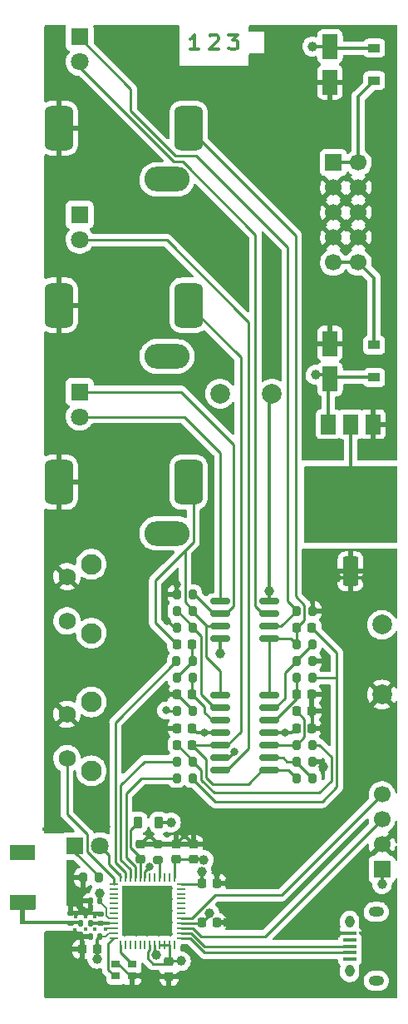
<source format=gbr>
%TF.GenerationSoftware,KiCad,Pcbnew,(6.0.1)*%
%TF.CreationDate,2022-03-12T16:38:44+00:00*%
%TF.ProjectId,Ball_Base_Components,42616c6c-5f42-4617-9365-5f436f6d706f,rev?*%
%TF.SameCoordinates,Original*%
%TF.FileFunction,Copper,L1,Top*%
%TF.FilePolarity,Positive*%
%FSLAX46Y46*%
G04 Gerber Fmt 4.6, Leading zero omitted, Abs format (unit mm)*
G04 Created by KiCad (PCBNEW (6.0.1)) date 2022-03-12 16:38:44*
%MOMM*%
%LPD*%
G01*
G04 APERTURE LIST*
G04 Aperture macros list*
%AMRoundRect*
0 Rectangle with rounded corners*
0 $1 Rounding radius*
0 $2 $3 $4 $5 $6 $7 $8 $9 X,Y pos of 4 corners*
0 Add a 4 corners polygon primitive as box body*
4,1,4,$2,$3,$4,$5,$6,$7,$8,$9,$2,$3,0*
0 Add four circle primitives for the rounded corners*
1,1,$1+$1,$2,$3*
1,1,$1+$1,$4,$5*
1,1,$1+$1,$6,$7*
1,1,$1+$1,$8,$9*
0 Add four rect primitives between the rounded corners*
20,1,$1+$1,$2,$3,$4,$5,0*
20,1,$1+$1,$4,$5,$6,$7,0*
20,1,$1+$1,$6,$7,$8,$9,0*
20,1,$1+$1,$8,$9,$2,$3,0*%
%AMFreePoly0*
4,1,21,4.785355,0.185355,4.800000,0.150000,4.800000,-1.300000,5.800000,-1.300000,5.835355,-1.314645,5.850000,-1.350000,5.850000,-2.750000,5.835355,-2.785355,5.800000,-2.800000,3.300000,-2.800000,3.264645,-2.785355,3.250000,-2.750000,3.250000,-1.350000,3.264645,-1.314645,3.300000,-1.300000,4.300000,-1.300000,4.300000,-0.200000,-0.100000,-0.200000,-0.100000,0.200000,4.750000,0.200000,
4.785355,0.185355,4.785355,0.185355,$1*%
G04 Aperture macros list end*
%ADD10C,0.300000*%
%TA.AperFunction,NonConductor*%
%ADD11C,0.300000*%
%TD*%
%TA.AperFunction,SMDPad,CuDef*%
%ADD12RoundRect,0.200000X0.200000X0.275000X-0.200000X0.275000X-0.200000X-0.275000X0.200000X-0.275000X0*%
%TD*%
%TA.AperFunction,ComponentPad*%
%ADD13R,1.800000X1.800000*%
%TD*%
%TA.AperFunction,ComponentPad*%
%ADD14C,1.800000*%
%TD*%
%TA.AperFunction,SMDPad,CuDef*%
%ADD15RoundRect,0.225000X0.225000X0.250000X-0.225000X0.250000X-0.225000X-0.250000X0.225000X-0.250000X0*%
%TD*%
%TA.AperFunction,SMDPad,CuDef*%
%ADD16RoundRect,0.200000X-0.200000X-0.275000X0.200000X-0.275000X0.200000X0.275000X-0.200000X0.275000X0*%
%TD*%
%TA.AperFunction,SMDPad,CuDef*%
%ADD17R,0.900000X0.800000*%
%TD*%
%TA.AperFunction,SMDPad,CuDef*%
%ADD18RoundRect,0.225000X0.250000X-0.225000X0.250000X0.225000X-0.250000X0.225000X-0.250000X-0.225000X0*%
%TD*%
%TA.AperFunction,SMDPad,CuDef*%
%ADD19RoundRect,0.225000X-0.250000X0.225000X-0.250000X-0.225000X0.250000X-0.225000X0.250000X0.225000X0*%
%TD*%
%TA.AperFunction,ComponentPad*%
%ADD20C,2.000000*%
%TD*%
%TA.AperFunction,ComponentPad*%
%ADD21R,1.700000X1.700000*%
%TD*%
%TA.AperFunction,ComponentPad*%
%ADD22C,1.700000*%
%TD*%
%TA.AperFunction,SMDPad,CuDef*%
%ADD23R,1.200000X0.900000*%
%TD*%
%TA.AperFunction,ComponentPad*%
%ADD24O,0.950000X1.250000*%
%TD*%
%TA.AperFunction,ComponentPad*%
%ADD25O,1.550000X1.000000*%
%TD*%
%TA.AperFunction,SMDPad,CuDef*%
%ADD26R,1.350000X0.400000*%
%TD*%
%TA.AperFunction,SMDPad,CuDef*%
%ADD27RoundRect,0.250000X0.550000X-1.050000X0.550000X1.050000X-0.550000X1.050000X-0.550000X-1.050000X0*%
%TD*%
%TA.AperFunction,SMDPad,CuDef*%
%ADD28RoundRect,0.225000X-0.225000X-0.250000X0.225000X-0.250000X0.225000X0.250000X-0.225000X0.250000X0*%
%TD*%
%TA.AperFunction,SMDPad,CuDef*%
%ADD29RoundRect,0.250000X-0.550000X1.250000X-0.550000X-1.250000X0.550000X-1.250000X0.550000X1.250000X0*%
%TD*%
%TA.AperFunction,SMDPad,CuDef*%
%ADD30RoundRect,0.140000X0.170000X-0.140000X0.170000X0.140000X-0.170000X0.140000X-0.170000X-0.140000X0*%
%TD*%
%TA.AperFunction,ComponentPad*%
%ADD31RoundRect,0.725000X-0.725000X1.575000X-0.725000X-1.575000X0.725000X-1.575000X0.725000X1.575000X0*%
%TD*%
%TA.AperFunction,ComponentPad*%
%ADD32O,4.600000X2.500000*%
%TD*%
%TA.AperFunction,SMDPad,CuDef*%
%ADD33RoundRect,0.062500X-0.062500X0.375000X-0.062500X-0.375000X0.062500X-0.375000X0.062500X0.375000X0*%
%TD*%
%TA.AperFunction,SMDPad,CuDef*%
%ADD34RoundRect,0.062500X-0.375000X0.062500X-0.375000X-0.062500X0.375000X-0.062500X0.375000X0.062500X0*%
%TD*%
%TA.AperFunction,ComponentPad*%
%ADD35C,0.500000*%
%TD*%
%TA.AperFunction,SMDPad,CuDef*%
%ADD36R,5.150000X5.150000*%
%TD*%
%TA.AperFunction,ComponentPad*%
%ADD37C,2.100000*%
%TD*%
%TA.AperFunction,ComponentPad*%
%ADD38C,1.750000*%
%TD*%
%TA.AperFunction,SMDPad,CuDef*%
%ADD39R,1.500000X2.000000*%
%TD*%
%TA.AperFunction,SMDPad,CuDef*%
%ADD40R,3.800000X2.000000*%
%TD*%
%TA.AperFunction,SMDPad,CuDef*%
%ADD41RoundRect,0.200000X-0.275000X0.200000X-0.275000X-0.200000X0.275000X-0.200000X0.275000X0.200000X0*%
%TD*%
%TA.AperFunction,SMDPad,CuDef*%
%ADD42RoundRect,0.147500X0.147500X0.172500X-0.147500X0.172500X-0.147500X-0.172500X0.147500X-0.172500X0*%
%TD*%
%TA.AperFunction,SMDPad,CuDef*%
%ADD43RoundRect,0.140000X0.140000X0.170000X-0.140000X0.170000X-0.140000X-0.170000X0.140000X-0.170000X0*%
%TD*%
%TA.AperFunction,SMDPad,CuDef*%
%ADD44RoundRect,0.150000X-0.825000X-0.150000X0.825000X-0.150000X0.825000X0.150000X-0.825000X0.150000X0*%
%TD*%
%TA.AperFunction,SMDPad,CuDef*%
%ADD45RoundRect,0.218750X-0.218750X-0.381250X0.218750X-0.381250X0.218750X0.381250X-0.218750X0.381250X0*%
%TD*%
%TA.AperFunction,SMDPad,CuDef*%
%ADD46RoundRect,0.150000X0.825000X0.150000X-0.825000X0.150000X-0.825000X-0.150000X0.825000X-0.150000X0*%
%TD*%
%TA.AperFunction,SMDPad,CuDef*%
%ADD47FreePoly0,180.000000*%
%TD*%
%TA.AperFunction,SMDPad,CuDef*%
%ADD48R,2.600000X1.500000*%
%TD*%
%TA.AperFunction,ViaPad*%
%ADD49C,0.800000*%
%TD*%
%TA.AperFunction,ViaPad*%
%ADD50C,1.000000*%
%TD*%
%TA.AperFunction,ViaPad*%
%ADD51C,0.400000*%
%TD*%
%TA.AperFunction,Conductor*%
%ADD52C,0.250000*%
%TD*%
%TA.AperFunction,Conductor*%
%ADD53C,0.350000*%
%TD*%
%TA.AperFunction,Conductor*%
%ADD54C,0.200000*%
%TD*%
%TA.AperFunction,Conductor*%
%ADD55C,0.322000*%
%TD*%
G04 APERTURE END LIST*
D10*
%TO.C,FID1*%
D11*
X141828571Y-58978571D02*
X140971428Y-58978571D01*
X141400000Y-58978571D02*
X141400000Y-57478571D01*
X141257142Y-57692857D01*
X141114285Y-57835714D01*
X140971428Y-57907142D01*
D10*
D11*
X144900000Y-57478571D02*
X145828571Y-57478571D01*
X145328571Y-58050000D01*
X145542857Y-58050000D01*
X145685714Y-58121428D01*
X145757142Y-58192857D01*
X145828571Y-58335714D01*
X145828571Y-58692857D01*
X145757142Y-58835714D01*
X145685714Y-58907142D01*
X145542857Y-58978571D01*
X145114285Y-58978571D01*
X144971428Y-58907142D01*
X144900000Y-58835714D01*
D10*
D11*
X142971428Y-57621428D02*
X143042857Y-57550000D01*
X143185714Y-57478571D01*
X143542857Y-57478571D01*
X143685714Y-57550000D01*
X143757142Y-57621428D01*
X143828571Y-57764285D01*
X143828571Y-57907142D01*
X143757142Y-58121428D01*
X142900000Y-58978571D01*
X143828571Y-58978571D01*
%TD*%
D12*
%TO.P,R5,1*%
%TO.N,GND*%
X153425000Y-131400000D03*
%TO.P,R5,2*%
%TO.N,Net-(R4-Pad1)*%
X151775000Y-131400000D03*
%TD*%
D13*
%TO.P,D5,1,K*%
%TO.N,Net-(D5-Pad1)*%
X129700000Y-75800000D03*
D14*
%TO.P,D5,2,A*%
%TO.N,Net-(D5-Pad2)*%
X129700000Y-78340000D03*
%TD*%
D15*
%TO.P,C8,1*%
%TO.N,+3V3*%
X131475000Y-150500000D03*
%TO.P,C8,2*%
%TO.N,GND*%
X129925000Y-150500000D03*
%TD*%
D16*
%TO.P,R2,1*%
%TO.N,/Y_PWM*%
X139575000Y-131400000D03*
%TO.P,R2,2*%
%TO.N,Net-(C17-Pad2)*%
X141225000Y-131400000D03*
%TD*%
D13*
%TO.P,D3,1,K*%
%TO.N,Net-(D3-Pad1)*%
X129223750Y-140000000D03*
D14*
%TO.P,D3,2,A*%
%TO.N,/LED_BLUE_OUT*%
X131763750Y-140000000D03*
%TD*%
D17*
%TO.P,Y1,1,1*%
%TO.N,Net-(U1-Pad24)*%
X133375000Y-153225000D03*
%TO.P,Y1,2,2*%
%TO.N,GND*%
X135025000Y-153225000D03*
%TO.P,Y1,3,3*%
%TO.N,Net-(U1-Pad25)*%
X135025000Y-151975000D03*
%TO.P,Y1,4,4*%
%TO.N,GND*%
X133375000Y-151975000D03*
%TD*%
D18*
%TO.P,C2,1*%
%TO.N,+3V3*%
X139500000Y-141375000D03*
%TO.P,C2,2*%
%TO.N,GND*%
X139500000Y-139825000D03*
%TD*%
D19*
%TO.P,C7,1*%
%TO.N,GND*%
X135900000Y-139825000D03*
%TO.P,C7,2*%
%TO.N,+3.3VA*%
X135900000Y-141375000D03*
%TD*%
D20*
%TO.P,TP3,1,1*%
%TO.N,VCC*%
X149300000Y-94000000D03*
%TD*%
D19*
%TO.P,C4,1*%
%TO.N,+3V3*%
X138800000Y-151725000D03*
%TO.P,C4,2*%
%TO.N,GND*%
X138800000Y-153275000D03*
%TD*%
D13*
%TO.P,D4,1,K*%
%TO.N,Net-(D4-Pad1)*%
X129700000Y-57725000D03*
D14*
%TO.P,D4,2,A*%
%TO.N,Net-(D4-Pad2)*%
X129700000Y-60265000D03*
%TD*%
D12*
%TO.P,R4,1*%
%TO.N,Net-(R4-Pad1)*%
X153425000Y-133100000D03*
%TO.P,R4,2*%
%TO.N,/Y_Filtered*%
X151775000Y-133100000D03*
%TD*%
D13*
%TO.P,D6,1,K*%
%TO.N,Net-(D6-Pad1)*%
X129700000Y-93800000D03*
D14*
%TO.P,D6,2,A*%
%TO.N,Net-(D6-Pad2)*%
X129700000Y-96340000D03*
%TD*%
D16*
%TO.P,R12,1*%
%TO.N,Net-(R12-Pad1)*%
X139575000Y-116100000D03*
%TO.P,R12,2*%
%TO.N,/Z_Filtered*%
X141225000Y-116100000D03*
%TD*%
D20*
%TO.P,TP2,1,1*%
%TO.N,+3V3*%
X160500000Y-117500000D03*
%TD*%
D21*
%TO.P,J2,1,Pin_1*%
%TO.N,+3V3*%
X160500000Y-142380000D03*
D22*
%TO.P,J2,2,Pin_2*%
%TO.N,GND*%
X160500000Y-139840000D03*
%TO.P,J2,3,Pin_3*%
%TO.N,/SWIO*%
X160500000Y-137300000D03*
%TO.P,J2,4,Pin_4*%
%TO.N,/SWCLK*%
X160500000Y-134760000D03*
%TD*%
D23*
%TO.P,D1,1,K*%
%TO.N,VCC*%
X159700000Y-92337500D03*
%TO.P,D1,2,A*%
%TO.N,+12V*%
X159700000Y-89037500D03*
%TD*%
D24*
%TO.P,J3,*%
%TO.N,*%
X157215000Y-152700000D03*
X157215000Y-147700000D03*
D25*
X159915000Y-146700000D03*
D26*
%TO.P,J3,1,VBUS*%
%TO.N,unconnected-(J3-Pad1)*%
X157215000Y-151500000D03*
%TO.P,J3,2,D-*%
%TO.N,/USB_DM*%
X157215000Y-150850000D03*
%TO.P,J3,3,D+*%
%TO.N,/USB_DP*%
X157215000Y-150200000D03*
%TO.P,J3,4,ID*%
%TO.N,unconnected-(J3-Pad4)*%
X157215000Y-149550000D03*
%TO.P,J3,5,GND*%
%TO.N,GND*%
X157215000Y-148900000D03*
D25*
%TO.P,J3,6,Shield*%
%TO.N,unconnected-(J3-Pad6)*%
X159915000Y-153700000D03*
%TD*%
D27*
%TO.P,C11,1*%
%TO.N,GND*%
X155200000Y-62300000D03*
%TO.P,C11,2*%
%TO.N,VEE*%
X155200000Y-58700000D03*
%TD*%
D28*
%TO.P,C6,1*%
%TO.N,+3V3*%
X142125000Y-147800000D03*
%TO.P,C6,2*%
%TO.N,GND*%
X143675000Y-147800000D03*
%TD*%
D16*
%TO.P,R16,1*%
%TO.N,GND*%
X139575000Y-114400000D03*
%TO.P,R16,2*%
%TO.N,Net-(D6-Pad1)*%
X141225000Y-114400000D03*
%TD*%
D18*
%TO.P,C1,1*%
%TO.N,+3V3*%
X141300000Y-141375000D03*
%TO.P,C1,2*%
%TO.N,GND*%
X141300000Y-139825000D03*
%TD*%
D29*
%TO.P,C14,1*%
%TO.N,+3V3*%
X157300000Y-107650000D03*
%TO.P,C14,2*%
%TO.N,GND*%
X157300000Y-112050000D03*
%TD*%
D30*
%TO.P,C12,1*%
%TO.N,/RF_Output*%
X131800000Y-147850000D03*
%TO.P,C12,2*%
%TO.N,GND*%
X131800000Y-146890000D03*
%TD*%
D31*
%TO.P,J5,1*%
%TO.N,GND*%
X127600000Y-85000000D03*
D32*
%TO.P,J5,2*%
%TO.N,unconnected-(J5-Pad2)*%
X138600000Y-90200000D03*
D31*
%TO.P,J5,3*%
%TO.N,/Y_Filtered*%
X140800000Y-85000000D03*
%TD*%
D20*
%TO.P,TP1,1,1*%
%TO.N,GND*%
X160500000Y-124600000D03*
%TD*%
D28*
%TO.P,C21,1*%
%TO.N,/Z_Filtered*%
X139600000Y-119500000D03*
%TO.P,C21,2*%
%TO.N,Net-(C21-Pad2)*%
X141150000Y-119500000D03*
%TD*%
%TO.P,C5,1*%
%TO.N,+3V3*%
X142143750Y-143800000D03*
%TO.P,C5,2*%
%TO.N,GND*%
X143693750Y-143800000D03*
%TD*%
D16*
%TO.P,R17,1*%
%TO.N,GND*%
X130013750Y-143210000D03*
%TO.P,R17,2*%
%TO.N,Net-(D3-Pad1)*%
X131663750Y-143210000D03*
%TD*%
%TO.P,R6,1*%
%TO.N,/X_PWM*%
X139575000Y-133100000D03*
%TO.P,R6,2*%
%TO.N,Net-(C19-Pad2)*%
X141225000Y-133100000D03*
%TD*%
D31*
%TO.P,J6,1*%
%TO.N,GND*%
X127600000Y-103000000D03*
D32*
%TO.P,J6,2*%
%TO.N,unconnected-(J6-Pad2)*%
X138600000Y-108200000D03*
D31*
%TO.P,J6,3*%
%TO.N,/Z_Filtered*%
X140800000Y-103000000D03*
%TD*%
D12*
%TO.P,R3,1*%
%TO.N,Net-(C17-Pad2)*%
X153425000Y-129700000D03*
%TO.P,R3,2*%
%TO.N,Net-(C18-Pad2)*%
X151775000Y-129700000D03*
%TD*%
%TO.P,R15,1*%
%TO.N,GND*%
X141225000Y-126300000D03*
%TO.P,R15,2*%
%TO.N,Net-(D5-Pad1)*%
X139575000Y-126300000D03*
%TD*%
D33*
%TO.P,U1,1,VBAT*%
%TO.N,+3V3*%
X139350000Y-143162500D03*
%TO.P,U1,2,PC14_OSC32_IN*%
%TO.N,unconnected-(U1-Pad2)*%
X138850000Y-143162500D03*
%TO.P,U1,3,PC15_OSC32_OUT*%
%TO.N,unconnected-(U1-Pad3)*%
X138350000Y-143162500D03*
%TO.P,U1,4,PH3_BOOT0*%
%TO.N,/BOOT0*%
X137850000Y-143162500D03*
%TO.P,U1,5,PB8*%
%TO.N,unconnected-(U1-Pad5)*%
X137350000Y-143162500D03*
%TO.P,U1,6,PB9*%
%TO.N,unconnected-(U1-Pad6)*%
X136850000Y-143162500D03*
%TO.P,U1,7,NRST*%
%TO.N,/RESET*%
X136350000Y-143162500D03*
%TO.P,U1,8,VDDA*%
%TO.N,+3.3VA*%
X135850000Y-143162500D03*
%TO.P,U1,9,PA0*%
%TO.N,/X_PWM*%
X135350000Y-143162500D03*
%TO.P,U1,10,PA1*%
%TO.N,/Y_PWM*%
X134850000Y-143162500D03*
%TO.P,U1,11,PA2*%
%TO.N,/Z_PWM*%
X134350000Y-143162500D03*
%TO.P,U1,12,PA3*%
%TO.N,/LED_BLUE_OUT*%
X133850000Y-143162500D03*
D34*
%TO.P,U1,13,PA4*%
%TO.N,/CONNECT*%
X133162500Y-143850000D03*
%TO.P,U1,14,PA5*%
%TO.N,unconnected-(U1-Pad14)*%
X133162500Y-144350000D03*
%TO.P,U1,15,PA6*%
%TO.N,unconnected-(U1-Pad15)*%
X133162500Y-144850000D03*
%TO.P,U1,16,PA7*%
%TO.N,unconnected-(U1-Pad16)*%
X133162500Y-145350000D03*
%TO.P,U1,17,PA8*%
%TO.N,unconnected-(U1-Pad17)*%
X133162500Y-145850000D03*
%TO.P,U1,18,PA9*%
%TO.N,unconnected-(U1-Pad18)*%
X133162500Y-146350000D03*
%TO.P,U1,19,PB2*%
%TO.N,unconnected-(U1-Pad19)*%
X133162500Y-146850000D03*
%TO.P,U1,20,VDD*%
%TO.N,+3V3*%
X133162500Y-147350000D03*
%TO.P,U1,21,RF1*%
%TO.N,/RF_Output*%
X133162500Y-147850000D03*
%TO.P,U1,22,VSSRF*%
%TO.N,GND*%
X133162500Y-148350000D03*
%TO.P,U1,23,VDDRF*%
%TO.N,+3V3*%
X133162500Y-148850000D03*
%TO.P,U1,24,OSC_OUT*%
%TO.N,Net-(U1-Pad24)*%
X133162500Y-149350000D03*
D33*
%TO.P,U1,25,OSC_IN*%
%TO.N,Net-(U1-Pad25)*%
X133850000Y-150037500D03*
%TO.P,U1,26,AT0*%
%TO.N,unconnected-(U1-Pad26)*%
X134350000Y-150037500D03*
%TO.P,U1,27,AT1*%
%TO.N,unconnected-(U1-Pad27)*%
X134850000Y-150037500D03*
%TO.P,U1,28,PB0*%
%TO.N,unconnected-(U1-Pad28)*%
X135350000Y-150037500D03*
%TO.P,U1,29,PB1*%
%TO.N,unconnected-(U1-Pad29)*%
X135850000Y-150037500D03*
%TO.P,U1,30,PE4*%
%TO.N,unconnected-(U1-Pad30)*%
X136350000Y-150037500D03*
%TO.P,U1,31,VFBSMPS*%
%TO.N,+3V3*%
X136850000Y-150037500D03*
%TO.P,U1,32,VSSSMPS*%
%TO.N,GND*%
X137350000Y-150037500D03*
%TO.P,U1,33,VLXSMPS*%
%TO.N,+3V3*%
X137850000Y-150037500D03*
%TO.P,U1,34,VDDSMPS*%
X138350000Y-150037500D03*
%TO.P,U1,35,VDD*%
X138850000Y-150037500D03*
%TO.P,U1,36,PA10*%
%TO.N,unconnected-(U1-Pad36)*%
X139350000Y-150037500D03*
D34*
%TO.P,U1,37,PA11*%
%TO.N,/USB_DM*%
X140037500Y-149350000D03*
%TO.P,U1,38,PA12*%
%TO.N,/USB_DP*%
X140037500Y-148850000D03*
%TO.P,U1,39,PA13*%
%TO.N,/SWIO*%
X140037500Y-148350000D03*
%TO.P,U1,40,VDDUSB*%
%TO.N,+3V3*%
X140037500Y-147850000D03*
%TO.P,U1,41,PA14*%
%TO.N,/SWCLK*%
X140037500Y-147350000D03*
%TO.P,U1,42,PA15*%
%TO.N,unconnected-(U1-Pad42)*%
X140037500Y-146850000D03*
%TO.P,U1,43,PB3*%
%TO.N,unconnected-(U1-Pad43)*%
X140037500Y-146350000D03*
%TO.P,U1,44,PB4*%
%TO.N,unconnected-(U1-Pad44)*%
X140037500Y-145850000D03*
%TO.P,U1,45,PB5*%
%TO.N,unconnected-(U1-Pad45)*%
X140037500Y-145350000D03*
%TO.P,U1,46,PB6*%
%TO.N,unconnected-(U1-Pad46)*%
X140037500Y-144850000D03*
%TO.P,U1,47,PB7*%
%TO.N,unconnected-(U1-Pad47)*%
X140037500Y-144350000D03*
%TO.P,U1,48,VDD*%
%TO.N,+3V3*%
X140037500Y-143850000D03*
D35*
%TO.P,U1,49,GND*%
%TO.N,GND*%
X138925000Y-145437500D03*
X134275000Y-145437500D03*
X134275000Y-147762500D03*
X135437500Y-145437500D03*
X138925000Y-144275000D03*
X135437500Y-147762500D03*
X136600000Y-147762500D03*
X135437500Y-146600000D03*
X137762500Y-146600000D03*
X138925000Y-146600000D03*
X137762500Y-147762500D03*
X136600000Y-145437500D03*
X135437500Y-144275000D03*
X136600000Y-148925000D03*
X134275000Y-148925000D03*
X137762500Y-148925000D03*
X134275000Y-146600000D03*
X136600000Y-146600000D03*
X138925000Y-147762500D03*
X136600000Y-144275000D03*
X135437500Y-148925000D03*
D36*
X136600000Y-146600000D03*
D35*
X137762500Y-145437500D03*
X137762500Y-144275000D03*
X138925000Y-148925000D03*
X134275000Y-144275000D03*
%TD*%
D37*
%TO.P,CONNECT1,*%
%TO.N,*%
X130890000Y-125340000D03*
X130890000Y-132350000D03*
D38*
%TO.P,CONNECT1,1,1*%
%TO.N,/CONNECT*%
X128400000Y-131100000D03*
%TO.P,CONNECT1,2,2*%
%TO.N,GND*%
X128400000Y-126600000D03*
%TD*%
D23*
%TO.P,D2,1,K*%
%TO.N,-12V*%
X159700000Y-62150000D03*
%TO.P,D2,2,A*%
%TO.N,VEE*%
X159700000Y-58850000D03*
%TD*%
D12*
%TO.P,R14,1*%
%TO.N,GND*%
X153425000Y-116100000D03*
%TO.P,R14,2*%
%TO.N,Net-(D4-Pad1)*%
X151775000Y-116100000D03*
%TD*%
D28*
%TO.P,C19,1*%
%TO.N,/X_Filtered*%
X151825000Y-117800000D03*
%TO.P,C19,2*%
%TO.N,Net-(C19-Pad2)*%
X153375000Y-117800000D03*
%TD*%
D39*
%TO.P,U2,1,GND*%
%TO.N,GND*%
X159600000Y-97100000D03*
D40*
%TO.P,U2,2,VO*%
%TO.N,+3V3*%
X157300000Y-103400000D03*
D39*
X157300000Y-97100000D03*
%TO.P,U2,3,VI*%
%TO.N,VCC*%
X155000000Y-97100000D03*
%TD*%
D16*
%TO.P,R10,1*%
%TO.N,/Z_PWM*%
X139550000Y-121200000D03*
%TO.P,R10,2*%
%TO.N,Net-(C21-Pad2)*%
X141200000Y-121200000D03*
%TD*%
D28*
%TO.P,C22,1*%
%TO.N,GND*%
X139625000Y-124600000D03*
%TO.P,C22,2*%
%TO.N,Net-(C22-Pad2)*%
X141175000Y-124600000D03*
%TD*%
D41*
%TO.P,R1,1*%
%TO.N,GND*%
X137700000Y-139775000D03*
%TO.P,R1,2*%
%TO.N,/BOOT0*%
X137700000Y-141425000D03*
%TD*%
D15*
%TO.P,C20,1*%
%TO.N,GND*%
X153375000Y-124600000D03*
%TO.P,C20,2*%
%TO.N,Net-(C20-Pad2)*%
X151825000Y-124600000D03*
%TD*%
D12*
%TO.P,R9,1*%
%TO.N,GND*%
X153425000Y-121200000D03*
%TO.P,R9,2*%
%TO.N,Net-(R8-Pad1)*%
X151775000Y-121200000D03*
%TD*%
D21*
%TO.P,J1,1,Pin_1*%
%TO.N,-12V*%
X155562500Y-70500000D03*
D22*
%TO.P,J1,2,Pin_2*%
X158102500Y-70500000D03*
%TO.P,J1,3,Pin_3*%
%TO.N,GND*%
X155562500Y-73040000D03*
%TO.P,J1,4,Pin_4*%
X158102500Y-73040000D03*
%TO.P,J1,5,Pin_5*%
X155562500Y-75580000D03*
%TO.P,J1,6,Pin_6*%
X158102500Y-75580000D03*
%TO.P,J1,7,Pin_7*%
X155562500Y-78120000D03*
%TO.P,J1,8,Pin_8*%
X158102500Y-78120000D03*
%TO.P,J1,9,Pin_9*%
%TO.N,+12V*%
X155562500Y-80660000D03*
%TO.P,J1,10,Pin_10*%
X158102500Y-80660000D03*
%TD*%
D42*
%TO.P,L1,1*%
%TO.N,/RF_Output*%
X130785000Y-147850000D03*
%TO.P,L1,2*%
%TO.N,Net-(AE1-Pad1)*%
X129815000Y-147850000D03*
%TD*%
D43*
%TO.P,C9,1*%
%TO.N,+3V3*%
X131780000Y-149200000D03*
%TO.P,C9,2*%
%TO.N,GND*%
X130820000Y-149200000D03*
%TD*%
D44*
%TO.P,U4,1*%
%TO.N,Net-(D6-Pad2)*%
X144025000Y-115095000D03*
%TO.P,U4,2,-*%
%TO.N,Net-(D6-Pad1)*%
X144025000Y-116365000D03*
%TO.P,U4,3,+*%
%TO.N,/Z_Filtered*%
X144025000Y-117635000D03*
%TO.P,U4,4,V-*%
%TO.N,VEE*%
X144025000Y-118905000D03*
%TO.P,U4,5,+*%
%TO.N,/X_Filtered*%
X148975000Y-118905000D03*
%TO.P,U4,6,-*%
%TO.N,Net-(D4-Pad1)*%
X148975000Y-117635000D03*
%TO.P,U4,7*%
%TO.N,Net-(D4-Pad2)*%
X148975000Y-116365000D03*
%TO.P,U4,8,V+*%
%TO.N,VCC*%
X148975000Y-115095000D03*
%TD*%
D16*
%TO.P,R11,1*%
%TO.N,Net-(C21-Pad2)*%
X139575000Y-122900000D03*
%TO.P,R11,2*%
%TO.N,Net-(C22-Pad2)*%
X141225000Y-122900000D03*
%TD*%
D27*
%TO.P,C10,1*%
%TO.N,VCC*%
X155200000Y-92487500D03*
%TO.P,C10,2*%
%TO.N,GND*%
X155200000Y-88887500D03*
%TD*%
D37*
%TO.P,RESET1,*%
%TO.N,*%
X130890000Y-118350000D03*
X130890000Y-111340000D03*
D38*
%TO.P,RESET1,1,1*%
%TO.N,/RESET*%
X128400000Y-117100000D03*
%TO.P,RESET1,2,2*%
%TO.N,GND*%
X128400000Y-112600000D03*
%TD*%
D20*
%TO.P,TP4,1,1*%
%TO.N,VEE*%
X144000000Y-94000000D03*
%TD*%
D15*
%TO.P,C17,1*%
%TO.N,/Y_Filtered*%
X141175000Y-129700000D03*
%TO.P,C17,2*%
%TO.N,Net-(C17-Pad2)*%
X139625000Y-129700000D03*
%TD*%
D28*
%TO.P,C15,1*%
%TO.N,GND*%
X139625000Y-128000000D03*
%TO.P,C15,2*%
%TO.N,VEE*%
X141175000Y-128000000D03*
%TD*%
D45*
%TO.P,L2,1,1*%
%TO.N,+3.3VA*%
X135656250Y-137600000D03*
%TO.P,L2,2,2*%
%TO.N,+3V3*%
X137781250Y-137600000D03*
%TD*%
D12*
%TO.P,R8,1*%
%TO.N,Net-(R8-Pad1)*%
X153425000Y-119500000D03*
%TO.P,R8,2*%
%TO.N,/X_Filtered*%
X151775000Y-119500000D03*
%TD*%
D43*
%TO.P,C3,1*%
%TO.N,+3V3*%
X131780000Y-145600000D03*
%TO.P,C3,2*%
%TO.N,GND*%
X130820000Y-145600000D03*
%TD*%
D30*
%TO.P,C13,1*%
%TO.N,Net-(AE1-Pad1)*%
X128800000Y-147820000D03*
%TO.P,C13,2*%
%TO.N,GND*%
X128800000Y-146860000D03*
%TD*%
D15*
%TO.P,C16,1*%
%TO.N,GND*%
X153375000Y-128000000D03*
%TO.P,C16,2*%
%TO.N,VCC*%
X151825000Y-128000000D03*
%TD*%
D16*
%TO.P,R13,1*%
%TO.N,GND*%
X139575000Y-117800000D03*
%TO.P,R13,2*%
%TO.N,Net-(R12-Pad1)*%
X141225000Y-117800000D03*
%TD*%
D46*
%TO.P,U3,1*%
%TO.N,/Y_Filtered*%
X148975000Y-132310000D03*
%TO.P,U3,2,-*%
%TO.N,Net-(R4-Pad1)*%
X148975000Y-131040000D03*
%TO.P,U3,3,+*%
%TO.N,Net-(C18-Pad2)*%
X148975000Y-129770000D03*
%TO.P,U3,4,V+*%
%TO.N,VCC*%
X148975000Y-128500000D03*
%TO.P,U3,5,+*%
%TO.N,Net-(C20-Pad2)*%
X148975000Y-127230000D03*
%TO.P,U3,6,-*%
%TO.N,Net-(R8-Pad1)*%
X148975000Y-125960000D03*
%TO.P,U3,7*%
%TO.N,/X_Filtered*%
X148975000Y-124690000D03*
%TO.P,U3,8*%
%TO.N,/Z_Filtered*%
X144025000Y-124690000D03*
%TO.P,U3,9,-*%
%TO.N,Net-(R12-Pad1)*%
X144025000Y-125960000D03*
%TO.P,U3,10,+*%
%TO.N,Net-(C22-Pad2)*%
X144025000Y-127230000D03*
%TO.P,U3,11,V-*%
%TO.N,VEE*%
X144025000Y-128500000D03*
%TO.P,U3,12,+*%
%TO.N,/Y_Filtered*%
X144025000Y-129770000D03*
%TO.P,U3,13,-*%
%TO.N,Net-(D5-Pad1)*%
X144025000Y-131040000D03*
%TO.P,U3,14*%
%TO.N,Net-(D5-Pad2)*%
X144025000Y-132310000D03*
%TD*%
D31*
%TO.P,J4,1*%
%TO.N,GND*%
X127600000Y-67000000D03*
D32*
%TO.P,J4,2*%
%TO.N,unconnected-(J4-Pad2)*%
X138600000Y-72200000D03*
D31*
%TO.P,J4,3*%
%TO.N,/X_Filtered*%
X140800000Y-67000000D03*
%TD*%
D47*
%TO.P,AE1,1,A*%
%TO.N,Net-(AE1-Pad1)*%
X128425000Y-147800000D03*
D48*
%TO.P,AE1,2,Shield*%
%TO.N,unconnected-(AE1-Pad2)*%
X123875000Y-140650000D03*
%TD*%
D12*
%TO.P,R7,1*%
%TO.N,Net-(C19-Pad2)*%
X153425000Y-122900000D03*
%TO.P,R7,2*%
%TO.N,Net-(C20-Pad2)*%
X151775000Y-122900000D03*
%TD*%
D15*
%TO.P,C18,1*%
%TO.N,GND*%
X153375000Y-126300000D03*
%TO.P,C18,2*%
%TO.N,Net-(C18-Pad2)*%
X151825000Y-126300000D03*
%TD*%
D49*
%TO.N,GND*%
X149400000Y-146300000D03*
X155100000Y-145600000D03*
X136000000Y-135200000D03*
X153000000Y-88900000D03*
D50*
X143700000Y-142600000D03*
X154700000Y-121200000D03*
D49*
X134700000Y-131100000D03*
D51*
X127200000Y-149100000D03*
D49*
X159600000Y-95000000D03*
D51*
X132319174Y-148410500D03*
X128800000Y-145100000D03*
D49*
X129800000Y-136000000D03*
X139900000Y-153200000D03*
X146200000Y-83600000D03*
D51*
X128800000Y-145900000D03*
D49*
X149400000Y-79200000D03*
X146700000Y-136800000D03*
D50*
X155850000Y-112750000D03*
D49*
X136800000Y-138900000D03*
X156300000Y-136200000D03*
D51*
X128800000Y-138300000D03*
D50*
X158800000Y-112800000D03*
D49*
X136100000Y-153200000D03*
D50*
X154500000Y-131900000D03*
D49*
X136500000Y-98600000D03*
D51*
X130300000Y-147180000D03*
D49*
X161100000Y-110800000D03*
D50*
X132300000Y-138000000D03*
X154500000Y-128000000D03*
D51*
X128800000Y-143500000D03*
D49*
X151000000Y-148900000D03*
X132300000Y-134300000D03*
D51*
X130280000Y-148480000D03*
D49*
X141500000Y-74000000D03*
X149400000Y-91000000D03*
D50*
X142800000Y-139800000D03*
D49*
X138600000Y-117100000D03*
X155100000Y-152200000D03*
X143100000Y-91000000D03*
D50*
X144900000Y-143800000D03*
D49*
X133400000Y-75800000D03*
D51*
X126100000Y-138300000D03*
X131240000Y-147200000D03*
X126200000Y-149100000D03*
D49*
X137700000Y-153200000D03*
D50*
X144700000Y-147800000D03*
D51*
X128800000Y-142700000D03*
X127900000Y-138300000D03*
D49*
X153200000Y-110700000D03*
X157500000Y-88900000D03*
X133300000Y-57600000D03*
X139600000Y-113400000D03*
X161600000Y-97100000D03*
D51*
X127000000Y-138300000D03*
X131270000Y-148460000D03*
D49*
X157300000Y-62300000D03*
X155200000Y-86300000D03*
D51*
X128200000Y-149100000D03*
D50*
X137470517Y-151105441D03*
D49*
X140400000Y-138900000D03*
X135500000Y-120200000D03*
D51*
X129230000Y-148530000D03*
D49*
X155200000Y-64600000D03*
X127000000Y-154600000D03*
X146200000Y-68900000D03*
X139000000Y-81200000D03*
D50*
X138500000Y-124600000D03*
D49*
X128000000Y-107800000D03*
D50*
X155900000Y-148900000D03*
D49*
X126900000Y-132700000D03*
X129900000Y-151700000D03*
X153724500Y-82643152D03*
X150200000Y-57800000D03*
D51*
X129250000Y-147160000D03*
D49*
X153200000Y-62300000D03*
X155100000Y-154600000D03*
X137000000Y-110800000D03*
D51*
X128800000Y-141900000D03*
D49*
X128600000Y-150400000D03*
D51*
X128800000Y-144300000D03*
D50*
%TO.N,+3V3*%
X153800000Y-105400000D03*
X140018750Y-151700000D03*
X142118750Y-142600000D03*
X131760000Y-144840000D03*
X157300000Y-105400000D03*
X160800000Y-103300000D03*
X142318750Y-141400000D03*
X160500000Y-143870000D03*
X153800000Y-107400000D03*
X139000000Y-137600000D03*
X131470000Y-151460000D03*
X160800000Y-107400000D03*
X153800000Y-103300000D03*
X142900000Y-146800000D03*
X160800000Y-105400000D03*
D49*
%TO.N,/RESET*%
X136795663Y-142118089D03*
D50*
%TO.N,VCC*%
X153724500Y-92077373D03*
X149000000Y-114100000D03*
D49*
X150600000Y-128500000D03*
%TO.N,VEE*%
X142400000Y-128500000D03*
D50*
X153400000Y-58700000D03*
X144000000Y-120400000D03*
D49*
%TO.N,Net-(D5-Pad1)*%
X145500000Y-130400000D03*
X138500000Y-126200000D03*
%TD*%
D52*
%TO.N,GND*%
X133593750Y-151975000D02*
X134843750Y-153225000D01*
D53*
X136800000Y-138925000D02*
X135900000Y-139825000D01*
X138700000Y-117100000D02*
X138600000Y-117100000D01*
X141225000Y-126200000D02*
X139625000Y-124600000D01*
D54*
X132379674Y-148350000D02*
X132319174Y-148410500D01*
D53*
X134843750Y-153225000D02*
X135025000Y-153225000D01*
X137350000Y-150984924D02*
X137470517Y-151105441D01*
X136800000Y-138900000D02*
X136800000Y-138925000D01*
X154000000Y-131400000D02*
X154500000Y-131900000D01*
X158750000Y-112750000D02*
X155850000Y-112750000D01*
X136800000Y-138900000D02*
X136825000Y-138900000D01*
X158800000Y-112800000D02*
X158750000Y-112750000D01*
X133375000Y-151975000D02*
X133593750Y-151975000D01*
X157215000Y-148900000D02*
X155900000Y-148900000D01*
X139400000Y-117800000D02*
X138700000Y-117100000D01*
X136825000Y-138900000D02*
X137700000Y-139775000D01*
X140400000Y-138925000D02*
X141300000Y-139825000D01*
X143675000Y-147800000D02*
X144700000Y-147800000D01*
X141225000Y-126300000D02*
X141225000Y-126200000D01*
D52*
X137350000Y-150037500D02*
X137350000Y-150984924D01*
D53*
X140400000Y-138900000D02*
X140400000Y-138925000D01*
X153425000Y-131400000D02*
X154000000Y-131400000D01*
X140400000Y-138925000D02*
X139500000Y-139825000D01*
X139625000Y-124600000D02*
X138500000Y-124600000D01*
D54*
X133162500Y-148350000D02*
X132379674Y-148350000D01*
D53*
X139575000Y-117800000D02*
X139400000Y-117800000D01*
D52*
%TO.N,Net-(C17-Pad2)*%
X141225000Y-131400000D02*
X141225000Y-131300000D01*
X142100000Y-133300000D02*
X142100000Y-132275000D01*
X155324501Y-130924501D02*
X155324501Y-133375499D01*
X143400000Y-134600000D02*
X142100000Y-133300000D01*
X154100000Y-134600000D02*
X143400000Y-134600000D01*
X153425000Y-129700000D02*
X154100000Y-129700000D01*
X141225000Y-131300000D02*
X139625000Y-129700000D01*
X154100000Y-129700000D02*
X155324501Y-130924501D01*
X142100000Y-132275000D02*
X141225000Y-131400000D01*
X155324501Y-133375499D02*
X154100000Y-134600000D01*
%TO.N,/X_Filtered*%
X151700000Y-77900000D02*
X140800000Y-67000000D01*
X152600000Y-117025000D02*
X152600000Y-115500000D01*
X148975000Y-124690000D02*
X148975000Y-118905000D01*
X151825000Y-117800000D02*
X152600000Y-117025000D01*
X148975000Y-118905000D02*
X151180000Y-118905000D01*
X151180000Y-118905000D02*
X151775000Y-119500000D01*
X151775000Y-119500000D02*
X151775000Y-117850000D01*
X151700000Y-114600000D02*
X151700000Y-77900000D01*
X152600000Y-115500000D02*
X151700000Y-114600000D01*
X151775000Y-117850000D02*
X151825000Y-117800000D01*
%TO.N,Net-(C18-Pad2)*%
X152600480Y-128874520D02*
X152600480Y-127074520D01*
X151775000Y-129700000D02*
X151705000Y-129770000D01*
X151705000Y-129770000D02*
X148975000Y-129770000D01*
X151775000Y-129700000D02*
X152600480Y-128874520D01*
X152600480Y-127074520D02*
X152599520Y-127074520D01*
X152599520Y-127074520D02*
X151825000Y-126300000D01*
%TO.N,+3.3VA*%
X135850000Y-141425000D02*
X135900000Y-141375000D01*
X135850000Y-143162500D02*
X135850000Y-141425000D01*
X134900000Y-138356250D02*
X135656250Y-137600000D01*
X135900000Y-141164296D02*
X134900000Y-140164296D01*
X134900000Y-140164296D02*
X134900000Y-138356250D01*
X135900000Y-141375000D02*
X135900000Y-141164296D01*
%TO.N,+3V3*%
X140018750Y-151700000D02*
X138825000Y-151700000D01*
D54*
X133162500Y-148850000D02*
X132713027Y-148850000D01*
X132713027Y-148850000D02*
X132363027Y-149200000D01*
D53*
X160500000Y-142380000D02*
X160500000Y-143870000D01*
D52*
X139350000Y-143162500D02*
X139350000Y-141525000D01*
X136646016Y-151446962D02*
X137191428Y-151992374D01*
X138850000Y-150037500D02*
X138850000Y-151675000D01*
D53*
X142900000Y-147100000D02*
X142900000Y-146800000D01*
X131475000Y-149505000D02*
X131780000Y-149200000D01*
D54*
X132425480Y-147062453D02*
X132425480Y-146345480D01*
D52*
X137191428Y-151992374D02*
X138532626Y-151992374D01*
D54*
X132425480Y-146345480D02*
X131880000Y-145800000D01*
D52*
X140037500Y-147850000D02*
X142150000Y-147850000D01*
D53*
X142293750Y-141375000D02*
X142318750Y-141400000D01*
D52*
X140037500Y-143850000D02*
X142093750Y-143850000D01*
X136850000Y-150037500D02*
X136850000Y-150559936D01*
X142150000Y-147850000D02*
X142200000Y-147800000D01*
D53*
X157300000Y-104300000D02*
X157300000Y-98000000D01*
D52*
X138532626Y-151992374D02*
X138800000Y-151725000D01*
X137850000Y-150037500D02*
X138850000Y-150037500D01*
D53*
X131780000Y-144860000D02*
X131760000Y-144840000D01*
D52*
X136850000Y-150559936D02*
X136646016Y-150763920D01*
D53*
X131475000Y-150500000D02*
X131475000Y-151455000D01*
D52*
X139500000Y-141375000D02*
X141300000Y-141375000D01*
X139350000Y-141525000D02*
X139500000Y-141375000D01*
D54*
X133162500Y-147350000D02*
X132713027Y-147350000D01*
D53*
X137781250Y-137600000D02*
X139018750Y-137600000D01*
X157300000Y-103300000D02*
X157300000Y-105550000D01*
D52*
X142093750Y-143850000D02*
X142143750Y-143800000D01*
D53*
X142143750Y-142625000D02*
X142118750Y-142600000D01*
D52*
X138800000Y-151725000D02*
X138850000Y-151675000D01*
D53*
X131475000Y-150500000D02*
X131475000Y-149505000D01*
X142143750Y-143800000D02*
X142143750Y-142625000D01*
X142200000Y-147800000D02*
X142900000Y-147100000D01*
X131475000Y-151455000D02*
X131470000Y-151460000D01*
X141300000Y-141375000D02*
X142293750Y-141375000D01*
X157300000Y-107650000D02*
X157300000Y-105550000D01*
D54*
X132713027Y-147350000D02*
X132425480Y-147062453D01*
D53*
X131780000Y-145600000D02*
X131780000Y-144860000D01*
D54*
X132363027Y-149200000D02*
X131780000Y-149200000D01*
D52*
X136646016Y-150763920D02*
X136646016Y-151446962D01*
D55*
%TO.N,Net-(AE1-Pad1)*%
X129815000Y-147800000D02*
X128835520Y-147800000D01*
D52*
%TO.N,Net-(C19-Pad2)*%
X153375000Y-117800000D02*
X155900000Y-120325000D01*
X155900000Y-134000000D02*
X155900000Y-120325000D01*
X141225000Y-133100000D02*
X141225000Y-133225000D01*
X154400000Y-135500000D02*
X155900000Y-134000000D01*
X143500000Y-135500000D02*
X154400000Y-135500000D01*
X155900000Y-122900000D02*
X153425000Y-122900000D01*
X141225000Y-133225000D02*
X143500000Y-135500000D01*
%TO.N,Net-(C20-Pad2)*%
X151825000Y-124975000D02*
X151825000Y-124600000D01*
X151775000Y-124925000D02*
X151775000Y-123100000D01*
X148975000Y-127230000D02*
X149570000Y-127230000D01*
X149570000Y-127230000D02*
X151825000Y-124975000D01*
%TO.N,/Y_Filtered*%
X142600000Y-133000000D02*
X142600000Y-131200000D01*
X144025000Y-129770000D02*
X143955000Y-129700000D01*
X141175000Y-129775000D02*
X141175000Y-129700000D01*
X146100000Y-90300000D02*
X140800000Y-85000000D01*
X146100000Y-128400000D02*
X146100000Y-90300000D01*
X148290000Y-132310000D02*
X146900000Y-133700000D01*
X143955000Y-129700000D02*
X141175000Y-129700000D01*
X143300000Y-133700000D02*
X142600000Y-133000000D01*
X151775000Y-133100000D02*
X150985000Y-132310000D01*
X148975000Y-132310000D02*
X148290000Y-132310000D01*
X142600000Y-131200000D02*
X141175000Y-129775000D01*
X144730000Y-129770000D02*
X146100000Y-128400000D01*
X150985000Y-132310000D02*
X148975000Y-132310000D01*
X144025000Y-129770000D02*
X144730000Y-129770000D01*
X146900000Y-133700000D02*
X143300000Y-133700000D01*
%TO.N,Net-(C21-Pad2)*%
X139575000Y-122825000D02*
X141200000Y-121200000D01*
X141200000Y-121200000D02*
X141200000Y-121100000D01*
X139575000Y-122900000D02*
X139575000Y-122825000D01*
X141150000Y-121150000D02*
X141200000Y-121200000D01*
X141150000Y-119500000D02*
X141150000Y-121150000D01*
%TO.N,/Z_Filtered*%
X141300000Y-109100000D02*
X141300000Y-103500000D01*
X137400000Y-117300000D02*
X137400000Y-113000000D01*
X141225000Y-116162500D02*
X141225000Y-116100000D01*
X144025000Y-117635000D02*
X142697500Y-117635000D01*
X142697500Y-117635000D02*
X141225000Y-116162500D01*
X144025000Y-124690000D02*
X144025000Y-122225000D01*
X139600000Y-119500000D02*
X137400000Y-117300000D01*
X140425480Y-110025480D02*
X140400000Y-110000000D01*
X140425480Y-115200480D02*
X140425480Y-110025480D01*
X142600000Y-120800000D02*
X142600000Y-117600000D01*
X144025000Y-122225000D02*
X142600000Y-120800000D01*
X141225000Y-116000000D02*
X140425480Y-115200480D01*
X137400000Y-113000000D02*
X141300000Y-109100000D01*
X141300000Y-103500000D02*
X140800000Y-103000000D01*
%TO.N,Net-(C22-Pad2)*%
X141175000Y-124600000D02*
X141175000Y-122950000D01*
X141175000Y-124600000D02*
X142400000Y-125825000D01*
X142400000Y-126400000D02*
X143230000Y-127230000D01*
X141175000Y-122950000D02*
X141225000Y-122900000D01*
X142400000Y-125825000D02*
X142400000Y-126400000D01*
X143230000Y-127230000D02*
X144025000Y-127230000D01*
%TO.N,Net-(D4-Pad2)*%
X148975000Y-116365000D02*
X148365000Y-116365000D01*
X140200000Y-70400000D02*
X139300000Y-70400000D01*
X129700000Y-60800000D02*
X129700000Y-60265000D01*
X139300000Y-70400000D02*
X129700000Y-60800000D01*
X147600000Y-77800000D02*
X140200000Y-70400000D01*
X148365000Y-116365000D02*
X147600000Y-115600000D01*
X147600000Y-115600000D02*
X147600000Y-77800000D01*
%TO.N,Net-(D4-Pad1)*%
X151775000Y-116100000D02*
X151775000Y-115987500D01*
X139450000Y-69800000D02*
X134900000Y-65250000D01*
X129700000Y-57800000D02*
X129700000Y-57725000D01*
X134900000Y-63000000D02*
X129700000Y-57800000D01*
X141600000Y-69800000D02*
X139450000Y-69800000D01*
X150900000Y-115112500D02*
X150900000Y-79100000D01*
X134900000Y-65250000D02*
X134900000Y-63000000D01*
X150240000Y-117635000D02*
X151775000Y-116100000D01*
X150900000Y-79100000D02*
X141600000Y-69800000D01*
X151775000Y-115987500D02*
X150900000Y-115112500D01*
X148975000Y-117635000D02*
X150240000Y-117635000D01*
D53*
%TO.N,-12V*%
X158102500Y-63747500D02*
X159700000Y-62150000D01*
X158102500Y-70500000D02*
X158102500Y-63747500D01*
X155562500Y-70500000D02*
X158102500Y-70500000D01*
%TO.N,+12V*%
X158102500Y-80660000D02*
X159700000Y-82257500D01*
X159700000Y-82257500D02*
X159700000Y-89037500D01*
X155562500Y-80660000D02*
X158102500Y-80660000D01*
D52*
%TO.N,/SWCLK*%
X141150000Y-147350000D02*
X143500000Y-145000000D01*
X150260000Y-145000000D02*
X160500000Y-134760000D01*
X140037500Y-147350000D02*
X141150000Y-147350000D01*
X143500000Y-145000000D02*
X150260000Y-145000000D01*
%TO.N,/SWIO*%
X140037500Y-148350000D02*
X141222862Y-148350000D01*
X141222862Y-148350000D02*
X142072862Y-149200000D01*
X148600000Y-149200000D02*
X160500000Y-137300000D01*
X142072862Y-149200000D02*
X148600000Y-149200000D01*
%TO.N,/USB_DP*%
X140037500Y-148850000D02*
X141085718Y-148850000D01*
X141085718Y-148850000D02*
X142435718Y-150200000D01*
X142435718Y-150200000D02*
X157215000Y-150200000D01*
%TO.N,/USB_DM*%
X142450000Y-150850000D02*
X157215000Y-150850000D01*
X140950000Y-149350000D02*
X142450000Y-150850000D01*
X140037500Y-149350000D02*
X140950000Y-149350000D01*
%TO.N,/X_PWM*%
X134449510Y-134650490D02*
X136000000Y-133100000D01*
X135350000Y-142077138D02*
X134449510Y-141176648D01*
X135350000Y-143162500D02*
X135350000Y-142077138D01*
X134449510Y-141176648D02*
X134449510Y-134650490D01*
X136000000Y-133100000D02*
X139575000Y-133100000D01*
%TO.N,Net-(D6-Pad2)*%
X140365000Y-96365000D02*
X129725000Y-96365000D01*
X144025000Y-100025000D02*
X140365000Y-96365000D01*
X144025000Y-115095000D02*
X144025000Y-100025000D01*
X129725000Y-96365000D02*
X129700000Y-96340000D01*
%TO.N,/BOOT0*%
X137850000Y-143162500D02*
X137850000Y-141575000D01*
X137850000Y-141575000D02*
X137700000Y-141425000D01*
%TO.N,/Y_PWM*%
X133900000Y-141400000D02*
X134850000Y-142350000D01*
X139575000Y-131400000D02*
X136300000Y-131400000D01*
X133900000Y-133800000D02*
X133900000Y-141400000D01*
X136300000Y-131400000D02*
X133900000Y-133800000D01*
X134850000Y-142350000D02*
X134850000Y-143162500D01*
%TO.N,/Z_PWM*%
X133350490Y-141678162D02*
X134350000Y-142677672D01*
X133350490Y-127424510D02*
X133350490Y-141678162D01*
X139550000Y-121225000D02*
X133350490Y-127424510D01*
X139550000Y-121200000D02*
X139550000Y-121225000D01*
X134350000Y-142677672D02*
X134350000Y-143162500D01*
%TO.N,Net-(R4-Pad1)*%
X153425000Y-133125000D02*
X151900000Y-131600000D01*
X150800000Y-131400000D02*
X151775000Y-131400000D01*
X150440000Y-131040000D02*
X150800000Y-131400000D01*
X151900000Y-131600000D02*
X151775000Y-131600000D01*
X148975000Y-131040000D02*
X150440000Y-131040000D01*
%TO.N,Net-(R8-Pad1)*%
X151775000Y-121000000D02*
X151900000Y-121000000D01*
X150600000Y-122400000D02*
X151775000Y-121225000D01*
X153400000Y-119500000D02*
X153425000Y-119500000D01*
X151775000Y-121225000D02*
X151775000Y-121200000D01*
X148975000Y-125960000D02*
X149640000Y-125960000D01*
X151900000Y-121000000D02*
X153400000Y-119500000D01*
X149640000Y-125960000D02*
X150600000Y-125000000D01*
X150600000Y-125000000D02*
X150600000Y-122400000D01*
%TO.N,/RESET*%
X136350000Y-143162500D02*
X136350000Y-142563752D01*
X136350000Y-142563752D02*
X136795663Y-142118089D01*
%TO.N,Net-(D3-Pad1)*%
X129223750Y-140623750D02*
X129223750Y-140000000D01*
X131663750Y-143063750D02*
X129223750Y-140623750D01*
X131663750Y-143210000D02*
X131663750Y-143063750D01*
%TO.N,Net-(R12-Pad1)*%
X142100000Y-118675000D02*
X142100000Y-124600000D01*
X141225000Y-117800000D02*
X142100000Y-118675000D01*
X143460000Y-125960000D02*
X144025000Y-125960000D01*
X139575000Y-116050000D02*
X141225000Y-117700000D01*
X142100000Y-124600000D02*
X143460000Y-125960000D01*
D55*
%TO.N,/RF_Output*%
X131800000Y-147850000D02*
X132660000Y-147850000D01*
X131800000Y-147850000D02*
X130785000Y-147850000D01*
D52*
%TO.N,Net-(U1-Pad24)*%
X132600489Y-149912011D02*
X132600489Y-152600489D01*
X133162500Y-149350000D02*
X132600489Y-149912011D01*
X132600489Y-152600489D02*
X133225000Y-153225000D01*
X133225000Y-153225000D02*
X133375000Y-153225000D01*
%TO.N,Net-(U1-Pad25)*%
X133850000Y-150800000D02*
X135025000Y-151975000D01*
X133850000Y-150037500D02*
X133850000Y-150800000D01*
D53*
%TO.N,VCC*%
X159700000Y-92337500D02*
X155350000Y-92337500D01*
X149000000Y-94300000D02*
X149300000Y-94000000D01*
X155200000Y-92487500D02*
X154789873Y-92077373D01*
X155200000Y-92487500D02*
X155000000Y-92687500D01*
X155350000Y-92337500D02*
X155200000Y-92487500D01*
X149000000Y-115070000D02*
X149000000Y-114100000D01*
X154789873Y-92077373D02*
X153724500Y-92077373D01*
X150600000Y-128500000D02*
X148975000Y-128500000D01*
X155000000Y-92687500D02*
X155000000Y-97100000D01*
X149000000Y-114100000D02*
X149000000Y-94300000D01*
X151325000Y-128500000D02*
X150600000Y-128500000D01*
X151825000Y-128000000D02*
X151325000Y-128500000D01*
X148975000Y-115095000D02*
X149000000Y-115070000D01*
%TO.N,VEE*%
X155200000Y-58700000D02*
X155350000Y-58850000D01*
X144025000Y-118905000D02*
X144000000Y-118930000D01*
X153400000Y-58700000D02*
X155200000Y-58700000D01*
X155350000Y-58850000D02*
X159700000Y-58850000D01*
X144000000Y-118930000D02*
X144000000Y-120400000D01*
X144025000Y-128500000D02*
X142400000Y-128500000D01*
X142400000Y-128500000D02*
X141675000Y-128500000D01*
X141675000Y-128500000D02*
X141175000Y-128000000D01*
D52*
%TO.N,Net-(D6-Pad1)*%
X144025000Y-116365000D02*
X144635000Y-116365000D01*
X140000000Y-93800000D02*
X129700000Y-93800000D01*
X141225000Y-114400000D02*
X141400000Y-114400000D01*
X145400000Y-115600000D02*
X145400000Y-99200000D01*
X141400000Y-114400000D02*
X143365000Y-116365000D01*
X143365000Y-116365000D02*
X144025000Y-116365000D01*
X145400000Y-99200000D02*
X140000000Y-93800000D01*
X144635000Y-116365000D02*
X145400000Y-115600000D01*
%TO.N,/LED_BLUE_OUT*%
X132663750Y-141863750D02*
X132663750Y-140900000D01*
X132663750Y-140900000D02*
X131763750Y-140000000D01*
X133850000Y-143050000D02*
X132663750Y-141863750D01*
X133850000Y-143162500D02*
X133850000Y-143050000D01*
%TO.N,Net-(D5-Pad1)*%
X138600000Y-126300000D02*
X138500000Y-126200000D01*
X144025000Y-131040000D02*
X144860000Y-131040000D01*
X144860000Y-131040000D02*
X145500000Y-130400000D01*
X139575000Y-126300000D02*
X138600000Y-126300000D01*
%TO.N,Net-(D5-Pad2)*%
X144690000Y-132310000D02*
X146900000Y-130100000D01*
X146500000Y-86300781D02*
X138564219Y-78365000D01*
X129725000Y-78365000D02*
X129700000Y-78340000D01*
X146900000Y-130100000D02*
X146900000Y-86700000D01*
X138564219Y-78365000D02*
X129725000Y-78365000D01*
X146900000Y-86700000D02*
X146500000Y-86300000D01*
%TO.N,/CONNECT*%
X130500000Y-140600000D02*
X133162500Y-143262500D01*
X133162500Y-143262500D02*
X133162500Y-143850000D01*
X130500000Y-138827228D02*
X130500000Y-140600000D01*
X128400000Y-131100000D02*
X128400000Y-136727228D01*
X128400000Y-136727228D02*
X130500000Y-138827228D01*
%TD*%
%TA.AperFunction,Conductor*%
%TO.N,+3V3*%
G36*
X162034121Y-101370002D02*
G01*
X162080614Y-101423658D01*
X162092000Y-101476000D01*
X162092000Y-109074000D01*
X162071998Y-109142121D01*
X162018342Y-109188614D01*
X161966000Y-109200000D01*
X152726000Y-109200000D01*
X152657879Y-109179998D01*
X152611386Y-109126342D01*
X152600000Y-109074000D01*
X152600000Y-101476000D01*
X152620002Y-101407879D01*
X152673658Y-101361386D01*
X152726000Y-101350000D01*
X161966000Y-101350000D01*
X162034121Y-101370002D01*
G37*
%TD.AperFunction*%
%TD*%
%TA.AperFunction,Conductor*%
%TO.N,GND*%
G36*
X162060236Y-137454735D02*
G01*
X162090495Y-137518960D01*
X162092000Y-137538374D01*
X162092000Y-139584514D01*
X162071998Y-139652635D01*
X162018342Y-139699128D01*
X161948068Y-139709232D01*
X161883488Y-139679738D01*
X161843796Y-139615210D01*
X161791214Y-139405875D01*
X161787894Y-139396124D01*
X161702972Y-139200814D01*
X161698105Y-139191739D01*
X161633063Y-139091197D01*
X161622377Y-139081995D01*
X161612812Y-139086398D01*
X160872022Y-139827188D01*
X160864408Y-139841132D01*
X160864539Y-139842965D01*
X160868790Y-139849580D01*
X161610474Y-140591264D01*
X161622484Y-140597823D01*
X161634223Y-140588855D01*
X161665004Y-140546019D01*
X161670315Y-140537180D01*
X161764670Y-140346267D01*
X161768469Y-140336672D01*
X161830376Y-140132915D01*
X161832555Y-140122834D01*
X161841078Y-140058096D01*
X161869800Y-139993169D01*
X161929065Y-139954077D01*
X162000057Y-139953232D01*
X162060236Y-139990902D01*
X162090495Y-140055127D01*
X162092000Y-140074542D01*
X162092000Y-141365512D01*
X162071998Y-141433633D01*
X162018342Y-141480126D01*
X161948068Y-141490230D01*
X161883488Y-141460736D01*
X161848018Y-141409742D01*
X161803767Y-141291703D01*
X161800615Y-141283295D01*
X161713261Y-141166739D01*
X161596705Y-141079385D01*
X161460316Y-141028255D01*
X161398134Y-141021500D01*
X161364452Y-141021500D01*
X161296331Y-141001498D01*
X161253177Y-140954610D01*
X161250658Y-140949868D01*
X160512812Y-140212022D01*
X160498868Y-140204408D01*
X160497035Y-140204539D01*
X160490420Y-140208790D01*
X159746737Y-140952473D01*
X159744874Y-140955885D01*
X159694672Y-141006087D01*
X159634286Y-141021500D01*
X159601866Y-141021500D01*
X159539684Y-141028255D01*
X159403295Y-141079385D01*
X159286739Y-141166739D01*
X159199385Y-141283295D01*
X159148255Y-141419684D01*
X159141500Y-141481866D01*
X159141500Y-143278134D01*
X159148255Y-143340316D01*
X159199385Y-143476705D01*
X159286739Y-143593261D01*
X159403295Y-143680615D01*
X159411704Y-143683767D01*
X159419575Y-143688077D01*
X159418746Y-143689591D01*
X159467049Y-143725875D01*
X159491751Y-143792436D01*
X159491272Y-143815258D01*
X159486719Y-143855851D01*
X159487235Y-143861995D01*
X159499801Y-144011641D01*
X159503268Y-144052934D01*
X159516764Y-144100000D01*
X159551910Y-144222568D01*
X159557783Y-144243050D01*
X159560602Y-144248535D01*
X159621871Y-144367750D01*
X159648187Y-144418956D01*
X159771035Y-144573953D01*
X159775728Y-144577947D01*
X159775729Y-144577948D01*
X159829178Y-144623436D01*
X159921650Y-144702136D01*
X160094294Y-144798624D01*
X160282392Y-144859740D01*
X160478777Y-144883158D01*
X160484912Y-144882686D01*
X160484914Y-144882686D01*
X160669830Y-144868457D01*
X160669834Y-144868456D01*
X160675972Y-144867984D01*
X160866463Y-144814798D01*
X160871967Y-144812018D01*
X160871969Y-144812017D01*
X161037495Y-144728404D01*
X161037497Y-144728403D01*
X161042996Y-144725625D01*
X161198847Y-144603861D01*
X161292489Y-144495376D01*
X161324049Y-144458813D01*
X161324050Y-144458811D01*
X161328078Y-144454145D01*
X161425769Y-144282179D01*
X161488197Y-144094513D01*
X161512985Y-143898295D01*
X161513380Y-143870000D01*
X161507866Y-143813767D01*
X161521125Y-143744021D01*
X161569987Y-143692514D01*
X161587322Y-143684301D01*
X161588299Y-143683766D01*
X161596705Y-143680615D01*
X161603884Y-143675235D01*
X161603887Y-143675233D01*
X161689567Y-143611019D01*
X161713261Y-143593261D01*
X161800615Y-143476705D01*
X161848018Y-143350258D01*
X161890660Y-143293494D01*
X161957221Y-143268794D01*
X162026570Y-143284001D01*
X162076688Y-143334287D01*
X162092000Y-143394488D01*
X162092000Y-155366000D01*
X162071998Y-155434121D01*
X162018342Y-155480614D01*
X161966000Y-155492000D01*
X126234000Y-155492000D01*
X126165879Y-155471998D01*
X126119386Y-155418342D01*
X126108000Y-155366000D01*
X126108000Y-150795438D01*
X128967000Y-150795438D01*
X128967337Y-150801953D01*
X128976894Y-150894057D01*
X128979788Y-150907456D01*
X129029381Y-151056107D01*
X129035555Y-151069286D01*
X129117788Y-151202173D01*
X129126824Y-151213574D01*
X129237429Y-151323986D01*
X129248840Y-151332998D01*
X129381880Y-151415004D01*
X129395061Y-151421151D01*
X129543814Y-151470491D01*
X129557190Y-151473358D01*
X129648097Y-151482672D01*
X129653126Y-151482929D01*
X129668124Y-151478525D01*
X129669329Y-151477135D01*
X129671000Y-151469452D01*
X129671000Y-150772115D01*
X129666525Y-150756876D01*
X129665135Y-150755671D01*
X129657452Y-150754000D01*
X128985115Y-150754000D01*
X128969876Y-150758475D01*
X128968671Y-150759865D01*
X128967000Y-150767548D01*
X128967000Y-150795438D01*
X126108000Y-150795438D01*
X126108000Y-150227885D01*
X128967000Y-150227885D01*
X128971475Y-150243124D01*
X128972865Y-150244329D01*
X128980548Y-150246000D01*
X129652885Y-150246000D01*
X129668124Y-150241525D01*
X129669329Y-150240135D01*
X129671000Y-150232452D01*
X129671000Y-149535115D01*
X129666525Y-149519876D01*
X129665135Y-149518671D01*
X129657452Y-149517000D01*
X129654562Y-149517000D01*
X129648047Y-149517337D01*
X129555943Y-149526894D01*
X129542544Y-149529788D01*
X129393893Y-149579381D01*
X129380714Y-149585555D01*
X129247827Y-149667788D01*
X129236426Y-149676824D01*
X129126014Y-149787429D01*
X129117002Y-149798840D01*
X129034996Y-149931880D01*
X129028849Y-149945061D01*
X128979509Y-150093814D01*
X128976642Y-150107190D01*
X128967328Y-150198097D01*
X128967000Y-150204514D01*
X128967000Y-150227885D01*
X126108000Y-150227885D01*
X126108000Y-148776000D01*
X126128002Y-148707879D01*
X126181658Y-148661386D01*
X126234000Y-148650000D01*
X128325000Y-148650000D01*
X128325000Y-148642206D01*
X128338249Y-148626916D01*
X128397975Y-148588532D01*
X128468626Y-148588431D01*
X128521566Y-148603811D01*
X128521570Y-148603812D01*
X128527746Y-148605606D01*
X128534151Y-148606110D01*
X128534156Y-148606111D01*
X128562060Y-148608307D01*
X128562068Y-148608307D01*
X128564516Y-148608500D01*
X129035484Y-148608500D01*
X129037932Y-148608307D01*
X129037940Y-148608307D01*
X129065844Y-148606111D01*
X129065849Y-148606110D01*
X129072254Y-148605606D01*
X129078426Y-148603813D01*
X129078431Y-148603812D01*
X129172882Y-148576371D01*
X129216056Y-148563828D01*
X129287051Y-148564031D01*
X129315347Y-148576371D01*
X129355302Y-148600000D01*
X129404900Y-148629332D01*
X129412511Y-148631543D01*
X129412513Y-148631544D01*
X129460637Y-148645525D01*
X129564063Y-148675573D01*
X129570468Y-148676077D01*
X129570473Y-148676078D01*
X129598797Y-148678307D01*
X129598805Y-148678307D01*
X129601253Y-148678500D01*
X129612763Y-148678500D01*
X129939512Y-148678499D01*
X130007631Y-148698501D01*
X130054124Y-148752156D01*
X130064229Y-148822430D01*
X130060508Y-148839652D01*
X130036688Y-148921641D01*
X130035232Y-148929609D01*
X130038052Y-148943031D01*
X130049513Y-148946000D01*
X130786053Y-148946000D01*
X130854174Y-148966002D01*
X130900667Y-149019658D01*
X130910771Y-149089932D01*
X130893828Y-149137273D01*
X130890755Y-149142347D01*
X130886065Y-149148328D01*
X130882939Y-149155252D01*
X130880318Y-149159579D01*
X130874958Y-149168976D01*
X130872573Y-149173424D01*
X130868205Y-149179639D01*
X130865446Y-149186716D01*
X130845858Y-149236957D01*
X130843306Y-149243029D01*
X130817986Y-149299105D01*
X130816600Y-149306582D01*
X130815090Y-149311402D01*
X130812118Y-149321835D01*
X130810870Y-149326696D01*
X130808111Y-149333772D01*
X130807120Y-149341302D01*
X130806706Y-149344445D01*
X130805769Y-149346563D01*
X130805231Y-149348659D01*
X130804882Y-149348569D01*
X130777985Y-149409372D01*
X130718720Y-149448465D01*
X130681784Y-149454000D01*
X130051576Y-149454000D01*
X130036781Y-149458344D01*
X130035405Y-149466128D01*
X130039789Y-149472991D01*
X130048502Y-149477000D01*
X130053000Y-149477000D01*
X130121121Y-149497002D01*
X130167614Y-149550658D01*
X130179000Y-149603000D01*
X130179000Y-151464885D01*
X130183475Y-151480124D01*
X130184865Y-151481329D01*
X130192548Y-151483000D01*
X130195438Y-151483000D01*
X130201953Y-151482663D01*
X130294057Y-151473106D01*
X130314194Y-151468757D01*
X130314763Y-151471390D01*
X130373534Y-151469233D01*
X130434627Y-151505401D01*
X130466469Y-151568857D01*
X130468051Y-151580806D01*
X130470461Y-151609500D01*
X130473268Y-151642934D01*
X130489791Y-151700555D01*
X130523386Y-151817715D01*
X130527783Y-151833050D01*
X130618187Y-152008956D01*
X130741035Y-152163953D01*
X130745728Y-152167947D01*
X130745729Y-152167948D01*
X130882261Y-152284145D01*
X130891650Y-152292136D01*
X131064294Y-152388624D01*
X131252392Y-152449740D01*
X131448777Y-152473158D01*
X131454912Y-152472686D01*
X131454914Y-152472686D01*
X131639830Y-152458457D01*
X131639834Y-152458456D01*
X131645972Y-152457984D01*
X131805880Y-152413337D01*
X131876868Y-152414283D01*
X131936077Y-152453459D01*
X131964707Y-152518427D01*
X131965072Y-152539123D01*
X131964787Y-152540398D01*
X131966103Y-152582253D01*
X131966927Y-152608475D01*
X131966989Y-152612434D01*
X131966989Y-152640345D01*
X131967486Y-152644279D01*
X131967486Y-152644280D01*
X131967494Y-152644345D01*
X131968427Y-152656182D01*
X131969816Y-152700378D01*
X131973392Y-152712686D01*
X131975467Y-152719828D01*
X131979476Y-152739189D01*
X131982015Y-152759286D01*
X131984934Y-152766657D01*
X131984934Y-152766659D01*
X131998293Y-152800401D01*
X132002138Y-152811631D01*
X132012260Y-152846472D01*
X132014471Y-152854082D01*
X132018504Y-152860901D01*
X132018506Y-152860906D01*
X132024782Y-152871517D01*
X132033477Y-152889265D01*
X132040937Y-152908106D01*
X132045599Y-152914522D01*
X132045599Y-152914523D01*
X132066925Y-152943876D01*
X132073441Y-152953796D01*
X132087188Y-152977040D01*
X132095947Y-152991851D01*
X132110268Y-153006172D01*
X132123108Y-153021205D01*
X132135017Y-153037596D01*
X132141125Y-153042649D01*
X132169087Y-153065781D01*
X132177867Y-153073771D01*
X132379595Y-153275499D01*
X132413621Y-153337811D01*
X132416500Y-153364594D01*
X132416500Y-153673134D01*
X132423255Y-153735316D01*
X132474385Y-153871705D01*
X132561739Y-153988261D01*
X132678295Y-154075615D01*
X132814684Y-154126745D01*
X132876866Y-154133500D01*
X133873134Y-154133500D01*
X133935316Y-154126745D01*
X134071705Y-154075615D01*
X134078888Y-154070232D01*
X134078891Y-154070230D01*
X134124853Y-154035783D01*
X134191359Y-154010936D01*
X134260742Y-154025989D01*
X134275981Y-154035783D01*
X134321352Y-154069787D01*
X134336946Y-154078324D01*
X134457394Y-154123478D01*
X134472649Y-154127105D01*
X134523514Y-154132631D01*
X134530328Y-154133000D01*
X134752885Y-154133000D01*
X134768124Y-154128525D01*
X134769329Y-154127135D01*
X134771000Y-154119452D01*
X134771000Y-154114884D01*
X135279000Y-154114884D01*
X135283475Y-154130123D01*
X135284865Y-154131328D01*
X135292548Y-154132999D01*
X135519669Y-154132999D01*
X135526490Y-154132629D01*
X135577352Y-154127105D01*
X135592604Y-154123479D01*
X135713054Y-154078324D01*
X135728649Y-154069786D01*
X135830724Y-153993285D01*
X135843285Y-153980724D01*
X135919786Y-153878649D01*
X135928324Y-153863054D01*
X135973478Y-153742606D01*
X135977105Y-153727351D01*
X135982631Y-153676486D01*
X135983000Y-153669672D01*
X135983000Y-153545438D01*
X137817000Y-153545438D01*
X137817337Y-153551953D01*
X137826894Y-153644057D01*
X137829788Y-153657456D01*
X137879381Y-153806107D01*
X137885555Y-153819286D01*
X137967788Y-153952173D01*
X137976824Y-153963574D01*
X138087429Y-154073986D01*
X138098840Y-154082998D01*
X138231880Y-154165004D01*
X138245061Y-154171151D01*
X138393814Y-154220491D01*
X138407190Y-154223358D01*
X138498097Y-154232672D01*
X138504513Y-154233000D01*
X138527885Y-154233000D01*
X138543124Y-154228525D01*
X138544329Y-154227135D01*
X138546000Y-154219452D01*
X138546000Y-154214885D01*
X139054000Y-154214885D01*
X139058475Y-154230124D01*
X139059865Y-154231329D01*
X139067548Y-154233000D01*
X139095438Y-154233000D01*
X139101953Y-154232663D01*
X139194057Y-154223106D01*
X139207456Y-154220212D01*
X139356107Y-154170619D01*
X139369286Y-154164445D01*
X139502173Y-154082212D01*
X139513574Y-154073176D01*
X139623986Y-153962571D01*
X139632998Y-153951160D01*
X139715004Y-153818120D01*
X139721151Y-153804939D01*
X139770491Y-153656186D01*
X139773358Y-153642810D01*
X139782672Y-153551903D01*
X139782929Y-153546874D01*
X139778525Y-153531876D01*
X139777135Y-153530671D01*
X139769452Y-153529000D01*
X139072115Y-153529000D01*
X139056876Y-153533475D01*
X139055671Y-153534865D01*
X139054000Y-153542548D01*
X139054000Y-154214885D01*
X138546000Y-154214885D01*
X138546000Y-153547115D01*
X138541525Y-153531876D01*
X138540135Y-153530671D01*
X138532452Y-153529000D01*
X137835115Y-153529000D01*
X137819876Y-153533475D01*
X137818671Y-153534865D01*
X137817000Y-153542548D01*
X137817000Y-153545438D01*
X135983000Y-153545438D01*
X135983000Y-153497115D01*
X135978525Y-153481876D01*
X135977135Y-153480671D01*
X135969452Y-153479000D01*
X135297115Y-153479000D01*
X135281876Y-153483475D01*
X135280671Y-153484865D01*
X135279000Y-153492548D01*
X135279000Y-154114884D01*
X134771000Y-154114884D01*
X134771000Y-153097000D01*
X134791002Y-153028879D01*
X134844658Y-152982386D01*
X134897000Y-152971000D01*
X135964884Y-152971000D01*
X135980123Y-152966525D01*
X135981328Y-152965135D01*
X135982999Y-152957452D01*
X135982999Y-152780331D01*
X135982629Y-152773510D01*
X135977105Y-152722650D01*
X135973478Y-152707393D01*
X135950066Y-152644941D01*
X135944883Y-152574134D01*
X135950066Y-152556483D01*
X135973973Y-152492711D01*
X135973973Y-152492709D01*
X135976745Y-152485316D01*
X135978308Y-152470933D01*
X135983131Y-152426531D01*
X135983500Y-152423134D01*
X135983500Y-151988824D01*
X136003502Y-151920703D01*
X136057158Y-151874210D01*
X136127432Y-151864106D01*
X136189815Y-151891739D01*
X136214609Y-151912250D01*
X136223390Y-151920240D01*
X136687781Y-152384632D01*
X136695315Y-152392911D01*
X136699428Y-152399392D01*
X136736134Y-152433861D01*
X136749079Y-152446017D01*
X136751921Y-152448772D01*
X136771658Y-152468509D01*
X136774855Y-152470989D01*
X136783875Y-152478692D01*
X136816107Y-152508960D01*
X136823053Y-152512779D01*
X136823056Y-152512781D01*
X136833862Y-152518722D01*
X136850381Y-152529573D01*
X136866387Y-152541988D01*
X136873656Y-152545133D01*
X136873660Y-152545136D01*
X136906965Y-152559548D01*
X136917615Y-152564765D01*
X136956368Y-152586069D01*
X136964043Y-152588040D01*
X136964044Y-152588040D01*
X136975990Y-152591107D01*
X136994695Y-152597511D01*
X137013283Y-152605555D01*
X137021106Y-152606794D01*
X137021116Y-152606797D01*
X137056952Y-152612473D01*
X137068572Y-152614879D01*
X137095160Y-152621705D01*
X137111398Y-152625874D01*
X137131652Y-152625874D01*
X137151362Y-152627425D01*
X137171371Y-152630594D01*
X137179263Y-152629848D01*
X137215389Y-152626433D01*
X137227247Y-152625874D01*
X137743839Y-152625874D01*
X137811960Y-152645876D01*
X137858453Y-152699532D01*
X137868557Y-152769806D01*
X137863432Y-152791542D01*
X137829509Y-152893814D01*
X137826642Y-152907190D01*
X137817328Y-152998097D01*
X137817071Y-153003126D01*
X137821475Y-153018124D01*
X137822865Y-153019329D01*
X137830548Y-153021000D01*
X139764885Y-153021000D01*
X139780124Y-153016525D01*
X139781329Y-153015135D01*
X139783000Y-153007452D01*
X139783000Y-153004562D01*
X139782663Y-152998047D01*
X139773106Y-152905943D01*
X139770211Y-152892538D01*
X139761363Y-152866016D01*
X139758779Y-152795066D01*
X139794964Y-152733983D01*
X139858429Y-152702160D01*
X139895805Y-152701028D01*
X139997527Y-152713158D01*
X140003662Y-152712686D01*
X140003664Y-152712686D01*
X140188580Y-152698457D01*
X140188584Y-152698456D01*
X140194722Y-152697984D01*
X140385213Y-152644798D01*
X140390717Y-152642018D01*
X140390719Y-152642017D01*
X140556245Y-152558404D01*
X140556247Y-152558403D01*
X140561746Y-152555625D01*
X140717597Y-152433861D01*
X140837337Y-152295141D01*
X140842799Y-152288813D01*
X140842800Y-152288811D01*
X140846828Y-152284145D01*
X140944519Y-152112179D01*
X141006947Y-151924513D01*
X141031735Y-151728295D01*
X141032130Y-151700000D01*
X141012830Y-151503167D01*
X141007361Y-151485051D01*
X140961453Y-151332998D01*
X140955666Y-151313831D01*
X140862816Y-151139204D01*
X140760223Y-151013413D01*
X140741710Y-150990713D01*
X140741707Y-150990710D01*
X140737815Y-150985938D01*
X140730282Y-150979706D01*
X140590175Y-150863799D01*
X140590171Y-150863797D01*
X140585425Y-150859870D01*
X140411451Y-150765802D01*
X140222518Y-150707318D01*
X140216395Y-150706675D01*
X140216393Y-150706674D01*
X140081972Y-150692546D01*
X140016316Y-150665533D01*
X139975686Y-150607311D01*
X139970221Y-150550790D01*
X139982962Y-150454012D01*
X139982962Y-150454011D01*
X139983500Y-150449925D01*
X139983499Y-150109499D01*
X140003501Y-150041380D01*
X140057156Y-149994887D01*
X140109499Y-149983500D01*
X140635406Y-149983500D01*
X140703527Y-150003502D01*
X140724501Y-150020405D01*
X141946343Y-151242247D01*
X141953887Y-151250537D01*
X141958000Y-151257018D01*
X141963777Y-151262443D01*
X142007667Y-151303658D01*
X142010509Y-151306413D01*
X142030230Y-151326134D01*
X142033425Y-151328612D01*
X142042447Y-151336318D01*
X142074679Y-151366586D01*
X142081628Y-151370406D01*
X142092432Y-151376346D01*
X142108956Y-151387199D01*
X142124959Y-151399613D01*
X142165543Y-151417176D01*
X142176173Y-151422383D01*
X142214940Y-151443695D01*
X142222617Y-151445666D01*
X142222622Y-151445668D01*
X142234558Y-151448732D01*
X142253266Y-151455137D01*
X142271855Y-151463181D01*
X142279680Y-151464420D01*
X142279682Y-151464421D01*
X142315519Y-151470097D01*
X142327140Y-151472504D01*
X142361514Y-151481329D01*
X142369970Y-151483500D01*
X142390231Y-151483500D01*
X142409940Y-151485051D01*
X142429943Y-151488219D01*
X142437835Y-151487473D01*
X142443062Y-151486979D01*
X142473954Y-151484059D01*
X142485811Y-151483500D01*
X155905500Y-151483500D01*
X155973621Y-151503502D01*
X156020114Y-151557158D01*
X156031500Y-151609500D01*
X156031500Y-151748134D01*
X156038255Y-151810316D01*
X156089385Y-151946705D01*
X156176739Y-152063261D01*
X156231370Y-152104204D01*
X156273882Y-152161061D01*
X156278908Y-152231879D01*
X156275904Y-152243127D01*
X156275239Y-152245223D01*
X156272702Y-152251086D01*
X156231844Y-152446666D01*
X156231500Y-152453229D01*
X156231500Y-152899934D01*
X156231823Y-152903113D01*
X156244598Y-153028879D01*
X156246619Y-153048780D01*
X156306369Y-153239440D01*
X156403235Y-153414191D01*
X156407391Y-153419040D01*
X156521268Y-153551903D01*
X156533261Y-153565896D01*
X156538298Y-153569803D01*
X156538300Y-153569805D01*
X156686093Y-153684445D01*
X156686096Y-153684447D01*
X156691137Y-153688357D01*
X156696863Y-153691175D01*
X156696867Y-153691177D01*
X156864682Y-153773752D01*
X156870411Y-153776571D01*
X156959906Y-153799883D01*
X157057580Y-153825325D01*
X157057583Y-153825325D01*
X157063762Y-153826935D01*
X157157256Y-153831835D01*
X157256911Y-153837058D01*
X157256915Y-153837058D01*
X157263292Y-153837392D01*
X157460848Y-153807514D01*
X157636968Y-153742715D01*
X157642371Y-153740727D01*
X157642372Y-153740727D01*
X157648361Y-153738523D01*
X157721903Y-153692925D01*
X158626645Y-153692925D01*
X158627204Y-153699065D01*
X158638039Y-153818120D01*
X158644570Y-153889888D01*
X158646308Y-153895794D01*
X158646309Y-153895798D01*
X158671304Y-153980724D01*
X158700410Y-154079619D01*
X158703263Y-154085077D01*
X158703265Y-154085081D01*
X158728578Y-154133500D01*
X158792040Y-154254890D01*
X158915968Y-154409025D01*
X158920692Y-154412989D01*
X158927933Y-154419065D01*
X159067474Y-154536154D01*
X159072872Y-154539121D01*
X159072877Y-154539125D01*
X159216180Y-154617905D01*
X159240787Y-154631433D01*
X159246654Y-154633294D01*
X159246656Y-154633295D01*
X159423436Y-154689373D01*
X159429306Y-154691235D01*
X159583227Y-154708500D01*
X160239769Y-154708500D01*
X160242825Y-154708200D01*
X160242832Y-154708200D01*
X160301340Y-154702463D01*
X160386833Y-154694080D01*
X160392734Y-154692298D01*
X160392736Y-154692298D01*
X160466053Y-154670162D01*
X160576169Y-154636916D01*
X160750796Y-154544066D01*
X160837062Y-154473709D01*
X160899287Y-154422960D01*
X160899290Y-154422957D01*
X160904062Y-154419065D01*
X160916344Y-154404219D01*
X161026201Y-154271425D01*
X161026203Y-154271421D01*
X161030130Y-154266675D01*
X161124198Y-154092701D01*
X161182682Y-153903768D01*
X161189658Y-153837392D01*
X161202711Y-153713204D01*
X161202711Y-153713202D01*
X161203355Y-153707075D01*
X161195847Y-153624576D01*
X161185989Y-153516251D01*
X161185988Y-153516248D01*
X161185430Y-153510112D01*
X161177591Y-153483475D01*
X161131330Y-153326294D01*
X161129590Y-153320381D01*
X161119919Y-153301881D01*
X161040813Y-153150568D01*
X161037960Y-153145110D01*
X160914032Y-152990975D01*
X160907727Y-152985684D01*
X160861352Y-152946771D01*
X160762526Y-152863846D01*
X160757128Y-152860879D01*
X160757123Y-152860875D01*
X160594608Y-152771533D01*
X160594609Y-152771533D01*
X160589213Y-152768567D01*
X160583346Y-152766706D01*
X160583344Y-152766705D01*
X160406564Y-152710627D01*
X160406563Y-152710627D01*
X160400694Y-152708765D01*
X160246773Y-152691500D01*
X159590231Y-152691500D01*
X159587175Y-152691800D01*
X159587168Y-152691800D01*
X159541012Y-152696326D01*
X159443167Y-152705920D01*
X159437266Y-152707702D01*
X159437264Y-152707702D01*
X159365563Y-152729350D01*
X159253831Y-152763084D01*
X159079204Y-152855934D01*
X159025255Y-152899934D01*
X158930713Y-152977040D01*
X158930710Y-152977043D01*
X158925938Y-152980935D01*
X158922011Y-152985682D01*
X158922009Y-152985684D01*
X158803799Y-153128575D01*
X158803797Y-153128579D01*
X158799870Y-153133325D01*
X158705802Y-153307299D01*
X158647318Y-153496232D01*
X158646674Y-153502357D01*
X158646674Y-153502358D01*
X158632919Y-153633235D01*
X158626645Y-153692925D01*
X157721903Y-153692925D01*
X157818172Y-153633235D01*
X157963344Y-153495953D01*
X158077946Y-153332284D01*
X158157298Y-153148914D01*
X158198156Y-152953334D01*
X158198500Y-152946771D01*
X158198500Y-152500066D01*
X158191775Y-152433861D01*
X158184026Y-152357566D01*
X158184025Y-152357562D01*
X158183381Y-152351220D01*
X158150248Y-152245494D01*
X158148963Y-152174509D01*
X158186260Y-152114098D01*
X158194916Y-152106988D01*
X158253261Y-152063261D01*
X158340615Y-151946705D01*
X158391745Y-151810316D01*
X158398500Y-151748134D01*
X158398500Y-151251866D01*
X158391745Y-151189684D01*
X158394174Y-151189420D01*
X158394174Y-151160580D01*
X158391745Y-151160316D01*
X158398131Y-151101531D01*
X158398500Y-151098134D01*
X158398500Y-150601866D01*
X158391745Y-150539684D01*
X158394174Y-150539420D01*
X158394174Y-150510580D01*
X158391745Y-150510316D01*
X158398131Y-150451531D01*
X158398500Y-150448134D01*
X158398500Y-149951866D01*
X158391745Y-149889684D01*
X158394174Y-149889420D01*
X158394174Y-149860580D01*
X158391745Y-149860316D01*
X158398131Y-149801531D01*
X158398500Y-149798134D01*
X158398500Y-149301866D01*
X158391745Y-149239684D01*
X158393884Y-149239452D01*
X158393834Y-149210488D01*
X158391252Y-149210207D01*
X158397631Y-149151486D01*
X158398000Y-149144672D01*
X158398000Y-149118115D01*
X158393525Y-149102876D01*
X158392135Y-149101671D01*
X158375009Y-149097946D01*
X158312697Y-149063922D01*
X158300965Y-149050390D01*
X158258643Y-148993920D01*
X158258642Y-148993919D01*
X158253261Y-148986739D01*
X158173319Y-148926825D01*
X158130804Y-148869967D01*
X158125778Y-148799149D01*
X158159838Y-148736855D01*
X158222169Y-148702865D01*
X158248884Y-148700000D01*
X158379884Y-148700000D01*
X158395123Y-148695525D01*
X158396328Y-148694135D01*
X158397999Y-148686452D01*
X158397999Y-148655331D01*
X158397629Y-148648510D01*
X158392105Y-148597648D01*
X158388479Y-148582396D01*
X158343324Y-148461946D01*
X158334786Y-148446351D01*
X158258285Y-148344276D01*
X158245725Y-148331716D01*
X158198474Y-148296304D01*
X158155958Y-148239445D01*
X158150932Y-148168626D01*
X158153936Y-148157379D01*
X158154763Y-148154771D01*
X158157298Y-148148914D01*
X158158602Y-148142670D01*
X158158604Y-148142665D01*
X158197166Y-147958071D01*
X158198156Y-147953334D01*
X158198500Y-147946771D01*
X158198500Y-147500066D01*
X158190668Y-147422960D01*
X158184026Y-147357566D01*
X158184025Y-147357562D01*
X158183381Y-147351220D01*
X158123631Y-147160560D01*
X158026765Y-146985809D01*
X157944551Y-146889888D01*
X157900891Y-146838948D01*
X157900890Y-146838947D01*
X157896739Y-146834104D01*
X157891700Y-146830195D01*
X157743907Y-146715555D01*
X157743904Y-146715553D01*
X157738863Y-146711643D01*
X157733137Y-146708825D01*
X157733133Y-146708823D01*
X157700824Y-146692925D01*
X158626645Y-146692925D01*
X158630844Y-146739065D01*
X158639138Y-146830195D01*
X158644570Y-146889888D01*
X158646308Y-146895794D01*
X158646309Y-146895798D01*
X158672801Y-146985809D01*
X158700410Y-147079619D01*
X158703263Y-147085077D01*
X158703265Y-147085081D01*
X158733139Y-147142224D01*
X158792040Y-147254890D01*
X158915968Y-147409025D01*
X158920692Y-147412989D01*
X158927933Y-147419065D01*
X159067474Y-147536154D01*
X159072872Y-147539121D01*
X159072877Y-147539125D01*
X159113689Y-147561561D01*
X159240787Y-147631433D01*
X159246654Y-147633294D01*
X159246656Y-147633295D01*
X159350206Y-147666143D01*
X159429306Y-147691235D01*
X159583227Y-147708500D01*
X160239769Y-147708500D01*
X160242825Y-147708200D01*
X160242832Y-147708200D01*
X160301340Y-147702463D01*
X160386833Y-147694080D01*
X160392734Y-147692298D01*
X160392736Y-147692298D01*
X160479365Y-147666143D01*
X160576169Y-147636916D01*
X160750796Y-147544066D01*
X160837062Y-147473709D01*
X160899287Y-147422960D01*
X160899290Y-147422957D01*
X160904062Y-147419065D01*
X160912368Y-147409025D01*
X161026201Y-147271425D01*
X161026203Y-147271421D01*
X161030130Y-147266675D01*
X161124198Y-147092701D01*
X161182682Y-146903768D01*
X161190487Y-146829509D01*
X161202711Y-146713204D01*
X161202711Y-146713202D01*
X161203355Y-146707075D01*
X161194457Y-146609301D01*
X161185989Y-146516251D01*
X161185988Y-146516248D01*
X161185430Y-146510112D01*
X161172867Y-146467424D01*
X161131330Y-146326294D01*
X161129590Y-146320381D01*
X161119919Y-146301881D01*
X161051301Y-146170629D01*
X161037960Y-146145110D01*
X160914032Y-145990975D01*
X160907727Y-145985684D01*
X160810919Y-145904453D01*
X160762526Y-145863846D01*
X160757128Y-145860879D01*
X160757123Y-145860875D01*
X160594608Y-145771533D01*
X160594609Y-145771533D01*
X160589213Y-145768567D01*
X160583346Y-145766706D01*
X160583344Y-145766705D01*
X160406564Y-145710627D01*
X160406563Y-145710627D01*
X160400694Y-145708765D01*
X160246773Y-145691500D01*
X159590231Y-145691500D01*
X159587175Y-145691800D01*
X159587168Y-145691800D01*
X159528660Y-145697537D01*
X159443167Y-145705920D01*
X159437266Y-145707702D01*
X159437264Y-145707702D01*
X159363947Y-145729838D01*
X159253831Y-145763084D01*
X159079204Y-145855934D01*
X159019714Y-145904453D01*
X158930713Y-145977040D01*
X158930710Y-145977043D01*
X158925938Y-145980935D01*
X158922011Y-145985682D01*
X158922009Y-145985684D01*
X158803799Y-146128575D01*
X158803797Y-146128579D01*
X158799870Y-146133325D01*
X158705802Y-146307299D01*
X158647318Y-146496232D01*
X158646674Y-146502357D01*
X158646674Y-146502358D01*
X158632372Y-146638439D01*
X158626645Y-146692925D01*
X157700824Y-146692925D01*
X157565318Y-146626248D01*
X157559589Y-146623429D01*
X157440797Y-146592486D01*
X157372420Y-146574675D01*
X157372417Y-146574675D01*
X157366238Y-146573065D01*
X157272744Y-146568165D01*
X157173089Y-146562942D01*
X157173085Y-146562942D01*
X157166708Y-146562608D01*
X156969152Y-146592486D01*
X156963165Y-146594689D01*
X156963164Y-146594689D01*
X156787629Y-146659273D01*
X156781639Y-146661477D01*
X156611828Y-146766765D01*
X156466656Y-146904047D01*
X156352054Y-147067716D01*
X156272702Y-147251086D01*
X156231844Y-147446666D01*
X156231500Y-147453229D01*
X156231500Y-147899934D01*
X156231823Y-147903113D01*
X156245118Y-148033998D01*
X156246619Y-148048780D01*
X156276042Y-148142665D01*
X156279911Y-148155012D01*
X156281196Y-148225997D01*
X156243899Y-148286408D01*
X156235242Y-148293518D01*
X156184276Y-148331715D01*
X156171715Y-148344276D01*
X156095214Y-148446351D01*
X156086676Y-148461946D01*
X156041522Y-148582394D01*
X156037895Y-148597649D01*
X156032369Y-148648514D01*
X156032000Y-148655328D01*
X156032000Y-148681885D01*
X156036475Y-148697124D01*
X156037865Y-148698329D01*
X156045548Y-148700000D01*
X156181116Y-148700000D01*
X156249237Y-148720002D01*
X156295730Y-148773658D01*
X156305834Y-148843932D01*
X156276340Y-148908512D01*
X156256683Y-148926825D01*
X156176739Y-148986739D01*
X156171358Y-148993919D01*
X156128758Y-149050760D01*
X156071899Y-149093275D01*
X156063430Y-149096091D01*
X156034877Y-149104475D01*
X156033672Y-149105865D01*
X156032001Y-149113548D01*
X156032001Y-149144669D01*
X156032371Y-149151490D01*
X156038748Y-149210207D01*
X156036002Y-149210505D01*
X156036060Y-149239446D01*
X156038255Y-149239684D01*
X156031500Y-149301866D01*
X156031500Y-149440500D01*
X156011498Y-149508621D01*
X155957842Y-149555114D01*
X155905500Y-149566500D01*
X149433594Y-149566500D01*
X149365473Y-149546498D01*
X149318980Y-149492842D01*
X149308876Y-149422568D01*
X149338370Y-149357988D01*
X149344499Y-149351405D01*
X158925493Y-139770411D01*
X158987805Y-139736385D01*
X159058620Y-139741450D01*
X159115456Y-139783997D01*
X159140379Y-139852253D01*
X159150309Y-140024477D01*
X159151745Y-140034697D01*
X159198565Y-140242446D01*
X159201645Y-140252275D01*
X159281770Y-140449603D01*
X159286413Y-140458794D01*
X159366460Y-140589420D01*
X159376916Y-140598880D01*
X159385694Y-140595096D01*
X161253389Y-138727401D01*
X161260410Y-138714544D01*
X161253611Y-138705213D01*
X161249559Y-138702521D01*
X161212602Y-138682120D01*
X161162631Y-138631687D01*
X161147859Y-138562245D01*
X161172975Y-138495839D01*
X161200327Y-138469232D01*
X161241902Y-138439577D01*
X161379860Y-138341173D01*
X161393422Y-138327659D01*
X161534435Y-138187137D01*
X161538096Y-138183489D01*
X161571127Y-138137522D01*
X161665435Y-138006277D01*
X161668453Y-138002077D01*
X161767430Y-137801811D01*
X161832370Y-137588069D01*
X161841078Y-137521927D01*
X161869801Y-137457000D01*
X161929066Y-137417909D01*
X162000058Y-137417064D01*
X162060236Y-137454735D01*
G37*
%TD.AperFunction*%
%TA.AperFunction,Conductor*%
G36*
X137631346Y-150965865D02*
G01*
X137638439Y-150968803D01*
X137646627Y-150969881D01*
X137742191Y-150982462D01*
X137750075Y-150983500D01*
X137781009Y-150983500D01*
X137849130Y-151003502D01*
X137895623Y-151057158D01*
X137905727Y-151127432D01*
X137888270Y-151175614D01*
X137884539Y-151181666D01*
X137884536Y-151181673D01*
X137880698Y-151187899D01*
X137857773Y-151257018D01*
X137852624Y-151272541D01*
X137812194Y-151330901D01*
X137746630Y-151358138D01*
X137733031Y-151358874D01*
X137506023Y-151358874D01*
X137437902Y-151338872D01*
X137416927Y-151321969D01*
X137316420Y-151221461D01*
X137282395Y-151159149D01*
X137279516Y-151132366D01*
X137279516Y-151109000D01*
X137299518Y-151040879D01*
X137353174Y-150994386D01*
X137405516Y-150983000D01*
X137445772Y-150983000D01*
X137453981Y-150982462D01*
X137553244Y-150969394D01*
X137566418Y-150965864D01*
X137631346Y-150965865D01*
G37*
%TD.AperFunction*%
%TA.AperFunction,Conductor*%
G36*
X159058146Y-137201925D02*
G01*
X159114982Y-137244472D01*
X159139905Y-137312728D01*
X159150110Y-137489715D01*
X159151247Y-137494761D01*
X159151248Y-137494767D01*
X159183453Y-137637668D01*
X159178917Y-137708520D01*
X159149631Y-137754464D01*
X148374500Y-148529595D01*
X148312188Y-148563621D01*
X148285405Y-148566500D01*
X144668403Y-148566500D01*
X144600282Y-148546498D01*
X144553789Y-148492842D01*
X144543685Y-148422568D01*
X144561144Y-148374382D01*
X144565006Y-148368117D01*
X144571151Y-148354939D01*
X144620491Y-148206186D01*
X144623358Y-148192810D01*
X144632672Y-148101903D01*
X144633000Y-148095487D01*
X144633000Y-148072115D01*
X144628525Y-148056876D01*
X144627135Y-148055671D01*
X144619452Y-148054000D01*
X143547000Y-148054000D01*
X143478879Y-148033998D01*
X143432386Y-147980342D01*
X143421000Y-147928000D01*
X143421000Y-147734264D01*
X143441002Y-147666143D01*
X143469424Y-147634977D01*
X143549122Y-147572710D01*
X143615115Y-147546533D01*
X143626694Y-147546000D01*
X144614885Y-147546000D01*
X144630124Y-147541525D01*
X144631329Y-147540135D01*
X144633000Y-147532452D01*
X144633000Y-147504562D01*
X144632663Y-147498047D01*
X144623106Y-147405943D01*
X144620212Y-147392544D01*
X144570619Y-147243893D01*
X144564445Y-147230714D01*
X144482212Y-147097827D01*
X144473176Y-147086426D01*
X144362571Y-146976014D01*
X144351160Y-146967002D01*
X144218120Y-146884996D01*
X144204939Y-146878849D01*
X144056186Y-146829509D01*
X144042809Y-146826641D01*
X144017209Y-146824019D01*
X143951481Y-146797179D01*
X143910698Y-146739065D01*
X143904650Y-146710970D01*
X143904522Y-146709658D01*
X143900127Y-146664840D01*
X143894682Y-146609301D01*
X143894681Y-146609296D01*
X143894080Y-146603167D01*
X143891521Y-146594689D01*
X143861794Y-146496232D01*
X143836916Y-146413831D01*
X143744066Y-146239204D01*
X143671776Y-146150568D01*
X143622960Y-146090713D01*
X143622957Y-146090710D01*
X143619065Y-146085938D01*
X143609533Y-146078052D01*
X143573498Y-146048242D01*
X143556600Y-146034262D01*
X143516863Y-145975431D01*
X143515240Y-145904453D01*
X143547821Y-145848084D01*
X143725500Y-145670405D01*
X143787812Y-145636379D01*
X143814595Y-145633500D01*
X150181233Y-145633500D01*
X150192416Y-145634027D01*
X150199909Y-145635702D01*
X150207835Y-145635453D01*
X150207836Y-145635453D01*
X150267986Y-145633562D01*
X150271945Y-145633500D01*
X150299856Y-145633500D01*
X150303791Y-145633003D01*
X150303856Y-145632995D01*
X150315693Y-145632062D01*
X150347951Y-145631048D01*
X150351970Y-145630922D01*
X150359889Y-145630673D01*
X150379343Y-145625021D01*
X150398700Y-145621013D01*
X150410930Y-145619468D01*
X150410931Y-145619468D01*
X150418797Y-145618474D01*
X150426168Y-145615555D01*
X150426170Y-145615555D01*
X150459912Y-145602196D01*
X150471142Y-145598351D01*
X150505983Y-145588229D01*
X150505984Y-145588229D01*
X150513593Y-145586018D01*
X150520412Y-145581985D01*
X150520417Y-145581983D01*
X150531028Y-145575707D01*
X150548776Y-145567012D01*
X150567617Y-145559552D01*
X150603387Y-145533564D01*
X150613307Y-145527048D01*
X150644535Y-145508580D01*
X150644538Y-145508578D01*
X150651362Y-145504542D01*
X150665683Y-145490221D01*
X150680717Y-145477380D01*
X150690694Y-145470131D01*
X150697107Y-145465472D01*
X150725298Y-145431395D01*
X150733288Y-145422616D01*
X158925019Y-137230886D01*
X158987331Y-137196860D01*
X159058146Y-137201925D01*
G37*
%TD.AperFunction*%
%TA.AperFunction,Conductor*%
G36*
X129128526Y-141428502D02*
G01*
X129149501Y-141445405D01*
X129730105Y-142026010D01*
X129764130Y-142088322D01*
X129759065Y-142159138D01*
X129716518Y-142215973D01*
X129678687Y-142235339D01*
X129527509Y-142282714D01*
X129513762Y-142288921D01*
X129380176Y-142369824D01*
X129368307Y-142379131D01*
X129257881Y-142489557D01*
X129248574Y-142501426D01*
X129167671Y-142635012D01*
X129161465Y-142648757D01*
X129114494Y-142798644D01*
X129111881Y-142811694D01*
X129106016Y-142875521D01*
X129105750Y-142881309D01*
X129105750Y-142937885D01*
X129110225Y-142953124D01*
X129111615Y-142954329D01*
X129119298Y-142956000D01*
X130141750Y-142956000D01*
X130209871Y-142976002D01*
X130256364Y-143029658D01*
X130267750Y-143082000D01*
X130267750Y-144174884D01*
X130272225Y-144190123D01*
X130273615Y-144191328D01*
X130278044Y-144192291D01*
X130337065Y-144186868D01*
X130350101Y-144184257D01*
X130499993Y-144137285D01*
X130513738Y-144131079D01*
X130647324Y-144050176D01*
X130659193Y-144040869D01*
X130749301Y-143950761D01*
X130811613Y-143916735D01*
X130882428Y-143921800D01*
X130927491Y-143950761D01*
X130988371Y-144011641D01*
X131022397Y-144073953D01*
X131017332Y-144144768D01*
X130995800Y-144181723D01*
X130923846Y-144267474D01*
X130920879Y-144272872D01*
X130920875Y-144272877D01*
X130870989Y-144363621D01*
X130828567Y-144440787D01*
X130826706Y-144446654D01*
X130826705Y-144446656D01*
X130786324Y-144573953D01*
X130768765Y-144629306D01*
X130766822Y-144646629D01*
X130764195Y-144670046D01*
X130736723Y-144735513D01*
X130678219Y-144775734D01*
X130638980Y-144782000D01*
X130617031Y-144782000D01*
X130612102Y-144782193D01*
X130584244Y-144784386D01*
X130571641Y-144786688D01*
X130428216Y-144828357D01*
X130413780Y-144834604D01*
X130286501Y-144909876D01*
X130274074Y-144919516D01*
X130169516Y-145024074D01*
X130159876Y-145036501D01*
X130084604Y-145163780D01*
X130078357Y-145178216D01*
X130036688Y-145321641D01*
X130035232Y-145329609D01*
X130038052Y-145343031D01*
X130049513Y-145346000D01*
X130813230Y-145346000D01*
X130881351Y-145366002D01*
X130911976Y-145393737D01*
X130964246Y-145459687D01*
X130990883Y-145525497D01*
X130991500Y-145537950D01*
X130991500Y-145835484D01*
X130991693Y-145837932D01*
X130991693Y-145837940D01*
X130993184Y-145856876D01*
X130994394Y-145872254D01*
X131040106Y-146029597D01*
X131044141Y-146036419D01*
X131044141Y-146036420D01*
X131056454Y-146057240D01*
X131074000Y-146121379D01*
X131074000Y-146387008D01*
X131053998Y-146455129D01*
X131044277Y-146467424D01*
X131034605Y-146483779D01*
X131028357Y-146498216D01*
X130993381Y-146618605D01*
X130993421Y-146632705D01*
X131000691Y-146636000D01*
X131690980Y-146636000D01*
X131759101Y-146656002D01*
X131805594Y-146709658D01*
X131816980Y-146762000D01*
X131816980Y-146935500D01*
X131796978Y-147003621D01*
X131743322Y-147050114D01*
X131690980Y-147061500D01*
X131564516Y-147061500D01*
X131562068Y-147061693D01*
X131562060Y-147061693D01*
X131534156Y-147063889D01*
X131534151Y-147063890D01*
X131527746Y-147064394D01*
X131475341Y-147079619D01*
X131378012Y-147107895D01*
X131378009Y-147107896D01*
X131370403Y-147110106D01*
X131366276Y-147112547D01*
X131297196Y-147121073D01*
X131253479Y-147105193D01*
X131201923Y-147074703D01*
X131201921Y-147074702D01*
X131195100Y-147070668D01*
X131187489Y-147068457D01*
X131187487Y-147068456D01*
X131124352Y-147050114D01*
X131035937Y-147024427D01*
X131029532Y-147023923D01*
X131029527Y-147023922D01*
X131001203Y-147021693D01*
X131001195Y-147021693D01*
X130998747Y-147021500D01*
X130785130Y-147021500D01*
X130571254Y-147021501D01*
X130534063Y-147024427D01*
X130445648Y-147050114D01*
X130382513Y-147068456D01*
X130382511Y-147068457D01*
X130374900Y-147070668D01*
X130364140Y-147077032D01*
X130295326Y-147094492D01*
X130235861Y-147077032D01*
X130225100Y-147070668D01*
X130217489Y-147068457D01*
X130217487Y-147068456D01*
X130154352Y-147050114D01*
X130065937Y-147024427D01*
X130059532Y-147023923D01*
X130059527Y-147023922D01*
X130031203Y-147021693D01*
X130031195Y-147021693D01*
X130028747Y-147021500D01*
X129815130Y-147021500D01*
X129601254Y-147021501D01*
X129564063Y-147024427D01*
X129475648Y-147050114D01*
X129412513Y-147068456D01*
X129412511Y-147068457D01*
X129404900Y-147070668D01*
X129373407Y-147089293D01*
X129304594Y-147106752D01*
X129245132Y-147089293D01*
X129236423Y-147084143D01*
X129236424Y-147084143D01*
X129229597Y-147080106D01*
X129221986Y-147077895D01*
X129221984Y-147077894D01*
X129168948Y-147062486D01*
X129072254Y-147034394D01*
X129065849Y-147033890D01*
X129065844Y-147033889D01*
X129037940Y-147031693D01*
X129037932Y-147031693D01*
X129035484Y-147031500D01*
X128672000Y-147031500D01*
X128603879Y-147011498D01*
X128557386Y-146957842D01*
X128546000Y-146905500D01*
X128546000Y-146587885D01*
X129054000Y-146587885D01*
X129058475Y-146603124D01*
X129059865Y-146604329D01*
X129067548Y-146606000D01*
X129593558Y-146606000D01*
X129607089Y-146602027D01*
X129608224Y-146594129D01*
X129571643Y-146468216D01*
X129565396Y-146453780D01*
X129490124Y-146326501D01*
X129480484Y-146314074D01*
X129375926Y-146209516D01*
X129363499Y-146199876D01*
X129236220Y-146124604D01*
X129221784Y-146118357D01*
X129078359Y-146076688D01*
X129070391Y-146075232D01*
X129056969Y-146078052D01*
X129054000Y-146089513D01*
X129054000Y-146587885D01*
X128546000Y-146587885D01*
X128546000Y-146091576D01*
X128541656Y-146076781D01*
X128531225Y-146074937D01*
X128521641Y-146076688D01*
X128486153Y-146086998D01*
X128415157Y-146086795D01*
X128355541Y-146048242D01*
X128326232Y-145983577D01*
X128325000Y-145966001D01*
X128325000Y-145868775D01*
X130034937Y-145868775D01*
X130036688Y-145878359D01*
X130078357Y-146021784D01*
X130084604Y-146036220D01*
X130159876Y-146163499D01*
X130169516Y-146175926D01*
X130274074Y-146280484D01*
X130286501Y-146290124D01*
X130413780Y-146365396D01*
X130428216Y-146371643D01*
X130548605Y-146406619D01*
X130562705Y-146406579D01*
X130566000Y-146399309D01*
X130566000Y-145872115D01*
X130561525Y-145856876D01*
X130560135Y-145855671D01*
X130552452Y-145854000D01*
X130051576Y-145854000D01*
X130036781Y-145858344D01*
X130034937Y-145868775D01*
X128325000Y-145868775D01*
X128325000Y-143538705D01*
X129105751Y-143538705D01*
X129106014Y-143544454D01*
X129111882Y-143608315D01*
X129114493Y-143621351D01*
X129161465Y-143771243D01*
X129167671Y-143784988D01*
X129248574Y-143918574D01*
X129257881Y-143930443D01*
X129368307Y-144040869D01*
X129380176Y-144050176D01*
X129513762Y-144131079D01*
X129527507Y-144137285D01*
X129677394Y-144184256D01*
X129690444Y-144186869D01*
X129745336Y-144191913D01*
X129756874Y-144188525D01*
X129758079Y-144187135D01*
X129759750Y-144179452D01*
X129759750Y-143482115D01*
X129755275Y-143466876D01*
X129753885Y-143465671D01*
X129746202Y-143464000D01*
X129123866Y-143464000D01*
X129108627Y-143468475D01*
X129107422Y-143469865D01*
X129105751Y-143477548D01*
X129105751Y-143538705D01*
X128325000Y-143538705D01*
X128325000Y-141534500D01*
X128345002Y-141466379D01*
X128398658Y-141419886D01*
X128451000Y-141408500D01*
X129060405Y-141408500D01*
X129128526Y-141428502D01*
G37*
%TD.AperFunction*%
%TA.AperFunction,Conductor*%
G36*
X162034121Y-109770002D02*
G01*
X162080614Y-109823658D01*
X162092000Y-109876000D01*
X162092000Y-116768081D01*
X162071998Y-116836202D01*
X162018342Y-116882695D01*
X161948068Y-116892799D01*
X161883488Y-116863305D01*
X161853359Y-116821522D01*
X161852381Y-116822020D01*
X161850135Y-116817611D01*
X161848240Y-116813037D01*
X161832089Y-116786681D01*
X161726759Y-116614798D01*
X161726755Y-116614792D01*
X161724176Y-116610584D01*
X161569969Y-116430031D01*
X161389416Y-116275824D01*
X161385208Y-116273245D01*
X161385202Y-116273241D01*
X161191183Y-116154346D01*
X161186963Y-116151760D01*
X161182393Y-116149867D01*
X161182389Y-116149865D01*
X160972167Y-116062789D01*
X160972165Y-116062788D01*
X160967594Y-116060895D01*
X160887391Y-116041640D01*
X160741524Y-116006620D01*
X160741518Y-116006619D01*
X160736711Y-116005465D01*
X160500000Y-115986835D01*
X160263289Y-116005465D01*
X160258482Y-116006619D01*
X160258476Y-116006620D01*
X160112609Y-116041640D01*
X160032406Y-116060895D01*
X160027835Y-116062788D01*
X160027833Y-116062789D01*
X159817611Y-116149865D01*
X159817607Y-116149867D01*
X159813037Y-116151760D01*
X159808817Y-116154346D01*
X159614798Y-116273241D01*
X159614792Y-116273245D01*
X159610584Y-116275824D01*
X159430031Y-116430031D01*
X159275824Y-116610584D01*
X159273245Y-116614792D01*
X159273241Y-116614798D01*
X159167911Y-116786681D01*
X159151760Y-116813037D01*
X159149867Y-116817607D01*
X159149865Y-116817611D01*
X159076643Y-116994386D01*
X159060895Y-117032406D01*
X159046759Y-117091287D01*
X159009175Y-117247836D01*
X159005465Y-117263289D01*
X158986835Y-117500000D01*
X159005465Y-117736711D01*
X159006619Y-117741518D01*
X159006620Y-117741524D01*
X159012328Y-117765298D01*
X159060895Y-117967594D01*
X159062788Y-117972165D01*
X159062789Y-117972167D01*
X159148312Y-118178638D01*
X159151760Y-118186963D01*
X159154346Y-118191183D01*
X159273241Y-118385202D01*
X159273245Y-118385208D01*
X159275824Y-118389416D01*
X159430031Y-118569969D01*
X159610584Y-118724176D01*
X159614792Y-118726755D01*
X159614798Y-118726759D01*
X159780465Y-118828280D01*
X159813037Y-118848240D01*
X159817607Y-118850133D01*
X159817611Y-118850135D01*
X160027833Y-118937211D01*
X160032406Y-118939105D01*
X160112609Y-118958360D01*
X160258476Y-118993380D01*
X160258482Y-118993381D01*
X160263289Y-118994535D01*
X160500000Y-119013165D01*
X160736711Y-118994535D01*
X160741518Y-118993381D01*
X160741524Y-118993380D01*
X160887391Y-118958360D01*
X160967594Y-118939105D01*
X160972167Y-118937211D01*
X161182389Y-118850135D01*
X161182393Y-118850133D01*
X161186963Y-118848240D01*
X161219535Y-118828280D01*
X161385202Y-118726759D01*
X161385208Y-118726755D01*
X161389416Y-118724176D01*
X161569969Y-118569969D01*
X161724176Y-118389416D01*
X161726755Y-118385208D01*
X161726759Y-118385202D01*
X161845654Y-118191183D01*
X161848240Y-118186963D01*
X161850135Y-118182389D01*
X161852381Y-118177980D01*
X161853673Y-118178638D01*
X161894135Y-118128423D01*
X161961497Y-118105999D01*
X162030289Y-118123554D01*
X162078670Y-118175514D01*
X162092000Y-118231919D01*
X162092000Y-123869388D01*
X162071998Y-123937509D01*
X162018342Y-123984002D01*
X161948068Y-123994106D01*
X161883488Y-123964612D01*
X161852672Y-123921878D01*
X161851937Y-123922253D01*
X161845205Y-123909042D01*
X161742568Y-123741555D01*
X161732110Y-123732093D01*
X161723334Y-123735876D01*
X160872022Y-124587188D01*
X160864408Y-124601132D01*
X160864539Y-124602965D01*
X160868790Y-124609580D01*
X161720290Y-125461080D01*
X161732670Y-125467840D01*
X161740320Y-125462113D01*
X161845205Y-125290958D01*
X161851937Y-125277747D01*
X161852929Y-125278252D01*
X161894137Y-125227114D01*
X161961500Y-125204692D01*
X162030292Y-125222249D01*
X162078671Y-125274210D01*
X162092000Y-125330612D01*
X162092000Y-134502461D01*
X162071998Y-134570582D01*
X162018342Y-134617075D01*
X161948068Y-134627179D01*
X161883488Y-134597685D01*
X161843796Y-134533156D01*
X161795541Y-134341045D01*
X161790431Y-134320702D01*
X161701354Y-134115840D01*
X161580014Y-133928277D01*
X161429670Y-133763051D01*
X161425619Y-133759852D01*
X161425615Y-133759848D01*
X161258414Y-133627800D01*
X161258410Y-133627798D01*
X161254359Y-133624598D01*
X161230696Y-133611535D01*
X161202136Y-133595769D01*
X161058789Y-133516638D01*
X161053920Y-133514914D01*
X161053916Y-133514912D01*
X160853087Y-133443795D01*
X160853083Y-133443794D01*
X160848212Y-133442069D01*
X160843119Y-133441162D01*
X160843116Y-133441161D01*
X160633373Y-133403800D01*
X160633367Y-133403799D01*
X160628284Y-133402894D01*
X160554452Y-133401992D01*
X160410081Y-133400228D01*
X160410079Y-133400228D01*
X160404911Y-133400165D01*
X160184091Y-133433955D01*
X159971756Y-133503357D01*
X159773607Y-133606507D01*
X159769474Y-133609610D01*
X159769471Y-133609612D01*
X159600633Y-133736379D01*
X159594965Y-133740635D01*
X159440629Y-133902138D01*
X159437715Y-133906410D01*
X159437714Y-133906411D01*
X159398301Y-133964189D01*
X159314743Y-134086680D01*
X159299003Y-134120590D01*
X159225464Y-134279017D01*
X159220688Y-134289305D01*
X159160989Y-134504570D01*
X159137251Y-134726695D01*
X159150110Y-134949715D01*
X159151247Y-134954761D01*
X159151248Y-134954767D01*
X159183453Y-135097668D01*
X159178917Y-135168520D01*
X159149631Y-135214464D01*
X150034500Y-144329595D01*
X149972188Y-144363621D01*
X149945405Y-144366500D01*
X144760610Y-144366500D01*
X144692489Y-144346498D01*
X144645996Y-144292842D01*
X144635892Y-144222568D01*
X144638150Y-144212986D01*
X144637799Y-144212911D01*
X144642108Y-144192810D01*
X144651422Y-144101903D01*
X144651750Y-144095487D01*
X144651750Y-144072115D01*
X144647275Y-144056876D01*
X144645885Y-144055671D01*
X144638202Y-144054000D01*
X143565750Y-144054000D01*
X143497629Y-144033998D01*
X143451136Y-143980342D01*
X143439750Y-143928000D01*
X143439750Y-143527885D01*
X143947750Y-143527885D01*
X143952225Y-143543124D01*
X143953615Y-143544329D01*
X143961298Y-143546000D01*
X144633635Y-143546000D01*
X144648874Y-143541525D01*
X144650079Y-143540135D01*
X144651750Y-143532452D01*
X144651750Y-143504562D01*
X144651413Y-143498047D01*
X144641856Y-143405943D01*
X144638962Y-143392544D01*
X144589369Y-143243893D01*
X144583195Y-143230714D01*
X144500962Y-143097827D01*
X144491926Y-143086426D01*
X144381321Y-142976014D01*
X144369910Y-142967002D01*
X144236870Y-142884996D01*
X144223689Y-142878849D01*
X144074936Y-142829509D01*
X144061560Y-142826642D01*
X143970653Y-142817328D01*
X143965624Y-142817071D01*
X143950626Y-142821475D01*
X143949421Y-142822865D01*
X143947750Y-142830548D01*
X143947750Y-143527885D01*
X143439750Y-143527885D01*
X143439750Y-142835115D01*
X143435275Y-142819876D01*
X143433885Y-142818671D01*
X143426202Y-142817000D01*
X143423312Y-142817000D01*
X143416797Y-142817337D01*
X143324693Y-142826894D01*
X143311294Y-142829788D01*
X143287243Y-142837812D01*
X143216294Y-142840396D01*
X143155210Y-142804213D01*
X143123385Y-142740748D01*
X143122361Y-142702496D01*
X143131292Y-142631798D01*
X143131735Y-142628295D01*
X143132130Y-142600000D01*
X143112830Y-142403167D01*
X143055666Y-142213831D01*
X143052773Y-142208391D01*
X143050424Y-142202690D01*
X143052956Y-142201646D01*
X143041028Y-142143665D01*
X143066589Y-142077430D01*
X143071204Y-142071756D01*
X143146828Y-141984145D01*
X143244519Y-141812179D01*
X143306947Y-141624513D01*
X143331735Y-141428295D01*
X143332130Y-141400000D01*
X143312830Y-141203167D01*
X143304000Y-141173919D01*
X143257447Y-141019731D01*
X143255666Y-141013831D01*
X143162816Y-140839204D01*
X143083130Y-140741500D01*
X143041710Y-140690713D01*
X143041707Y-140690710D01*
X143037815Y-140685938D01*
X142986757Y-140643699D01*
X142890175Y-140563799D01*
X142890171Y-140563797D01*
X142885425Y-140559870D01*
X142711451Y-140465802D01*
X142522518Y-140407318D01*
X142516395Y-140406675D01*
X142516393Y-140406674D01*
X142370230Y-140391312D01*
X142304574Y-140364299D01*
X142263944Y-140306077D01*
X142261241Y-140235132D01*
X142263808Y-140226335D01*
X142270490Y-140206189D01*
X142273358Y-140192810D01*
X142282672Y-140101903D01*
X142282929Y-140096874D01*
X142278525Y-140081876D01*
X142277135Y-140080671D01*
X142269452Y-140079000D01*
X138573905Y-140079000D01*
X138505784Y-140058998D01*
X138491393Y-140048225D01*
X138471135Y-140030671D01*
X138463452Y-140029000D01*
X136941115Y-140029000D01*
X136925876Y-140033474D01*
X136924111Y-140035512D01*
X136864385Y-140073896D01*
X136828886Y-140079000D01*
X135772000Y-140079000D01*
X135703879Y-140058998D01*
X135657386Y-140005342D01*
X135646000Y-139953000D01*
X135646000Y-139697000D01*
X135666002Y-139628879D01*
X135719658Y-139582386D01*
X135772000Y-139571000D01*
X136658885Y-139571000D01*
X136674124Y-139566526D01*
X136675889Y-139564488D01*
X136735615Y-139526104D01*
X136771114Y-139521000D01*
X138626095Y-139521000D01*
X138694216Y-139541002D01*
X138708607Y-139551775D01*
X138728865Y-139569329D01*
X138736548Y-139571000D01*
X139227885Y-139571000D01*
X139243124Y-139566525D01*
X139244329Y-139565135D01*
X139246000Y-139557452D01*
X139246000Y-139552885D01*
X139754000Y-139552885D01*
X139758475Y-139568124D01*
X139759865Y-139569329D01*
X139767548Y-139571000D01*
X141027885Y-139571000D01*
X141043124Y-139566525D01*
X141044329Y-139565135D01*
X141046000Y-139557452D01*
X141046000Y-139552885D01*
X141554000Y-139552885D01*
X141558475Y-139568124D01*
X141559865Y-139569329D01*
X141567548Y-139571000D01*
X142264885Y-139571000D01*
X142280124Y-139566525D01*
X142281329Y-139565135D01*
X142283000Y-139557452D01*
X142283000Y-139554562D01*
X142282663Y-139548047D01*
X142273106Y-139455943D01*
X142270212Y-139442544D01*
X142220619Y-139293893D01*
X142214445Y-139280714D01*
X142132212Y-139147827D01*
X142123176Y-139136426D01*
X142012571Y-139026014D01*
X142001160Y-139017002D01*
X141868120Y-138934996D01*
X141854939Y-138928849D01*
X141706186Y-138879509D01*
X141692810Y-138876642D01*
X141601903Y-138867328D01*
X141595486Y-138867000D01*
X141572115Y-138867000D01*
X141556876Y-138871475D01*
X141555671Y-138872865D01*
X141554000Y-138880548D01*
X141554000Y-139552885D01*
X141046000Y-139552885D01*
X141046000Y-138885115D01*
X141041525Y-138869876D01*
X141040135Y-138868671D01*
X141032452Y-138867000D01*
X141004562Y-138867000D01*
X140998047Y-138867337D01*
X140905943Y-138876894D01*
X140892544Y-138879788D01*
X140743893Y-138929381D01*
X140730714Y-138935555D01*
X140597827Y-139017788D01*
X140586426Y-139026824D01*
X140489247Y-139124173D01*
X140426965Y-139158252D01*
X140356145Y-139153249D01*
X140311056Y-139124328D01*
X140212571Y-139026014D01*
X140201160Y-139017002D01*
X140068120Y-138934996D01*
X140054939Y-138928849D01*
X139906186Y-138879509D01*
X139892810Y-138876642D01*
X139801903Y-138867328D01*
X139795486Y-138867000D01*
X139772115Y-138867000D01*
X139756876Y-138871475D01*
X139755671Y-138872865D01*
X139754000Y-138880548D01*
X139754000Y-139552885D01*
X139246000Y-139552885D01*
X139246000Y-138885115D01*
X139241525Y-138869876D01*
X139240135Y-138868671D01*
X139232452Y-138867000D01*
X139204562Y-138867000D01*
X139198047Y-138867337D01*
X139105943Y-138876894D01*
X139092544Y-138879788D01*
X138943893Y-138929381D01*
X138930714Y-138935555D01*
X138797827Y-139017788D01*
X138786426Y-139026824D01*
X138696532Y-139116875D01*
X138634250Y-139150954D01*
X138563430Y-139145951D01*
X138518264Y-139116952D01*
X138420443Y-139019131D01*
X138408574Y-139009824D01*
X138274988Y-138928921D01*
X138261243Y-138922715D01*
X138228090Y-138912326D01*
X138169068Y-138872869D01*
X138140748Y-138807766D01*
X138152121Y-138737686D01*
X138199576Y-138684880D01*
X138225892Y-138672569D01*
X138303656Y-138646625D01*
X138303661Y-138646623D01*
X138310599Y-138644308D01*
X138454805Y-138555071D01*
X138459974Y-138549893D01*
X138465712Y-138545345D01*
X138467673Y-138547819D01*
X138517615Y-138520548D01*
X138593267Y-138528050D01*
X138594294Y-138528624D01*
X138782392Y-138589740D01*
X138978777Y-138613158D01*
X138984912Y-138612686D01*
X138984914Y-138612686D01*
X139169830Y-138598457D01*
X139169834Y-138598456D01*
X139175972Y-138597984D01*
X139366463Y-138544798D01*
X139371967Y-138542018D01*
X139371969Y-138542017D01*
X139537495Y-138458404D01*
X139537497Y-138458403D01*
X139542996Y-138455625D01*
X139698847Y-138333861D01*
X139828078Y-138184145D01*
X139925769Y-138012179D01*
X139988197Y-137824513D01*
X140012985Y-137628295D01*
X140013380Y-137600000D01*
X139994080Y-137403167D01*
X139936916Y-137213831D01*
X139844066Y-137039204D01*
X139742844Y-136915094D01*
X139722960Y-136890713D01*
X139722957Y-136890710D01*
X139719065Y-136885938D01*
X139694877Y-136865928D01*
X139571425Y-136763799D01*
X139571421Y-136763797D01*
X139566675Y-136759870D01*
X139392701Y-136665802D01*
X139203768Y-136607318D01*
X139197643Y-136606674D01*
X139197642Y-136606674D01*
X139013204Y-136587289D01*
X139013202Y-136587289D01*
X139007075Y-136586645D01*
X138924576Y-136594153D01*
X138816251Y-136604011D01*
X138816248Y-136604012D01*
X138810112Y-136604570D01*
X138804206Y-136606308D01*
X138804202Y-136606309D01*
X138675676Y-136644136D01*
X138620381Y-136660410D01*
X138614923Y-136663263D01*
X138614919Y-136663265D01*
X138603707Y-136669127D01*
X138534071Y-136682963D01*
X138468010Y-136656955D01*
X138462369Y-136651981D01*
X138458983Y-136649307D01*
X138453803Y-136644136D01*
X138309442Y-136555151D01*
X138302493Y-136552846D01*
X138155012Y-136503928D01*
X138155010Y-136503928D01*
X138148481Y-136501762D01*
X138048322Y-136491500D01*
X137514178Y-136491500D01*
X137510932Y-136491837D01*
X137510928Y-136491837D01*
X137477147Y-136495342D01*
X137412768Y-136502022D01*
X137251901Y-136555692D01*
X137107695Y-136644929D01*
X136987886Y-136764947D01*
X136898901Y-136909308D01*
X136896596Y-136916256D01*
X136896596Y-136916257D01*
X136854736Y-137042461D01*
X136845512Y-137070269D01*
X136844460Y-137080535D01*
X136844038Y-137084656D01*
X136817196Y-137150383D01*
X136759081Y-137191164D01*
X136688143Y-137194052D01*
X136626905Y-137158130D01*
X136594809Y-137094802D01*
X136593367Y-137084814D01*
X136592440Y-137075876D01*
X136592439Y-137075872D01*
X136591728Y-137069018D01*
X136538058Y-136908151D01*
X136448821Y-136763945D01*
X136328803Y-136644136D01*
X136184442Y-136555151D01*
X136177493Y-136552846D01*
X136030012Y-136503928D01*
X136030010Y-136503928D01*
X136023481Y-136501762D01*
X135923322Y-136491500D01*
X135389178Y-136491500D01*
X135385932Y-136491837D01*
X135385928Y-136491837D01*
X135352147Y-136495342D01*
X135287768Y-136502022D01*
X135281227Y-136504204D01*
X135281228Y-136504204D01*
X135248887Y-136514994D01*
X135177937Y-136517580D01*
X135116853Y-136481396D01*
X135085028Y-136417932D01*
X135083010Y-136395471D01*
X135083010Y-134965084D01*
X135103012Y-134896963D01*
X135119915Y-134875989D01*
X136225500Y-133770405D01*
X136287812Y-133736379D01*
X136314595Y-133733500D01*
X138692775Y-133733500D01*
X138760896Y-133753502D01*
X138800551Y-133794229D01*
X138813361Y-133815381D01*
X138934619Y-133936639D01*
X139081301Y-134025472D01*
X139088548Y-134027743D01*
X139088550Y-134027744D01*
X139154836Y-134048517D01*
X139244938Y-134076753D01*
X139318365Y-134083500D01*
X139321263Y-134083500D01*
X139575665Y-134083499D01*
X139831634Y-134083499D01*
X139834492Y-134083236D01*
X139834501Y-134083236D01*
X139870004Y-134079974D01*
X139905062Y-134076753D01*
X139911447Y-134074752D01*
X140061450Y-134027744D01*
X140061452Y-134027743D01*
X140068699Y-134025472D01*
X140215381Y-133936639D01*
X140310905Y-133841115D01*
X140373217Y-133807089D01*
X140444032Y-133812154D01*
X140489095Y-133841115D01*
X140584619Y-133936639D01*
X140731301Y-134025472D01*
X140738548Y-134027743D01*
X140738550Y-134027744D01*
X140804836Y-134048517D01*
X140894938Y-134076753D01*
X140968365Y-134083500D01*
X141135405Y-134083500D01*
X141203526Y-134103502D01*
X141224500Y-134120405D01*
X142996348Y-135892253D01*
X143003888Y-135900539D01*
X143008000Y-135907018D01*
X143013777Y-135912443D01*
X143057651Y-135953643D01*
X143060493Y-135956398D01*
X143080230Y-135976135D01*
X143083427Y-135978615D01*
X143092447Y-135986318D01*
X143124679Y-136016586D01*
X143131625Y-136020405D01*
X143131628Y-136020407D01*
X143142434Y-136026348D01*
X143158953Y-136037199D01*
X143174959Y-136049614D01*
X143182228Y-136052759D01*
X143182232Y-136052762D01*
X143215537Y-136067174D01*
X143226187Y-136072391D01*
X143264940Y-136093695D01*
X143272615Y-136095666D01*
X143272616Y-136095666D01*
X143284562Y-136098733D01*
X143303267Y-136105137D01*
X143321855Y-136113181D01*
X143329678Y-136114420D01*
X143329688Y-136114423D01*
X143365524Y-136120099D01*
X143377144Y-136122505D01*
X143408959Y-136130673D01*
X143419970Y-136133500D01*
X143440224Y-136133500D01*
X143459934Y-136135051D01*
X143479943Y-136138220D01*
X143487835Y-136137474D01*
X143506580Y-136135702D01*
X143523962Y-136134059D01*
X143535819Y-136133500D01*
X154321233Y-136133500D01*
X154332416Y-136134027D01*
X154339909Y-136135702D01*
X154347835Y-136135453D01*
X154347836Y-136135453D01*
X154407986Y-136133562D01*
X154411945Y-136133500D01*
X154439856Y-136133500D01*
X154443791Y-136133003D01*
X154443856Y-136132995D01*
X154455693Y-136132062D01*
X154487951Y-136131048D01*
X154491970Y-136130922D01*
X154499889Y-136130673D01*
X154519343Y-136125021D01*
X154538700Y-136121013D01*
X154550930Y-136119468D01*
X154550931Y-136119468D01*
X154558797Y-136118474D01*
X154566168Y-136115555D01*
X154566170Y-136115555D01*
X154599912Y-136102196D01*
X154611142Y-136098351D01*
X154645983Y-136088229D01*
X154645984Y-136088229D01*
X154653593Y-136086018D01*
X154660412Y-136081985D01*
X154660417Y-136081983D01*
X154671028Y-136075707D01*
X154688776Y-136067012D01*
X154707617Y-136059552D01*
X154743387Y-136033564D01*
X154753307Y-136027048D01*
X154784535Y-136008580D01*
X154784538Y-136008578D01*
X154791362Y-136004542D01*
X154805683Y-135990221D01*
X154820717Y-135977380D01*
X154830694Y-135970131D01*
X154837107Y-135965472D01*
X154865298Y-135931395D01*
X154873288Y-135922616D01*
X156292247Y-134503657D01*
X156300537Y-134496113D01*
X156307018Y-134492000D01*
X156353659Y-134442332D01*
X156356413Y-134439491D01*
X156376134Y-134419770D01*
X156378612Y-134416575D01*
X156386318Y-134407553D01*
X156411158Y-134381101D01*
X156416586Y-134375321D01*
X156426346Y-134357568D01*
X156437199Y-134341045D01*
X156444753Y-134331306D01*
X156449613Y-134325041D01*
X156467176Y-134284457D01*
X156472383Y-134273827D01*
X156493695Y-134235060D01*
X156495666Y-134227383D01*
X156495668Y-134227378D01*
X156498732Y-134215442D01*
X156505138Y-134196730D01*
X156510034Y-134185417D01*
X156513181Y-134178145D01*
X156520097Y-134134481D01*
X156522504Y-134122860D01*
X156531528Y-134087711D01*
X156531528Y-134087710D01*
X156533500Y-134080030D01*
X156533500Y-134059769D01*
X156535051Y-134040058D01*
X156536979Y-134027885D01*
X156538219Y-134020057D01*
X156534059Y-133976046D01*
X156533500Y-133964189D01*
X156533500Y-125832670D01*
X159632160Y-125832670D01*
X159637887Y-125840320D01*
X159809042Y-125945205D01*
X159817837Y-125949687D01*
X160027988Y-126036734D01*
X160037373Y-126039783D01*
X160258554Y-126092885D01*
X160268301Y-126094428D01*
X160495070Y-126112275D01*
X160504930Y-126112275D01*
X160731699Y-126094428D01*
X160741446Y-126092885D01*
X160962627Y-126039783D01*
X160972012Y-126036734D01*
X161182163Y-125949687D01*
X161190958Y-125945205D01*
X161358445Y-125842568D01*
X161367907Y-125832110D01*
X161364124Y-125823334D01*
X160512812Y-124972022D01*
X160498868Y-124964408D01*
X160497035Y-124964539D01*
X160490420Y-124968790D01*
X159638920Y-125820290D01*
X159632160Y-125832670D01*
X156533500Y-125832670D01*
X156533500Y-124604930D01*
X158987725Y-124604930D01*
X159005572Y-124831699D01*
X159007115Y-124841446D01*
X159060217Y-125062627D01*
X159063266Y-125072012D01*
X159150313Y-125282163D01*
X159154795Y-125290958D01*
X159257432Y-125458445D01*
X159267890Y-125467907D01*
X159276666Y-125464124D01*
X160127978Y-124612812D01*
X160135592Y-124598868D01*
X160135461Y-124597035D01*
X160131210Y-124590420D01*
X159279710Y-123738920D01*
X159267330Y-123732160D01*
X159259680Y-123737887D01*
X159154795Y-123909042D01*
X159150313Y-123917837D01*
X159063266Y-124127988D01*
X159060217Y-124137373D01*
X159007115Y-124358554D01*
X159005572Y-124368301D01*
X158987725Y-124595070D01*
X158987725Y-124604930D01*
X156533500Y-124604930D01*
X156533500Y-123367890D01*
X159632093Y-123367890D01*
X159635876Y-123376666D01*
X160487188Y-124227978D01*
X160501132Y-124235592D01*
X160502965Y-124235461D01*
X160509580Y-124231210D01*
X161361080Y-123379710D01*
X161367840Y-123367330D01*
X161362113Y-123359680D01*
X161190958Y-123254795D01*
X161182163Y-123250313D01*
X160972012Y-123163266D01*
X160962627Y-123160217D01*
X160741446Y-123107115D01*
X160731699Y-123105572D01*
X160504930Y-123087725D01*
X160495070Y-123087725D01*
X160268301Y-123105572D01*
X160258554Y-123107115D01*
X160037373Y-123160217D01*
X160027988Y-123163266D01*
X159817837Y-123250313D01*
X159809042Y-123254795D01*
X159641555Y-123357432D01*
X159632093Y-123367890D01*
X156533500Y-123367890D01*
X156533500Y-122971793D01*
X156535732Y-122948184D01*
X156535790Y-122947881D01*
X156535790Y-122947877D01*
X156537275Y-122940094D01*
X156533749Y-122884049D01*
X156533500Y-122876138D01*
X156533500Y-120403767D01*
X156534027Y-120392584D01*
X156535702Y-120385091D01*
X156534419Y-120344260D01*
X156533562Y-120317014D01*
X156533500Y-120313055D01*
X156533500Y-120285144D01*
X156532995Y-120281144D01*
X156532062Y-120269301D01*
X156530922Y-120233029D01*
X156530673Y-120225110D01*
X156525022Y-120205658D01*
X156521014Y-120186306D01*
X156519467Y-120174063D01*
X156518474Y-120166203D01*
X156515556Y-120158832D01*
X156502200Y-120125097D01*
X156498355Y-120113870D01*
X156497721Y-120111687D01*
X156486018Y-120071407D01*
X156481984Y-120064585D01*
X156481981Y-120064579D01*
X156475706Y-120053968D01*
X156467010Y-120036218D01*
X156462472Y-120024756D01*
X156462469Y-120024751D01*
X156459552Y-120017383D01*
X156433573Y-119981625D01*
X156427057Y-119971707D01*
X156408575Y-119940457D01*
X156404542Y-119933637D01*
X156390218Y-119919313D01*
X156377376Y-119904278D01*
X156365472Y-119887893D01*
X156331406Y-119859711D01*
X156322627Y-119851722D01*
X154370405Y-117899500D01*
X154336379Y-117837188D01*
X154333500Y-117810405D01*
X154333500Y-117501268D01*
X154322887Y-117398981D01*
X154293186Y-117309958D01*
X154271073Y-117243676D01*
X154271072Y-117243674D01*
X154268756Y-117236732D01*
X154261504Y-117225012D01*
X154182606Y-117097515D01*
X154178752Y-117091287D01*
X154173574Y-117086118D01*
X154173570Y-117086113D01*
X154133521Y-117046134D01*
X154099443Y-116983851D01*
X154104446Y-116913031D01*
X154133445Y-116867867D01*
X154180869Y-116820443D01*
X154190176Y-116808574D01*
X154271079Y-116674988D01*
X154277285Y-116661243D01*
X154324256Y-116511356D01*
X154326869Y-116498306D01*
X154332734Y-116434479D01*
X154333000Y-116428691D01*
X154333000Y-116372115D01*
X154328525Y-116356876D01*
X154327135Y-116355671D01*
X154319452Y-116354000D01*
X153359500Y-116354000D01*
X153291379Y-116333998D01*
X153244886Y-116280342D01*
X153233500Y-116228000D01*
X153233500Y-115827885D01*
X153679000Y-115827885D01*
X153683475Y-115843124D01*
X153684865Y-115844329D01*
X153692548Y-115846000D01*
X154314884Y-115846000D01*
X154330123Y-115841525D01*
X154331328Y-115840135D01*
X154332999Y-115832452D01*
X154332999Y-115771295D01*
X154332736Y-115765546D01*
X154326868Y-115701685D01*
X154324257Y-115688649D01*
X154277285Y-115538757D01*
X154271079Y-115525012D01*
X154190176Y-115391426D01*
X154180869Y-115379557D01*
X154070443Y-115269131D01*
X154058574Y-115259824D01*
X153924988Y-115178921D01*
X153911243Y-115172715D01*
X153761356Y-115125744D01*
X153748306Y-115123131D01*
X153693414Y-115118087D01*
X153681876Y-115121475D01*
X153680671Y-115122865D01*
X153679000Y-115130548D01*
X153679000Y-115827885D01*
X153233500Y-115827885D01*
X153233500Y-115578767D01*
X153234027Y-115567584D01*
X153235702Y-115560091D01*
X153235373Y-115549607D01*
X153233562Y-115492014D01*
X153233500Y-115488055D01*
X153233500Y-115460144D01*
X153232995Y-115456144D01*
X153232062Y-115444301D01*
X153230922Y-115408029D01*
X153230673Y-115400110D01*
X153225022Y-115380658D01*
X153221014Y-115361306D01*
X153219467Y-115349063D01*
X153218474Y-115341203D01*
X153215556Y-115333832D01*
X153202200Y-115300097D01*
X153198355Y-115288870D01*
X153192620Y-115269131D01*
X153186018Y-115246407D01*
X153181981Y-115239581D01*
X153181365Y-115238157D01*
X153171000Y-115188112D01*
X153171000Y-115135116D01*
X153166525Y-115119877D01*
X153165135Y-115118672D01*
X153144217Y-115114122D01*
X153145115Y-115109993D01*
X153100863Y-115096999D01*
X153076612Y-115074095D01*
X153075558Y-115075085D01*
X153070133Y-115069308D01*
X153065472Y-115062893D01*
X153031406Y-115034711D01*
X153022627Y-115026722D01*
X152370405Y-114374500D01*
X152336379Y-114312188D01*
X152333500Y-114285405D01*
X152333500Y-113347095D01*
X155992001Y-113347095D01*
X155992338Y-113353614D01*
X156002257Y-113449206D01*
X156005149Y-113462600D01*
X156056588Y-113616784D01*
X156062761Y-113629962D01*
X156148063Y-113767807D01*
X156157099Y-113779208D01*
X156271829Y-113893739D01*
X156283240Y-113902751D01*
X156421243Y-113987816D01*
X156434424Y-113993963D01*
X156588710Y-114045138D01*
X156602086Y-114048005D01*
X156696438Y-114057672D01*
X156702854Y-114058000D01*
X157027885Y-114058000D01*
X157043124Y-114053525D01*
X157044329Y-114052135D01*
X157046000Y-114044452D01*
X157046000Y-114039884D01*
X157554000Y-114039884D01*
X157558475Y-114055123D01*
X157559865Y-114056328D01*
X157567548Y-114057999D01*
X157897095Y-114057999D01*
X157903614Y-114057662D01*
X157999206Y-114047743D01*
X158012600Y-114044851D01*
X158166784Y-113993412D01*
X158179962Y-113987239D01*
X158317807Y-113901937D01*
X158329208Y-113892901D01*
X158443739Y-113778171D01*
X158452751Y-113766760D01*
X158537816Y-113628757D01*
X158543963Y-113615576D01*
X158595138Y-113461290D01*
X158598005Y-113447914D01*
X158607672Y-113353562D01*
X158608000Y-113347146D01*
X158608000Y-112322115D01*
X158603525Y-112306876D01*
X158602135Y-112305671D01*
X158594452Y-112304000D01*
X157572115Y-112304000D01*
X157556876Y-112308475D01*
X157555671Y-112309865D01*
X157554000Y-112317548D01*
X157554000Y-114039884D01*
X157046000Y-114039884D01*
X157046000Y-112322115D01*
X157041525Y-112306876D01*
X157040135Y-112305671D01*
X157032452Y-112304000D01*
X156010116Y-112304000D01*
X155994877Y-112308475D01*
X155993672Y-112309865D01*
X155992001Y-112317548D01*
X155992001Y-113347095D01*
X152333500Y-113347095D01*
X152333500Y-111777885D01*
X155992000Y-111777885D01*
X155996475Y-111793124D01*
X155997865Y-111794329D01*
X156005548Y-111796000D01*
X157027885Y-111796000D01*
X157043124Y-111791525D01*
X157044329Y-111790135D01*
X157046000Y-111782452D01*
X157046000Y-111777885D01*
X157554000Y-111777885D01*
X157558475Y-111793124D01*
X157559865Y-111794329D01*
X157567548Y-111796000D01*
X158589884Y-111796000D01*
X158605123Y-111791525D01*
X158606328Y-111790135D01*
X158607999Y-111782452D01*
X158607999Y-110752905D01*
X158607662Y-110746386D01*
X158597743Y-110650794D01*
X158594851Y-110637400D01*
X158543412Y-110483216D01*
X158537239Y-110470038D01*
X158451937Y-110332193D01*
X158442901Y-110320792D01*
X158328171Y-110206261D01*
X158316760Y-110197249D01*
X158178757Y-110112184D01*
X158165576Y-110106037D01*
X158011290Y-110054862D01*
X157997914Y-110051995D01*
X157903562Y-110042328D01*
X157897145Y-110042000D01*
X157572115Y-110042000D01*
X157556876Y-110046475D01*
X157555671Y-110047865D01*
X157554000Y-110055548D01*
X157554000Y-111777885D01*
X157046000Y-111777885D01*
X157046000Y-110060116D01*
X157041525Y-110044877D01*
X157040135Y-110043672D01*
X157032452Y-110042001D01*
X156702905Y-110042001D01*
X156696386Y-110042338D01*
X156600794Y-110052257D01*
X156587400Y-110055149D01*
X156433216Y-110106588D01*
X156420038Y-110112761D01*
X156282193Y-110198063D01*
X156270792Y-110207099D01*
X156156261Y-110321829D01*
X156147249Y-110333240D01*
X156062184Y-110471243D01*
X156056037Y-110484424D01*
X156004862Y-110638710D01*
X156001995Y-110652086D01*
X155992328Y-110746438D01*
X155992000Y-110752855D01*
X155992000Y-111777885D01*
X152333500Y-111777885D01*
X152333500Y-109876000D01*
X152353502Y-109807879D01*
X152407158Y-109761386D01*
X152459500Y-109750000D01*
X161966000Y-109750000D01*
X162034121Y-109770002D01*
G37*
%TD.AperFunction*%
%TA.AperFunction,Conductor*%
G36*
X136810595Y-138041870D02*
G01*
X136842691Y-138105198D01*
X136844133Y-138115186D01*
X136845772Y-138130982D01*
X136899442Y-138291849D01*
X136988679Y-138436055D01*
X137108697Y-138555864D01*
X137253058Y-138644849D01*
X137260008Y-138647154D01*
X137266640Y-138650247D01*
X137265787Y-138652076D01*
X137315824Y-138686740D01*
X137343062Y-138752304D01*
X137330529Y-138822186D01*
X137282205Y-138874198D01*
X137255477Y-138886138D01*
X137138757Y-138922715D01*
X137125012Y-138928921D01*
X136991426Y-139009824D01*
X136979557Y-139019131D01*
X136881797Y-139116891D01*
X136819485Y-139150917D01*
X136748670Y-139145852D01*
X136703684Y-139116969D01*
X136612571Y-139026014D01*
X136601160Y-139017002D01*
X136468120Y-138934996D01*
X136454939Y-138928849D01*
X136306186Y-138879509D01*
X136292810Y-138876642D01*
X136246910Y-138871939D01*
X136181183Y-138845098D01*
X136140400Y-138786983D01*
X136137512Y-138716045D01*
X136173433Y-138654807D01*
X136193449Y-138639450D01*
X136203278Y-138633368D01*
X136329805Y-138555071D01*
X136449614Y-138435053D01*
X136538599Y-138290692D01*
X136572947Y-138187137D01*
X136589822Y-138136262D01*
X136589822Y-138136260D01*
X136591988Y-138129731D01*
X136593462Y-138115344D01*
X136620304Y-138049617D01*
X136678419Y-138008836D01*
X136749357Y-138005948D01*
X136810595Y-138041870D01*
G37*
%TD.AperFunction*%
%TA.AperFunction,Conductor*%
G36*
X128262060Y-56528002D02*
G01*
X128308553Y-56581658D01*
X128318657Y-56651932D01*
X128311921Y-56678229D01*
X128301029Y-56707282D01*
X128301027Y-56707288D01*
X128298255Y-56714684D01*
X128291500Y-56776866D01*
X128291500Y-58673134D01*
X128298255Y-58735316D01*
X128349385Y-58871705D01*
X128436739Y-58988261D01*
X128553295Y-59075615D01*
X128561704Y-59078767D01*
X128561705Y-59078768D01*
X128621164Y-59101058D01*
X128677929Y-59143699D01*
X128702629Y-59210261D01*
X128687422Y-59279609D01*
X128668029Y-59306091D01*
X128601639Y-59375564D01*
X128598725Y-59379836D01*
X128598724Y-59379837D01*
X128545487Y-59457879D01*
X128471119Y-59566899D01*
X128373602Y-59776981D01*
X128311707Y-60000169D01*
X128287095Y-60230469D01*
X128287392Y-60235622D01*
X128287392Y-60235625D01*
X128293899Y-60348478D01*
X128300427Y-60461697D01*
X128301564Y-60466743D01*
X128301565Y-60466749D01*
X128327314Y-60581006D01*
X128351346Y-60687642D01*
X128353288Y-60692424D01*
X128353289Y-60692428D01*
X128436540Y-60897450D01*
X128438484Y-60902237D01*
X128559501Y-61099719D01*
X128711147Y-61274784D01*
X128889349Y-61422730D01*
X129089322Y-61539584D01*
X129305694Y-61622209D01*
X129310760Y-61623240D01*
X129310761Y-61623240D01*
X129363846Y-61634040D01*
X129532656Y-61668385D01*
X129628331Y-61671893D01*
X129695673Y-61694377D01*
X129712809Y-61708713D01*
X138230501Y-70226405D01*
X138264527Y-70288717D01*
X138259462Y-70359532D01*
X138216915Y-70416368D01*
X138150395Y-70441179D01*
X138141406Y-70441500D01*
X137483646Y-70441500D01*
X137481321Y-70441673D01*
X137481315Y-70441673D01*
X137294000Y-70455593D01*
X137293996Y-70455594D01*
X137289348Y-70455939D01*
X137284800Y-70456968D01*
X137284794Y-70456969D01*
X137109450Y-70496646D01*
X137034423Y-70513623D01*
X137030071Y-70515315D01*
X137030069Y-70515316D01*
X136795176Y-70606660D01*
X136795173Y-70606661D01*
X136790823Y-70608353D01*
X136563902Y-70738049D01*
X136358643Y-70899862D01*
X136179557Y-71090237D01*
X136030576Y-71304991D01*
X136028510Y-71309181D01*
X136028508Y-71309184D01*
X135947261Y-71473938D01*
X135914975Y-71539407D01*
X135913553Y-71543850D01*
X135913552Y-71543852D01*
X135859916Y-71711412D01*
X135835293Y-71788335D01*
X135793279Y-72046307D01*
X135789858Y-72307655D01*
X135825104Y-72566638D01*
X135826412Y-72571124D01*
X135826412Y-72571126D01*
X135845101Y-72635246D01*
X135898243Y-72817567D01*
X136007668Y-73054928D01*
X136010231Y-73058837D01*
X136148410Y-73269596D01*
X136148414Y-73269601D01*
X136150976Y-73273509D01*
X136325018Y-73468506D01*
X136525970Y-73635637D01*
X136529973Y-73638066D01*
X136745422Y-73768804D01*
X136745426Y-73768806D01*
X136749419Y-73771229D01*
X136990455Y-73872303D01*
X137243783Y-73936641D01*
X137248434Y-73937109D01*
X137248438Y-73937110D01*
X137441308Y-73956531D01*
X137460867Y-73958500D01*
X139716354Y-73958500D01*
X139718679Y-73958327D01*
X139718685Y-73958327D01*
X139906000Y-73944407D01*
X139906004Y-73944406D01*
X139910652Y-73944061D01*
X139915200Y-73943032D01*
X139915206Y-73943031D01*
X140101601Y-73900853D01*
X140165577Y-73886377D01*
X140201769Y-73872303D01*
X140404824Y-73793340D01*
X140404827Y-73793339D01*
X140409177Y-73791647D01*
X140636098Y-73661951D01*
X140841357Y-73500138D01*
X141020443Y-73309763D01*
X141159103Y-73109887D01*
X141166759Y-73098851D01*
X141166761Y-73098848D01*
X141169424Y-73095009D01*
X141191827Y-73049580D01*
X141282960Y-72864781D01*
X141282961Y-72864778D01*
X141285025Y-72860593D01*
X141338343Y-72694025D01*
X141378160Y-72635246D01*
X141443436Y-72607324D01*
X141513445Y-72619125D01*
X141547440Y-72643344D01*
X146929595Y-78025499D01*
X146963621Y-78087811D01*
X146966500Y-78114594D01*
X146966500Y-85567187D01*
X146946498Y-85635308D01*
X146892842Y-85681801D01*
X146822568Y-85691905D01*
X146757988Y-85662411D01*
X146751405Y-85656282D01*
X142986305Y-81891181D01*
X139067871Y-77972747D01*
X139060331Y-77964461D01*
X139056219Y-77957982D01*
X139006567Y-77911356D01*
X139003726Y-77908602D01*
X138983989Y-77888865D01*
X138980792Y-77886385D01*
X138971770Y-77878680D01*
X138959232Y-77866906D01*
X138939540Y-77848414D01*
X138932594Y-77844595D01*
X138932591Y-77844593D01*
X138921785Y-77838652D01*
X138905266Y-77827801D01*
X138904802Y-77827441D01*
X138889260Y-77815386D01*
X138881991Y-77812241D01*
X138881987Y-77812238D01*
X138848682Y-77797826D01*
X138838032Y-77792609D01*
X138799279Y-77771305D01*
X138779656Y-77766267D01*
X138760953Y-77759863D01*
X138749639Y-77754967D01*
X138749638Y-77754967D01*
X138742364Y-77751819D01*
X138734541Y-77750580D01*
X138734531Y-77750577D01*
X138698695Y-77744901D01*
X138687075Y-77742495D01*
X138651930Y-77733472D01*
X138651929Y-77733472D01*
X138644249Y-77731500D01*
X138623995Y-77731500D01*
X138604284Y-77729949D01*
X138592105Y-77728020D01*
X138584276Y-77726780D01*
X138576384Y-77727526D01*
X138540258Y-77730941D01*
X138528400Y-77731500D01*
X131052332Y-77731500D01*
X130984211Y-77711498D01*
X130946989Y-77671213D01*
X130945570Y-77672131D01*
X130917649Y-77628972D01*
X130819764Y-77477665D01*
X130777232Y-77430923D01*
X130729848Y-77378848D01*
X130698796Y-77315002D01*
X130707192Y-77244504D01*
X130752369Y-77189736D01*
X130778812Y-77176067D01*
X130838297Y-77153767D01*
X130846705Y-77150615D01*
X130963261Y-77063261D01*
X131050615Y-76946705D01*
X131101745Y-76810316D01*
X131108500Y-76748134D01*
X131108500Y-74851866D01*
X131101745Y-74789684D01*
X131050615Y-74653295D01*
X130963261Y-74536739D01*
X130846705Y-74449385D01*
X130710316Y-74398255D01*
X130648134Y-74391500D01*
X128751866Y-74391500D01*
X128689684Y-74398255D01*
X128553295Y-74449385D01*
X128436739Y-74536739D01*
X128349385Y-74653295D01*
X128298255Y-74789684D01*
X128291500Y-74851866D01*
X128291500Y-76748134D01*
X128298255Y-76810316D01*
X128349385Y-76946705D01*
X128436739Y-77063261D01*
X128553295Y-77150615D01*
X128561704Y-77153767D01*
X128561705Y-77153768D01*
X128621164Y-77176058D01*
X128677929Y-77218699D01*
X128702629Y-77285261D01*
X128687422Y-77354609D01*
X128668029Y-77381091D01*
X128601639Y-77450564D01*
X128598725Y-77454836D01*
X128598724Y-77454837D01*
X128550335Y-77525773D01*
X128471119Y-77641899D01*
X128373602Y-77851981D01*
X128311707Y-78075169D01*
X128287095Y-78305469D01*
X128300427Y-78536697D01*
X128301564Y-78541743D01*
X128301565Y-78541749D01*
X128333741Y-78684523D01*
X128351346Y-78762642D01*
X128353288Y-78767424D01*
X128353289Y-78767428D01*
X128394704Y-78869420D01*
X128438484Y-78977237D01*
X128559501Y-79174719D01*
X128711147Y-79349784D01*
X128889349Y-79497730D01*
X129089322Y-79614584D01*
X129305694Y-79697209D01*
X129310760Y-79698240D01*
X129310761Y-79698240D01*
X129363846Y-79709040D01*
X129532656Y-79743385D01*
X129663324Y-79748176D01*
X129758949Y-79751683D01*
X129758953Y-79751683D01*
X129764113Y-79751872D01*
X129769233Y-79751216D01*
X129769235Y-79751216D01*
X129842270Y-79741860D01*
X129993847Y-79722442D01*
X129998795Y-79720957D01*
X129998802Y-79720956D01*
X130210747Y-79657369D01*
X130215690Y-79655886D01*
X130239191Y-79644373D01*
X130419049Y-79556262D01*
X130419052Y-79556260D01*
X130423684Y-79553991D01*
X130612243Y-79419494D01*
X130776303Y-79256005D01*
X130793213Y-79232473D01*
X130908443Y-79072113D01*
X130908444Y-79072112D01*
X130911458Y-79067917D01*
X130913748Y-79063284D01*
X130915957Y-79059607D01*
X130968186Y-79011517D01*
X131023961Y-78998500D01*
X138249625Y-78998500D01*
X138317746Y-79018502D01*
X138338720Y-79035405D01*
X141279720Y-81976405D01*
X141313746Y-82038717D01*
X141308681Y-82109532D01*
X141266134Y-82166368D01*
X141199614Y-82191179D01*
X141190625Y-82191500D01*
X140026037Y-82191501D01*
X140013700Y-82191501D01*
X140011161Y-82191708D01*
X140011149Y-82191708D01*
X139936358Y-82197791D01*
X139874856Y-82202793D01*
X139661585Y-82257552D01*
X139656482Y-82259888D01*
X139656480Y-82259889D01*
X139655447Y-82260362D01*
X139461381Y-82349212D01*
X139280574Y-82474877D01*
X139124877Y-82630574D01*
X139121676Y-82635180D01*
X139121674Y-82635182D01*
X139002413Y-82806775D01*
X138999212Y-82811381D01*
X138907552Y-83011585D01*
X138852793Y-83224856D01*
X138841500Y-83363699D01*
X138841501Y-86636300D01*
X138852793Y-86775144D01*
X138907552Y-86988415D01*
X138909888Y-86993518D01*
X138909889Y-86993520D01*
X138941986Y-87063627D01*
X138999212Y-87188619D01*
X139002412Y-87193223D01*
X139002413Y-87193225D01*
X139121451Y-87364496D01*
X139124877Y-87369426D01*
X139280574Y-87525123D01*
X139285180Y-87528324D01*
X139285182Y-87528326D01*
X139456148Y-87647151D01*
X139461381Y-87650788D01*
X139516908Y-87676210D01*
X139656480Y-87740111D01*
X139656482Y-87740112D01*
X139661585Y-87742448D01*
X139667026Y-87743845D01*
X139869652Y-87795871D01*
X139869654Y-87795871D01*
X139874856Y-87797207D01*
X139950679Y-87803374D01*
X140011149Y-87808293D01*
X140011159Y-87808293D01*
X140013699Y-87808500D01*
X140800000Y-87808500D01*
X141586300Y-87808499D01*
X141588839Y-87808292D01*
X141588851Y-87808292D01*
X141664550Y-87802135D01*
X141725144Y-87797207D01*
X141938415Y-87742448D01*
X141943518Y-87740112D01*
X141943520Y-87740111D01*
X142083092Y-87676210D01*
X142138619Y-87650788D01*
X142297690Y-87540230D01*
X142365042Y-87517777D01*
X142433842Y-87535302D01*
X142458695Y-87554600D01*
X145429595Y-90525500D01*
X145463621Y-90587812D01*
X145466500Y-90614595D01*
X145466500Y-93059258D01*
X145446498Y-93127379D01*
X145392842Y-93173872D01*
X145322568Y-93183976D01*
X145257988Y-93154482D01*
X145233067Y-93125092D01*
X145226762Y-93114803D01*
X145226758Y-93114798D01*
X145224176Y-93110584D01*
X145069969Y-92930031D01*
X144889416Y-92775824D01*
X144885208Y-92773245D01*
X144885202Y-92773241D01*
X144691183Y-92654346D01*
X144686963Y-92651760D01*
X144682393Y-92649867D01*
X144682389Y-92649865D01*
X144472167Y-92562789D01*
X144472165Y-92562788D01*
X144467594Y-92560895D01*
X144366977Y-92536739D01*
X144241524Y-92506620D01*
X144241518Y-92506619D01*
X144236711Y-92505465D01*
X144000000Y-92486835D01*
X143763289Y-92505465D01*
X143758482Y-92506619D01*
X143758476Y-92506620D01*
X143633023Y-92536739D01*
X143532406Y-92560895D01*
X143527835Y-92562788D01*
X143527833Y-92562789D01*
X143317611Y-92649865D01*
X143317607Y-92649867D01*
X143313037Y-92651760D01*
X143308817Y-92654346D01*
X143114798Y-92773241D01*
X143114792Y-92773245D01*
X143110584Y-92775824D01*
X142930031Y-92930031D01*
X142775824Y-93110584D01*
X142773245Y-93114792D01*
X142773241Y-93114798D01*
X142669913Y-93283414D01*
X142651760Y-93313037D01*
X142649867Y-93317607D01*
X142649865Y-93317611D01*
X142638514Y-93345016D01*
X142560895Y-93532406D01*
X142505465Y-93763289D01*
X142486835Y-94000000D01*
X142505465Y-94236711D01*
X142506619Y-94241518D01*
X142506620Y-94241524D01*
X142522319Y-94306915D01*
X142560895Y-94467594D01*
X142651760Y-94686963D01*
X142654346Y-94691183D01*
X142773241Y-94885202D01*
X142773245Y-94885208D01*
X142775824Y-94889416D01*
X142830891Y-94953891D01*
X142918170Y-95056081D01*
X142930031Y-95069969D01*
X143110584Y-95224176D01*
X143114792Y-95226755D01*
X143114798Y-95226759D01*
X143308817Y-95345654D01*
X143313037Y-95348240D01*
X143317607Y-95350133D01*
X143317611Y-95350135D01*
X143527833Y-95437211D01*
X143532406Y-95439105D01*
X143597935Y-95454837D01*
X143758476Y-95493380D01*
X143758482Y-95493381D01*
X143763289Y-95494535D01*
X144000000Y-95513165D01*
X144236711Y-95494535D01*
X144241518Y-95493381D01*
X144241524Y-95493380D01*
X144402065Y-95454837D01*
X144467594Y-95439105D01*
X144472167Y-95437211D01*
X144682389Y-95350135D01*
X144682393Y-95350133D01*
X144686963Y-95348240D01*
X144691183Y-95345654D01*
X144885202Y-95226759D01*
X144885208Y-95226755D01*
X144889416Y-95224176D01*
X145069969Y-95069969D01*
X145081831Y-95056081D01*
X145169109Y-94953891D01*
X145224176Y-94889416D01*
X145226758Y-94885202D01*
X145226762Y-94885197D01*
X145233067Y-94874908D01*
X145285714Y-94827276D01*
X145355756Y-94815669D01*
X145420953Y-94843772D01*
X145460608Y-94902662D01*
X145466500Y-94940742D01*
X145466500Y-98066405D01*
X145446498Y-98134526D01*
X145392842Y-98181019D01*
X145322568Y-98191123D01*
X145257988Y-98161629D01*
X145251405Y-98155500D01*
X140503652Y-93407747D01*
X140496112Y-93399461D01*
X140492000Y-93392982D01*
X140442348Y-93346356D01*
X140439507Y-93343602D01*
X140419770Y-93323865D01*
X140416573Y-93321385D01*
X140407551Y-93313680D01*
X140406866Y-93313037D01*
X140375321Y-93283414D01*
X140368375Y-93279595D01*
X140368372Y-93279593D01*
X140357566Y-93273652D01*
X140341047Y-93262801D01*
X140340583Y-93262441D01*
X140325041Y-93250386D01*
X140317772Y-93247241D01*
X140317768Y-93247238D01*
X140284463Y-93232826D01*
X140273813Y-93227609D01*
X140235060Y-93206305D01*
X140215437Y-93201267D01*
X140196734Y-93194863D01*
X140185420Y-93189967D01*
X140185419Y-93189967D01*
X140178145Y-93186819D01*
X140170322Y-93185580D01*
X140170312Y-93185577D01*
X140134476Y-93179901D01*
X140122856Y-93177495D01*
X140087711Y-93168472D01*
X140087710Y-93168472D01*
X140080030Y-93166500D01*
X140059776Y-93166500D01*
X140040065Y-93164949D01*
X140027886Y-93163020D01*
X140020057Y-93161780D01*
X140012165Y-93162526D01*
X139976039Y-93165941D01*
X139964181Y-93166500D01*
X131234500Y-93166500D01*
X131166379Y-93146498D01*
X131119886Y-93092842D01*
X131108500Y-93040500D01*
X131108500Y-92851866D01*
X131101745Y-92789684D01*
X131050615Y-92653295D01*
X130963261Y-92536739D01*
X130846705Y-92449385D01*
X130710316Y-92398255D01*
X130648134Y-92391500D01*
X128751866Y-92391500D01*
X128689684Y-92398255D01*
X128553295Y-92449385D01*
X128436739Y-92536739D01*
X128349385Y-92653295D01*
X128298255Y-92789684D01*
X128291500Y-92851866D01*
X128291500Y-94748134D01*
X128298255Y-94810316D01*
X128349385Y-94946705D01*
X128436739Y-95063261D01*
X128553295Y-95150615D01*
X128561704Y-95153767D01*
X128561705Y-95153768D01*
X128621164Y-95176058D01*
X128677929Y-95218699D01*
X128702629Y-95285261D01*
X128687422Y-95354609D01*
X128668029Y-95381091D01*
X128613902Y-95437732D01*
X128601639Y-95450564D01*
X128598725Y-95454836D01*
X128598724Y-95454837D01*
X128583152Y-95477665D01*
X128471119Y-95641899D01*
X128373602Y-95851981D01*
X128311707Y-96075169D01*
X128287095Y-96305469D01*
X128300427Y-96536697D01*
X128301564Y-96541743D01*
X128301565Y-96541749D01*
X128333741Y-96684523D01*
X128351346Y-96762642D01*
X128353288Y-96767424D01*
X128353289Y-96767428D01*
X128385194Y-96846000D01*
X128438484Y-96977237D01*
X128559501Y-97174719D01*
X128711147Y-97349784D01*
X128889349Y-97497730D01*
X129089322Y-97614584D01*
X129305694Y-97697209D01*
X129310760Y-97698240D01*
X129310761Y-97698240D01*
X129363846Y-97709040D01*
X129532656Y-97743385D01*
X129663324Y-97748176D01*
X129758949Y-97751683D01*
X129758953Y-97751683D01*
X129764113Y-97751872D01*
X129769233Y-97751216D01*
X129769235Y-97751216D01*
X129842270Y-97741860D01*
X129993847Y-97722442D01*
X129998795Y-97720957D01*
X129998802Y-97720956D01*
X130210747Y-97657369D01*
X130215690Y-97655886D01*
X130296236Y-97616427D01*
X130419049Y-97556262D01*
X130419052Y-97556260D01*
X130423684Y-97553991D01*
X130612243Y-97419494D01*
X130776303Y-97256005D01*
X130837876Y-97170318D01*
X130908443Y-97072113D01*
X130908444Y-97072112D01*
X130911458Y-97067917D01*
X130913748Y-97063284D01*
X130915957Y-97059607D01*
X130968186Y-97011517D01*
X131023961Y-96998500D01*
X140050406Y-96998500D01*
X140118527Y-97018502D01*
X140139501Y-97035405D01*
X143354595Y-100250499D01*
X143388621Y-100312811D01*
X143391500Y-100339594D01*
X143391500Y-114160500D01*
X143371498Y-114228621D01*
X143317842Y-114275114D01*
X143265500Y-114286500D01*
X143133498Y-114286500D01*
X143131050Y-114286693D01*
X143131042Y-114286693D01*
X143102579Y-114288933D01*
X143102574Y-114288934D01*
X143096169Y-114289438D01*
X143010517Y-114314322D01*
X142944012Y-114333643D01*
X142944010Y-114333644D01*
X142936399Y-114335855D01*
X142929572Y-114339892D01*
X142929573Y-114339892D01*
X142800020Y-114416509D01*
X142800017Y-114416511D01*
X142793193Y-114420547D01*
X142675547Y-114538193D01*
X142668506Y-114550099D01*
X142616615Y-114598550D01*
X142546764Y-114611255D01*
X142481133Y-114584180D01*
X142470959Y-114575053D01*
X142170404Y-114274498D01*
X142136378Y-114212186D01*
X142133499Y-114185403D01*
X142133499Y-114068366D01*
X142132283Y-114055123D01*
X142129974Y-114029996D01*
X142126753Y-113994938D01*
X142114529Y-113955930D01*
X142077744Y-113838550D01*
X142077743Y-113838548D01*
X142075472Y-113831301D01*
X141986639Y-113684619D01*
X141865381Y-113563361D01*
X141718699Y-113474528D01*
X141711452Y-113472257D01*
X141711450Y-113472256D01*
X141622765Y-113444464D01*
X141555062Y-113423247D01*
X141481635Y-113416500D01*
X141472132Y-113416500D01*
X141184979Y-113416501D01*
X141116860Y-113396499D01*
X141070367Y-113342844D01*
X141058980Y-113290501D01*
X141058980Y-110289115D01*
X141078982Y-110220994D01*
X141095885Y-110200020D01*
X141692253Y-109603652D01*
X141700539Y-109596112D01*
X141707018Y-109592000D01*
X141753644Y-109542348D01*
X141756398Y-109539507D01*
X141776135Y-109519770D01*
X141778615Y-109516573D01*
X141786320Y-109507551D01*
X141816586Y-109475321D01*
X141820405Y-109468375D01*
X141820407Y-109468372D01*
X141826348Y-109457566D01*
X141837199Y-109441047D01*
X141844758Y-109431301D01*
X141849614Y-109425041D01*
X141852759Y-109417772D01*
X141852762Y-109417768D01*
X141867174Y-109384463D01*
X141872391Y-109373813D01*
X141893695Y-109335060D01*
X141898733Y-109315437D01*
X141905137Y-109296734D01*
X141910033Y-109285420D01*
X141910033Y-109285419D01*
X141913181Y-109278145D01*
X141914420Y-109270322D01*
X141914423Y-109270312D01*
X141920099Y-109234476D01*
X141922505Y-109222856D01*
X141931528Y-109187711D01*
X141931528Y-109187710D01*
X141933500Y-109180030D01*
X141933500Y-109159776D01*
X141935051Y-109140065D01*
X141936980Y-109127886D01*
X141938220Y-109120057D01*
X141934059Y-109076038D01*
X141933500Y-109064181D01*
X141933500Y-105825589D01*
X141953502Y-105757468D01*
X142007049Y-105711025D01*
X142013309Y-105708159D01*
X142138619Y-105650788D01*
X142176424Y-105624513D01*
X142314818Y-105528326D01*
X142314820Y-105528324D01*
X142319426Y-105525123D01*
X142475123Y-105369426D01*
X142478550Y-105364496D01*
X142597587Y-105193225D01*
X142597588Y-105193223D01*
X142600788Y-105188619D01*
X142692448Y-104988415D01*
X142747207Y-104775144D01*
X142758500Y-104636301D01*
X142758499Y-101363700D01*
X142747207Y-101224856D01*
X142692448Y-101011585D01*
X142600788Y-100811381D01*
X142592878Y-100800000D01*
X142478326Y-100635182D01*
X142478324Y-100635180D01*
X142475123Y-100630574D01*
X142319426Y-100474877D01*
X142138619Y-100349212D01*
X141944553Y-100260362D01*
X141943520Y-100259889D01*
X141943518Y-100259888D01*
X141938415Y-100257552D01*
X141806649Y-100223720D01*
X141730348Y-100204129D01*
X141730346Y-100204129D01*
X141725144Y-100202793D01*
X141647467Y-100196475D01*
X141588851Y-100191707D01*
X141588841Y-100191707D01*
X141586301Y-100191500D01*
X141583746Y-100191500D01*
X140800001Y-100191501D01*
X140013700Y-100191501D01*
X140011161Y-100191708D01*
X140011149Y-100191708D01*
X139936358Y-100197791D01*
X139874856Y-100202793D01*
X139661585Y-100257552D01*
X139656482Y-100259888D01*
X139656480Y-100259889D01*
X139655447Y-100260362D01*
X139461381Y-100349212D01*
X139280574Y-100474877D01*
X139124877Y-100630574D01*
X139121676Y-100635180D01*
X139121674Y-100635182D01*
X139007122Y-100800000D01*
X138999212Y-100811381D01*
X138907552Y-101011585D01*
X138852793Y-101224856D01*
X138841500Y-101363699D01*
X138841501Y-104636300D01*
X138852793Y-104775144D01*
X138907552Y-104988415D01*
X138999212Y-105188619D01*
X139002412Y-105193223D01*
X139002413Y-105193225D01*
X139121451Y-105364496D01*
X139124877Y-105369426D01*
X139280574Y-105525123D01*
X139285180Y-105528324D01*
X139285182Y-105528326D01*
X139423576Y-105624513D01*
X139461381Y-105650788D01*
X139586373Y-105708014D01*
X139656480Y-105740111D01*
X139656482Y-105740112D01*
X139661585Y-105742448D01*
X139667026Y-105743845D01*
X139869652Y-105795871D01*
X139869654Y-105795871D01*
X139874856Y-105797207D01*
X139950679Y-105803374D01*
X140011149Y-105808293D01*
X140011159Y-105808293D01*
X140013699Y-105808500D01*
X140540500Y-105808500D01*
X140608621Y-105828502D01*
X140655114Y-105882158D01*
X140666500Y-105934500D01*
X140666500Y-106535952D01*
X140646498Y-106604073D01*
X140592842Y-106650566D01*
X140522568Y-106660670D01*
X140475134Y-106643670D01*
X140454581Y-106631198D01*
X140454578Y-106631197D01*
X140450581Y-106628771D01*
X140209545Y-106527697D01*
X139956217Y-106463359D01*
X139951566Y-106462891D01*
X139951562Y-106462890D01*
X139742271Y-106441816D01*
X139739133Y-106441500D01*
X137483646Y-106441500D01*
X137481321Y-106441673D01*
X137481315Y-106441673D01*
X137294000Y-106455593D01*
X137293996Y-106455594D01*
X137289348Y-106455939D01*
X137284800Y-106456968D01*
X137284794Y-106456969D01*
X137098399Y-106499147D01*
X137034423Y-106513623D01*
X137030071Y-106515315D01*
X137030069Y-106515316D01*
X136795176Y-106606660D01*
X136795173Y-106606661D01*
X136790823Y-106608353D01*
X136786769Y-106610670D01*
X136786767Y-106610671D01*
X136729031Y-106643670D01*
X136563902Y-106738049D01*
X136358643Y-106899862D01*
X136179557Y-107090237D01*
X136030576Y-107304991D01*
X135914975Y-107539407D01*
X135913553Y-107543850D01*
X135913552Y-107543852D01*
X135840186Y-107773050D01*
X135835293Y-107788335D01*
X135793279Y-108046307D01*
X135792133Y-108133861D01*
X135790847Y-108232136D01*
X135789858Y-108307655D01*
X135825104Y-108566638D01*
X135898243Y-108817567D01*
X136007668Y-109054928D01*
X136010231Y-109058837D01*
X136148410Y-109269596D01*
X136148414Y-109269601D01*
X136150976Y-109273509D01*
X136325018Y-109468506D01*
X136525970Y-109635637D01*
X136546009Y-109647797D01*
X136745422Y-109768804D01*
X136745426Y-109768806D01*
X136749419Y-109771229D01*
X136990455Y-109872303D01*
X137243783Y-109936641D01*
X137248434Y-109937109D01*
X137248438Y-109937110D01*
X137441308Y-109956531D01*
X137460867Y-109958500D01*
X139241406Y-109958500D01*
X139309527Y-109978502D01*
X139356020Y-110032158D01*
X139366124Y-110102432D01*
X139336630Y-110167012D01*
X139330502Y-110173594D01*
X138169025Y-111335070D01*
X137007747Y-112496348D01*
X136999461Y-112503888D01*
X136992982Y-112508000D01*
X136987557Y-112513777D01*
X136946357Y-112557651D01*
X136943602Y-112560493D01*
X136923865Y-112580230D01*
X136921385Y-112583427D01*
X136913682Y-112592447D01*
X136883414Y-112624679D01*
X136879595Y-112631625D01*
X136879593Y-112631628D01*
X136873652Y-112642434D01*
X136862801Y-112658953D01*
X136850386Y-112674959D01*
X136847241Y-112682228D01*
X136847238Y-112682232D01*
X136832826Y-112715537D01*
X136827609Y-112726187D01*
X136806305Y-112764940D01*
X136804334Y-112772615D01*
X136804334Y-112772616D01*
X136801267Y-112784562D01*
X136794863Y-112803266D01*
X136786819Y-112821855D01*
X136785580Y-112829678D01*
X136785577Y-112829688D01*
X136779901Y-112865524D01*
X136777495Y-112877144D01*
X136772087Y-112898208D01*
X136766500Y-112919970D01*
X136766500Y-112940224D01*
X136764949Y-112959934D01*
X136761780Y-112979943D01*
X136762526Y-112987835D01*
X136765941Y-113023961D01*
X136766500Y-113035819D01*
X136766500Y-117221233D01*
X136765973Y-117232416D01*
X136764298Y-117239909D01*
X136764547Y-117247835D01*
X136764547Y-117247836D01*
X136766438Y-117307986D01*
X136766500Y-117311945D01*
X136766500Y-117339856D01*
X136766997Y-117343790D01*
X136766997Y-117343791D01*
X136767005Y-117343856D01*
X136767938Y-117355699D01*
X136768974Y-117388645D01*
X136769327Y-117399889D01*
X136774978Y-117419339D01*
X136778987Y-117438700D01*
X136781526Y-117458797D01*
X136784445Y-117466168D01*
X136784445Y-117466170D01*
X136797804Y-117499912D01*
X136801649Y-117511142D01*
X136813982Y-117553593D01*
X136818015Y-117560412D01*
X136818017Y-117560417D01*
X136824293Y-117571028D01*
X136832988Y-117588776D01*
X136840448Y-117607617D01*
X136845110Y-117614033D01*
X136845110Y-117614034D01*
X136866436Y-117643387D01*
X136872952Y-117653307D01*
X136895458Y-117691362D01*
X136909779Y-117705683D01*
X136922619Y-117720716D01*
X136934528Y-117737107D01*
X136940634Y-117742158D01*
X136968605Y-117765298D01*
X136977384Y-117773288D01*
X138604595Y-119400500D01*
X138638621Y-119462812D01*
X138641500Y-119489595D01*
X138641500Y-119798732D01*
X138652113Y-119901019D01*
X138654295Y-119907559D01*
X138700295Y-120045436D01*
X138706244Y-120063268D01*
X138710096Y-120069492D01*
X138710096Y-120069493D01*
X138713625Y-120075196D01*
X138796248Y-120208713D01*
X138801430Y-120213886D01*
X138841124Y-120253511D01*
X138875203Y-120315794D01*
X138870200Y-120386614D01*
X138841201Y-120431779D01*
X138788361Y-120484619D01*
X138699528Y-120631301D01*
X138648247Y-120794938D01*
X138641500Y-120868365D01*
X138641500Y-120871263D01*
X138641501Y-121185405D01*
X138621499Y-121253525D01*
X138604596Y-121274500D01*
X132958237Y-126920858D01*
X132949951Y-126928398D01*
X132943472Y-126932510D01*
X132938047Y-126938287D01*
X132896847Y-126982161D01*
X132894092Y-126985003D01*
X132874355Y-127004740D01*
X132871875Y-127007937D01*
X132864172Y-127016957D01*
X132833904Y-127049189D01*
X132830085Y-127056135D01*
X132830083Y-127056138D01*
X132824142Y-127066944D01*
X132813291Y-127083463D01*
X132800876Y-127099469D01*
X132797731Y-127106738D01*
X132797728Y-127106742D01*
X132783316Y-127140047D01*
X132778099Y-127150697D01*
X132756795Y-127189450D01*
X132754824Y-127197125D01*
X132754824Y-127197126D01*
X132751757Y-127209072D01*
X132745353Y-127227776D01*
X132737309Y-127246365D01*
X132736070Y-127254188D01*
X132736067Y-127254198D01*
X132730391Y-127290034D01*
X132727985Y-127301654D01*
X132716990Y-127344480D01*
X132716990Y-127364734D01*
X132715439Y-127384444D01*
X132712270Y-127404453D01*
X132713016Y-127412345D01*
X132716431Y-127448471D01*
X132716990Y-127460329D01*
X132716990Y-138703792D01*
X132696988Y-138771913D01*
X132643332Y-138818406D01*
X132573058Y-138828510D01*
X132530096Y-138814100D01*
X132347639Y-138713378D01*
X132347630Y-138713374D01*
X132343105Y-138710876D01*
X132338236Y-138709152D01*
X132338232Y-138709150D01*
X132129653Y-138635288D01*
X132129649Y-138635287D01*
X132124778Y-138633562D01*
X132119685Y-138632655D01*
X132119682Y-138632654D01*
X131901845Y-138593851D01*
X131901839Y-138593850D01*
X131896756Y-138592945D01*
X131823846Y-138592054D01*
X131670331Y-138590179D01*
X131670329Y-138590179D01*
X131665161Y-138590116D01*
X131436214Y-138625150D01*
X131345478Y-138654807D01*
X131253860Y-138684752D01*
X131182896Y-138686903D01*
X131122034Y-138650347D01*
X131093719Y-138600141D01*
X131086018Y-138573634D01*
X131081985Y-138566815D01*
X131081983Y-138566810D01*
X131075707Y-138556199D01*
X131067010Y-138538449D01*
X131059552Y-138519611D01*
X131033571Y-138483851D01*
X131027053Y-138473929D01*
X131008578Y-138442688D01*
X131008574Y-138442683D01*
X131004542Y-138435865D01*
X130990218Y-138421541D01*
X130977376Y-138406506D01*
X130965472Y-138390121D01*
X130931406Y-138361939D01*
X130922627Y-138353950D01*
X129070405Y-136501728D01*
X129036379Y-136439416D01*
X129033500Y-136412633D01*
X129033500Y-132408912D01*
X129053502Y-132340791D01*
X129101934Y-132297661D01*
X129101757Y-132297364D01*
X129103302Y-132296443D01*
X129104068Y-132295761D01*
X129110839Y-132292444D01*
X129129612Y-132279053D01*
X129196683Y-132255780D01*
X129265692Y-132272462D01*
X129314727Y-132323805D01*
X129328392Y-132371746D01*
X129335850Y-132466500D01*
X129345928Y-132594557D01*
X129347082Y-132599364D01*
X129347083Y-132599370D01*
X129355390Y-132633971D01*
X129403195Y-132833092D01*
X129497073Y-133059732D01*
X129567951Y-133175395D01*
X129617040Y-133255501D01*
X129625248Y-133268896D01*
X129628463Y-133272660D01*
X129628465Y-133272663D01*
X129764241Y-133431635D01*
X129784567Y-133455433D01*
X129788323Y-133458641D01*
X129965086Y-133609612D01*
X129971104Y-133614752D01*
X129975327Y-133617340D01*
X129975330Y-133617342D01*
X130044515Y-133659738D01*
X130180268Y-133742927D01*
X130304121Y-133794229D01*
X130402335Y-133834911D01*
X130402337Y-133834912D01*
X130406908Y-133836805D01*
X130489563Y-133856649D01*
X130640630Y-133892917D01*
X130640636Y-133892918D01*
X130645443Y-133894072D01*
X130890000Y-133913319D01*
X131134557Y-133894072D01*
X131139364Y-133892918D01*
X131139370Y-133892917D01*
X131290437Y-133856649D01*
X131373092Y-133836805D01*
X131377663Y-133834912D01*
X131377665Y-133834911D01*
X131475879Y-133794229D01*
X131599732Y-133742927D01*
X131735485Y-133659738D01*
X131804670Y-133617342D01*
X131804673Y-133617340D01*
X131808896Y-133614752D01*
X131814915Y-133609612D01*
X131991677Y-133458641D01*
X131995433Y-133455433D01*
X132015759Y-133431635D01*
X132151535Y-133272663D01*
X132151537Y-133272660D01*
X132154752Y-133268896D01*
X132162961Y-133255501D01*
X132212049Y-133175395D01*
X132282927Y-133059732D01*
X132376805Y-132833092D01*
X132424610Y-132633971D01*
X132432917Y-132599370D01*
X132432918Y-132599364D01*
X132434072Y-132594557D01*
X132453319Y-132350000D01*
X132434072Y-132105443D01*
X132431798Y-132095968D01*
X132377960Y-131871720D01*
X132376805Y-131866908D01*
X132353795Y-131811356D01*
X132321951Y-131734479D01*
X132282927Y-131640268D01*
X132199738Y-131504515D01*
X132157342Y-131435330D01*
X132157340Y-131435327D01*
X132154752Y-131431104D01*
X132042785Y-131300008D01*
X131998641Y-131248323D01*
X131995433Y-131244567D01*
X131880027Y-131146000D01*
X131812663Y-131088465D01*
X131812660Y-131088463D01*
X131808896Y-131085248D01*
X131804673Y-131082660D01*
X131804670Y-131082658D01*
X131661522Y-130994938D01*
X131599732Y-130957073D01*
X131441238Y-130891422D01*
X131377665Y-130865089D01*
X131377663Y-130865088D01*
X131373092Y-130863195D01*
X131255172Y-130834885D01*
X131139370Y-130807083D01*
X131139364Y-130807082D01*
X131134557Y-130805928D01*
X130890000Y-130786681D01*
X130645443Y-130805928D01*
X130640636Y-130807082D01*
X130640630Y-130807083D01*
X130524828Y-130834885D01*
X130406908Y-130863195D01*
X130402337Y-130865088D01*
X130402335Y-130865089D01*
X130338762Y-130891422D01*
X130180268Y-130957073D01*
X129971104Y-131085248D01*
X129969925Y-131083324D01*
X129911899Y-131104052D01*
X129842741Y-131087998D01*
X129793242Y-131037102D01*
X129779082Y-130988584D01*
X129771887Y-130901067D01*
X129769601Y-130873264D01*
X129714178Y-130652617D01*
X129640510Y-130483193D01*
X129625522Y-130448722D01*
X129625520Y-130448719D01*
X129623462Y-130443985D01*
X129537275Y-130310759D01*
X129502698Y-130257311D01*
X129502696Y-130257308D01*
X129499890Y-130252971D01*
X129346779Y-130084704D01*
X129168241Y-129943704D01*
X129130537Y-129922890D01*
X129022147Y-129863056D01*
X128969072Y-129833757D01*
X128964203Y-129832033D01*
X128964199Y-129832031D01*
X128759496Y-129759541D01*
X128759492Y-129759540D01*
X128754621Y-129757815D01*
X128749528Y-129756908D01*
X128749525Y-129756907D01*
X128535734Y-129718825D01*
X128535728Y-129718824D01*
X128530645Y-129717919D01*
X128457196Y-129717022D01*
X128308331Y-129715203D01*
X128308329Y-129715203D01*
X128303161Y-129715140D01*
X128078278Y-129749552D01*
X127862035Y-129820231D01*
X127857447Y-129822619D01*
X127857443Y-129822621D01*
X127664828Y-129922890D01*
X127660239Y-129925279D01*
X127656106Y-129928382D01*
X127656103Y-129928384D01*
X127558080Y-130001982D01*
X127478310Y-130061875D01*
X127321133Y-130226351D01*
X127192931Y-130414289D01*
X127190758Y-130418971D01*
X127190756Y-130418974D01*
X127107931Y-130597407D01*
X127097145Y-130620643D01*
X127079713Y-130683500D01*
X127044141Y-130811770D01*
X127036348Y-130839869D01*
X127035799Y-130845006D01*
X127022590Y-130968605D01*
X127012172Y-131066082D01*
X127012469Y-131071234D01*
X127012469Y-131071238D01*
X127018038Y-131167815D01*
X127025268Y-131293206D01*
X127026405Y-131298252D01*
X127026406Y-131298258D01*
X127053645Y-131419127D01*
X127075283Y-131515141D01*
X127160875Y-131725927D01*
X127279744Y-131919904D01*
X127428698Y-132091861D01*
X127603737Y-132237181D01*
X127608190Y-132239783D01*
X127608194Y-132239786D01*
X127704071Y-132295812D01*
X127752794Y-132347451D01*
X127766500Y-132404600D01*
X127766500Y-136648461D01*
X127765973Y-136659644D01*
X127764298Y-136667137D01*
X127764547Y-136675063D01*
X127764547Y-136675064D01*
X127766438Y-136735214D01*
X127766500Y-136739173D01*
X127766500Y-136767084D01*
X127766997Y-136771018D01*
X127766997Y-136771019D01*
X127767005Y-136771084D01*
X127767938Y-136782921D01*
X127769327Y-136827117D01*
X127774978Y-136846567D01*
X127778987Y-136865928D01*
X127781526Y-136886025D01*
X127784445Y-136893396D01*
X127784445Y-136893398D01*
X127797804Y-136927140D01*
X127801649Y-136938370D01*
X127813982Y-136980821D01*
X127818015Y-136987640D01*
X127818017Y-136987645D01*
X127824293Y-136998256D01*
X127832988Y-137016004D01*
X127840448Y-137034845D01*
X127845110Y-137041261D01*
X127845110Y-137041262D01*
X127866436Y-137070615D01*
X127872952Y-137080535D01*
X127881390Y-137094802D01*
X127895458Y-137118590D01*
X127909779Y-137132911D01*
X127922619Y-137147944D01*
X127934528Y-137164335D01*
X127966959Y-137191164D01*
X127968605Y-137192526D01*
X127977384Y-137200516D01*
X129153273Y-138376405D01*
X129187299Y-138438717D01*
X129182234Y-138509532D01*
X129139687Y-138566368D01*
X129073167Y-138591179D01*
X129064178Y-138591500D01*
X128275616Y-138591500D01*
X128213434Y-138598255D01*
X128077045Y-138649385D01*
X128069860Y-138654770D01*
X128069858Y-138654771D01*
X127976384Y-138724826D01*
X127909877Y-138749674D01*
X127900819Y-138750000D01*
X126195277Y-138750000D01*
X126127156Y-138729998D01*
X126080663Y-138676342D01*
X126070559Y-138606068D01*
X126081221Y-138570453D01*
X126086983Y-138558180D01*
X126086983Y-138558179D01*
X126090799Y-138550052D01*
X126095343Y-138520870D01*
X126099126Y-138504151D01*
X126105014Y-138484464D01*
X126105015Y-138484461D01*
X126107587Y-138475859D01*
X126107797Y-138441444D01*
X126107830Y-138440672D01*
X126108000Y-138439577D01*
X126108000Y-138408702D01*
X126108002Y-138407932D01*
X126108452Y-138334284D01*
X126108452Y-138334283D01*
X126108476Y-138330348D01*
X126108092Y-138329004D01*
X126108000Y-138327659D01*
X126108000Y-127743130D01*
X127621700Y-127743130D01*
X127626981Y-127750184D01*
X127795919Y-127848904D01*
X127805202Y-127853351D01*
X128008002Y-127930793D01*
X128017900Y-127933669D01*
X128230625Y-127976948D01*
X128240853Y-127978167D01*
X128457788Y-127986122D01*
X128468074Y-127985655D01*
X128683400Y-127958072D01*
X128693477Y-127955930D01*
X128901401Y-127893549D01*
X128910999Y-127889788D01*
X129105947Y-127794284D01*
X129114785Y-127789015D01*
X129167172Y-127751648D01*
X129175572Y-127740948D01*
X129168585Y-127727795D01*
X128412812Y-126972022D01*
X128398868Y-126964408D01*
X128397035Y-126964539D01*
X128390420Y-126968790D01*
X127628460Y-127730750D01*
X127621700Y-127743130D01*
X126108000Y-127743130D01*
X126108000Y-126571250D01*
X127012971Y-126571250D01*
X127025467Y-126787967D01*
X127026903Y-126798188D01*
X127074627Y-127009948D01*
X127077706Y-127019777D01*
X127159379Y-127220914D01*
X127164022Y-127230105D01*
X127248279Y-127367601D01*
X127258735Y-127377061D01*
X127267513Y-127373277D01*
X128027978Y-126612812D01*
X128035592Y-126598868D01*
X128035461Y-126597035D01*
X128031210Y-126590420D01*
X127271858Y-125831068D01*
X127260322Y-125824768D01*
X127248039Y-125834391D01*
X127196279Y-125910268D01*
X127191191Y-125919224D01*
X127099795Y-126116121D01*
X127096232Y-126125808D01*
X127038223Y-126334979D01*
X127036292Y-126345100D01*
X127013222Y-126560962D01*
X127012971Y-126571250D01*
X126108000Y-126571250D01*
X126108000Y-125458569D01*
X127623365Y-125458569D01*
X127630111Y-125470901D01*
X129528388Y-127369178D01*
X129540398Y-127375736D01*
X129552138Y-127366768D01*
X129586507Y-127318940D01*
X129591816Y-127310103D01*
X129687994Y-127115503D01*
X129691792Y-127105910D01*
X129754897Y-126898208D01*
X129757074Y-126888138D01*
X129782250Y-126696905D01*
X129810972Y-126631978D01*
X129870237Y-126592886D01*
X129941229Y-126592041D01*
X129973006Y-126605918D01*
X130157911Y-126719227D01*
X130180268Y-126732927D01*
X130212563Y-126746304D01*
X130402335Y-126824911D01*
X130402337Y-126824912D01*
X130406908Y-126826805D01*
X130469013Y-126841715D01*
X130640630Y-126882917D01*
X130640636Y-126882918D01*
X130645443Y-126884072D01*
X130890000Y-126903319D01*
X131134557Y-126884072D01*
X131139364Y-126882918D01*
X131139370Y-126882917D01*
X131310987Y-126841715D01*
X131373092Y-126826805D01*
X131377663Y-126824912D01*
X131377665Y-126824911D01*
X131567437Y-126746304D01*
X131599732Y-126732927D01*
X131765027Y-126631635D01*
X131804670Y-126607342D01*
X131804673Y-126607340D01*
X131808896Y-126604752D01*
X131813470Y-126600846D01*
X131991677Y-126448641D01*
X131995433Y-126445433D01*
X132085560Y-126339909D01*
X132151535Y-126262663D01*
X132151537Y-126262660D01*
X132154752Y-126258896D01*
X132282927Y-126049732D01*
X132376805Y-125823092D01*
X132398983Y-125730714D01*
X132432917Y-125589370D01*
X132432918Y-125589364D01*
X132434072Y-125584557D01*
X132453319Y-125340000D01*
X132434072Y-125095443D01*
X132412644Y-125006186D01*
X132377960Y-124861720D01*
X132376805Y-124856908D01*
X132370401Y-124841446D01*
X132284820Y-124634839D01*
X132282927Y-124630268D01*
X132154752Y-124421104D01*
X132140041Y-124403879D01*
X131998641Y-124238323D01*
X131995433Y-124234567D01*
X131991677Y-124231359D01*
X131812663Y-124078465D01*
X131812660Y-124078463D01*
X131808896Y-124075248D01*
X131804673Y-124072660D01*
X131804670Y-124072658D01*
X131711472Y-124015547D01*
X131599732Y-123947073D01*
X131393137Y-123861498D01*
X131377665Y-123855089D01*
X131377663Y-123855088D01*
X131373092Y-123853195D01*
X131257617Y-123825472D01*
X131139370Y-123797083D01*
X131139364Y-123797082D01*
X131134557Y-123795928D01*
X130890000Y-123776681D01*
X130645443Y-123795928D01*
X130640636Y-123797082D01*
X130640630Y-123797083D01*
X130522383Y-123825472D01*
X130406908Y-123853195D01*
X130402337Y-123855088D01*
X130402335Y-123855089D01*
X130386863Y-123861498D01*
X130180268Y-123947073D01*
X130068528Y-124015547D01*
X129975330Y-124072658D01*
X129975327Y-124072660D01*
X129971104Y-124075248D01*
X129967340Y-124078463D01*
X129967337Y-124078465D01*
X129788323Y-124231359D01*
X129784567Y-124234567D01*
X129781359Y-124238323D01*
X129639960Y-124403879D01*
X129625248Y-124421104D01*
X129497073Y-124630268D01*
X129495180Y-124634839D01*
X129409600Y-124841446D01*
X129403195Y-124856908D01*
X129402040Y-124861720D01*
X129367357Y-125006186D01*
X129345928Y-125095443D01*
X129328530Y-125316501D01*
X129327559Y-125328844D01*
X129302274Y-125395185D01*
X129245135Y-125437325D01*
X129174285Y-125441884D01*
X129141053Y-125429266D01*
X128973398Y-125336715D01*
X128963989Y-125332487D01*
X128759364Y-125260026D01*
X128749401Y-125257394D01*
X128535687Y-125219326D01*
X128525434Y-125218356D01*
X128308366Y-125215703D01*
X128298082Y-125216423D01*
X128083507Y-125249258D01*
X128073479Y-125251647D01*
X127867147Y-125319087D01*
X127857637Y-125323084D01*
X127665095Y-125423315D01*
X127656370Y-125428809D01*
X127631819Y-125447243D01*
X127623365Y-125458569D01*
X126108000Y-125458569D01*
X126108000Y-117066082D01*
X127012172Y-117066082D01*
X127012469Y-117071234D01*
X127012469Y-117071238D01*
X127014361Y-117104052D01*
X127025268Y-117293206D01*
X127026405Y-117298252D01*
X127026406Y-117298258D01*
X127036682Y-117343856D01*
X127075283Y-117515141D01*
X127160875Y-117725927D01*
X127279744Y-117919904D01*
X127428698Y-118091861D01*
X127529459Y-118175514D01*
X127584269Y-118221018D01*
X127603737Y-118237181D01*
X127608189Y-118239783D01*
X127608194Y-118239786D01*
X127702199Y-118294718D01*
X127800160Y-118351962D01*
X128012693Y-118433120D01*
X128017759Y-118434151D01*
X128017760Y-118434151D01*
X128116861Y-118454313D01*
X128235627Y-118478476D01*
X128363437Y-118483163D01*
X128457811Y-118486624D01*
X128457815Y-118486624D01*
X128462975Y-118486813D01*
X128468095Y-118486157D01*
X128468097Y-118486157D01*
X128683504Y-118458563D01*
X128683505Y-118458563D01*
X128688632Y-118457906D01*
X128771248Y-118433120D01*
X128901591Y-118394015D01*
X128901592Y-118394014D01*
X128906537Y-118392531D01*
X129110839Y-118292444D01*
X129129612Y-118279053D01*
X129196683Y-118255780D01*
X129265692Y-118272462D01*
X129314727Y-118323805D01*
X129328392Y-118371746D01*
X129337448Y-118486813D01*
X129345928Y-118594557D01*
X129347082Y-118599364D01*
X129347083Y-118599370D01*
X129364340Y-118671248D01*
X129403195Y-118833092D01*
X129405088Y-118837663D01*
X129405089Y-118837665D01*
X129410254Y-118850135D01*
X129497073Y-119059732D01*
X129625248Y-119268896D01*
X129628463Y-119272660D01*
X129628465Y-119272663D01*
X129781359Y-119451677D01*
X129784567Y-119455433D01*
X129788323Y-119458641D01*
X129966085Y-119610465D01*
X129971104Y-119614752D01*
X129975327Y-119617340D01*
X129975330Y-119617342D01*
X130035811Y-119654404D01*
X130180268Y-119742927D01*
X130307108Y-119795466D01*
X130402335Y-119834911D01*
X130402337Y-119834912D01*
X130406908Y-119836805D01*
X130469042Y-119851722D01*
X130640630Y-119892917D01*
X130640636Y-119892918D01*
X130645443Y-119894072D01*
X130890000Y-119913319D01*
X131134557Y-119894072D01*
X131139364Y-119892918D01*
X131139370Y-119892917D01*
X131310958Y-119851722D01*
X131373092Y-119836805D01*
X131377663Y-119834912D01*
X131377665Y-119834911D01*
X131472892Y-119795466D01*
X131599732Y-119742927D01*
X131744189Y-119654404D01*
X131804670Y-119617342D01*
X131804673Y-119617340D01*
X131808896Y-119614752D01*
X131813916Y-119610465D01*
X131991677Y-119458641D01*
X131995433Y-119455433D01*
X131998641Y-119451677D01*
X132151535Y-119272663D01*
X132151537Y-119272660D01*
X132154752Y-119268896D01*
X132282927Y-119059732D01*
X132369746Y-118850135D01*
X132374911Y-118837665D01*
X132374912Y-118837663D01*
X132376805Y-118833092D01*
X132415660Y-118671248D01*
X132432917Y-118599370D01*
X132432918Y-118599364D01*
X132434072Y-118594557D01*
X132453319Y-118350000D01*
X132434072Y-118105443D01*
X132431605Y-118095164D01*
X132385807Y-117904404D01*
X132376805Y-117866908D01*
X132364495Y-117837188D01*
X132334716Y-117765298D01*
X132282927Y-117640268D01*
X132193601Y-117494500D01*
X132157342Y-117435330D01*
X132157340Y-117435327D01*
X132154752Y-117431104D01*
X132128592Y-117400474D01*
X131998641Y-117248323D01*
X131995433Y-117244567D01*
X131988630Y-117238757D01*
X131812663Y-117088465D01*
X131812660Y-117088463D01*
X131808896Y-117085248D01*
X131804673Y-117082660D01*
X131804670Y-117082658D01*
X131722665Y-117032406D01*
X131599732Y-116957073D01*
X131415348Y-116880698D01*
X131377665Y-116865089D01*
X131377663Y-116865088D01*
X131373092Y-116863195D01*
X131255172Y-116834885D01*
X131139370Y-116807083D01*
X131139364Y-116807082D01*
X131134557Y-116805928D01*
X130890000Y-116786681D01*
X130645443Y-116805928D01*
X130640636Y-116807082D01*
X130640630Y-116807083D01*
X130524828Y-116834885D01*
X130406908Y-116863195D01*
X130402337Y-116865088D01*
X130402335Y-116865089D01*
X130364652Y-116880698D01*
X130180268Y-116957073D01*
X129971104Y-117085248D01*
X129969925Y-117083324D01*
X129911899Y-117104052D01*
X129842741Y-117087998D01*
X129793242Y-117037102D01*
X129779082Y-116988584D01*
X129770025Y-116878425D01*
X129769601Y-116873264D01*
X129724753Y-116694716D01*
X129715437Y-116657629D01*
X129715437Y-116657628D01*
X129714178Y-116652617D01*
X129623462Y-116443985D01*
X129517597Y-116280342D01*
X129502698Y-116257311D01*
X129502696Y-116257308D01*
X129499890Y-116252971D01*
X129346779Y-116084704D01*
X129168241Y-115943704D01*
X129130537Y-115922890D01*
X129115869Y-115914793D01*
X128969072Y-115833757D01*
X128964203Y-115832033D01*
X128964199Y-115832031D01*
X128759496Y-115759541D01*
X128759492Y-115759540D01*
X128754621Y-115757815D01*
X128749528Y-115756908D01*
X128749525Y-115756907D01*
X128535734Y-115718825D01*
X128535728Y-115718824D01*
X128530645Y-115717919D01*
X128457196Y-115717022D01*
X128308331Y-115715203D01*
X128308329Y-115715203D01*
X128303161Y-115715140D01*
X128078278Y-115749552D01*
X127862035Y-115820231D01*
X127857447Y-115822619D01*
X127857443Y-115822621D01*
X127664828Y-115922890D01*
X127660239Y-115925279D01*
X127656106Y-115928382D01*
X127656103Y-115928384D01*
X127482445Y-116058770D01*
X127478310Y-116061875D01*
X127474738Y-116065613D01*
X127330638Y-116216405D01*
X127321133Y-116226351D01*
X127192931Y-116414289D01*
X127190758Y-116418971D01*
X127190756Y-116418974D01*
X127115314Y-116581502D01*
X127097145Y-116620643D01*
X127095761Y-116625635D01*
X127044960Y-116808817D01*
X127036348Y-116839869D01*
X127035799Y-116845006D01*
X127014304Y-117046134D01*
X127012172Y-117066082D01*
X126108000Y-117066082D01*
X126108000Y-113743130D01*
X127621700Y-113743130D01*
X127626981Y-113750184D01*
X127795919Y-113848904D01*
X127805202Y-113853351D01*
X128008002Y-113930793D01*
X128017900Y-113933669D01*
X128230625Y-113976948D01*
X128240853Y-113978167D01*
X128457788Y-113986122D01*
X128468074Y-113985655D01*
X128683400Y-113958072D01*
X128693477Y-113955930D01*
X128901401Y-113893549D01*
X128910999Y-113889788D01*
X129105947Y-113794284D01*
X129114785Y-113789015D01*
X129167172Y-113751648D01*
X129175572Y-113740948D01*
X129168585Y-113727795D01*
X128412812Y-112972022D01*
X128398868Y-112964408D01*
X128397035Y-112964539D01*
X128390420Y-112968790D01*
X127628460Y-113730750D01*
X127621700Y-113743130D01*
X126108000Y-113743130D01*
X126108000Y-112571250D01*
X127012971Y-112571250D01*
X127025467Y-112787967D01*
X127026903Y-112798188D01*
X127074627Y-113009948D01*
X127077706Y-113019777D01*
X127159379Y-113220914D01*
X127164022Y-113230105D01*
X127248279Y-113367601D01*
X127258735Y-113377061D01*
X127267513Y-113373277D01*
X128027978Y-112612812D01*
X128035592Y-112598868D01*
X128035461Y-112597035D01*
X128031210Y-112590420D01*
X127271858Y-111831068D01*
X127260322Y-111824768D01*
X127248039Y-111834391D01*
X127196279Y-111910268D01*
X127191191Y-111919224D01*
X127099795Y-112116121D01*
X127096232Y-112125808D01*
X127038223Y-112334979D01*
X127036292Y-112345100D01*
X127013222Y-112560962D01*
X127012971Y-112571250D01*
X126108000Y-112571250D01*
X126108000Y-111458569D01*
X127623365Y-111458569D01*
X127630111Y-111470901D01*
X129528388Y-113369178D01*
X129540398Y-113375736D01*
X129552138Y-113366768D01*
X129586507Y-113318940D01*
X129591816Y-113310103D01*
X129687994Y-113115503D01*
X129691792Y-113105910D01*
X129754897Y-112898208D01*
X129757074Y-112888138D01*
X129782250Y-112696905D01*
X129810972Y-112631978D01*
X129870237Y-112592886D01*
X129941229Y-112592041D01*
X129973006Y-112605918D01*
X130121485Y-112696905D01*
X130180268Y-112732927D01*
X130240797Y-112757999D01*
X130402335Y-112824911D01*
X130402337Y-112824912D01*
X130406908Y-112826805D01*
X130489563Y-112846649D01*
X130640630Y-112882917D01*
X130640636Y-112882918D01*
X130645443Y-112884072D01*
X130890000Y-112903319D01*
X131134557Y-112884072D01*
X131139364Y-112882918D01*
X131139370Y-112882917D01*
X131290437Y-112846649D01*
X131373092Y-112826805D01*
X131377663Y-112824912D01*
X131377665Y-112824911D01*
X131539203Y-112757999D01*
X131599732Y-112732927D01*
X131776378Y-112624679D01*
X131804670Y-112607342D01*
X131804673Y-112607340D01*
X131808896Y-112604752D01*
X131815786Y-112598868D01*
X131991677Y-112448641D01*
X131995433Y-112445433D01*
X132081126Y-112345100D01*
X132151535Y-112262663D01*
X132151537Y-112262660D01*
X132154752Y-112258896D01*
X132282927Y-112049732D01*
X132376805Y-111823092D01*
X132434072Y-111584557D01*
X132453319Y-111340000D01*
X132434072Y-111095443D01*
X132376805Y-110856908D01*
X132282927Y-110630268D01*
X132154752Y-110421104D01*
X132079709Y-110333240D01*
X131998641Y-110238323D01*
X131995433Y-110234567D01*
X131808896Y-110075248D01*
X131804673Y-110072660D01*
X131804670Y-110072658D01*
X131735485Y-110030262D01*
X131599732Y-109947073D01*
X131428148Y-109876000D01*
X131377665Y-109855089D01*
X131377663Y-109855088D01*
X131373092Y-109853195D01*
X131290437Y-109833351D01*
X131139370Y-109797083D01*
X131139364Y-109797082D01*
X131134557Y-109795928D01*
X130890000Y-109776681D01*
X130645443Y-109795928D01*
X130640636Y-109797082D01*
X130640630Y-109797083D01*
X130489563Y-109833351D01*
X130406908Y-109853195D01*
X130402337Y-109855088D01*
X130402335Y-109855089D01*
X130351852Y-109876000D01*
X130180268Y-109947073D01*
X130044515Y-110030262D01*
X129975330Y-110072658D01*
X129975327Y-110072660D01*
X129971104Y-110075248D01*
X129784567Y-110234567D01*
X129781359Y-110238323D01*
X129700292Y-110333240D01*
X129625248Y-110421104D01*
X129497073Y-110630268D01*
X129403195Y-110856908D01*
X129345928Y-111095443D01*
X129336407Y-111216423D01*
X129327559Y-111328844D01*
X129302274Y-111395185D01*
X129245135Y-111437325D01*
X129174285Y-111441884D01*
X129141053Y-111429266D01*
X128973398Y-111336715D01*
X128963989Y-111332487D01*
X128759364Y-111260026D01*
X128749401Y-111257394D01*
X128535687Y-111219326D01*
X128525434Y-111218356D01*
X128308366Y-111215703D01*
X128298082Y-111216423D01*
X128083507Y-111249258D01*
X128073479Y-111251647D01*
X127867147Y-111319087D01*
X127857637Y-111323084D01*
X127665095Y-111423315D01*
X127656370Y-111428809D01*
X127631819Y-111447243D01*
X127623365Y-111458569D01*
X126108000Y-111458569D01*
X126108000Y-105776280D01*
X126128002Y-105708159D01*
X126181658Y-105661666D01*
X126251932Y-105651562D01*
X126286451Y-105661716D01*
X126456647Y-105739638D01*
X126467193Y-105743372D01*
X126669734Y-105795376D01*
X126680290Y-105797147D01*
X126811171Y-105807793D01*
X126816277Y-105808000D01*
X127327885Y-105808000D01*
X127343124Y-105803525D01*
X127344329Y-105802135D01*
X127346000Y-105794452D01*
X127346000Y-105789885D01*
X127854000Y-105789885D01*
X127858475Y-105805124D01*
X127859865Y-105806329D01*
X127867548Y-105808000D01*
X128383723Y-105808000D01*
X128388829Y-105807793D01*
X128519710Y-105797147D01*
X128530266Y-105795376D01*
X128732807Y-105743372D01*
X128743353Y-105739638D01*
X128933269Y-105652687D01*
X128942976Y-105647151D01*
X129114496Y-105527941D01*
X129123075Y-105520767D01*
X129270767Y-105373075D01*
X129277941Y-105364496D01*
X129397151Y-105192976D01*
X129402687Y-105183269D01*
X129489638Y-104993353D01*
X129493372Y-104982807D01*
X129545376Y-104780266D01*
X129547147Y-104769710D01*
X129557793Y-104638829D01*
X129558000Y-104633723D01*
X129558000Y-103272115D01*
X129553525Y-103256876D01*
X129552135Y-103255671D01*
X129544452Y-103254000D01*
X127872115Y-103254000D01*
X127856876Y-103258475D01*
X127855671Y-103259865D01*
X127854000Y-103267548D01*
X127854000Y-105789885D01*
X127346000Y-105789885D01*
X127346000Y-102727885D01*
X127854000Y-102727885D01*
X127858475Y-102743124D01*
X127859865Y-102744329D01*
X127867548Y-102746000D01*
X129539885Y-102746000D01*
X129555124Y-102741525D01*
X129556329Y-102740135D01*
X129558000Y-102732452D01*
X129558000Y-101366277D01*
X129557793Y-101361171D01*
X129547147Y-101230290D01*
X129545376Y-101219734D01*
X129493372Y-101017193D01*
X129489638Y-101006647D01*
X129402687Y-100816731D01*
X129397151Y-100807024D01*
X129277941Y-100635504D01*
X129270767Y-100626925D01*
X129123075Y-100479233D01*
X129114496Y-100472059D01*
X128942976Y-100352849D01*
X128933269Y-100347313D01*
X128743353Y-100260362D01*
X128732807Y-100256628D01*
X128530266Y-100204624D01*
X128519710Y-100202853D01*
X128388829Y-100192207D01*
X128383723Y-100192000D01*
X127872115Y-100192000D01*
X127856876Y-100196475D01*
X127855671Y-100197865D01*
X127854000Y-100205548D01*
X127854000Y-102727885D01*
X127346000Y-102727885D01*
X127346000Y-100210115D01*
X127341525Y-100194876D01*
X127340135Y-100193671D01*
X127332452Y-100192000D01*
X126816277Y-100192000D01*
X126811171Y-100192207D01*
X126680290Y-100202853D01*
X126669734Y-100204624D01*
X126467193Y-100256628D01*
X126456647Y-100260362D01*
X126286451Y-100338284D01*
X126216187Y-100348455D01*
X126151578Y-100319023D01*
X126113138Y-100259333D01*
X126108000Y-100223720D01*
X126108000Y-90307655D01*
X135789858Y-90307655D01*
X135825104Y-90566638D01*
X135826412Y-90571124D01*
X135826412Y-90571126D01*
X135844366Y-90632723D01*
X135898243Y-90817567D01*
X135900203Y-90821820D01*
X135900204Y-90821821D01*
X135910523Y-90844204D01*
X136007668Y-91054928D01*
X136031197Y-91090816D01*
X136148410Y-91269596D01*
X136148414Y-91269601D01*
X136150976Y-91273509D01*
X136325018Y-91468506D01*
X136525970Y-91635637D01*
X136529973Y-91638066D01*
X136745422Y-91768804D01*
X136745426Y-91768806D01*
X136749419Y-91771229D01*
X136990455Y-91872303D01*
X137243783Y-91936641D01*
X137248434Y-91937109D01*
X137248438Y-91937110D01*
X137441308Y-91956531D01*
X137460867Y-91958500D01*
X139716354Y-91958500D01*
X139718679Y-91958327D01*
X139718685Y-91958327D01*
X139906000Y-91944407D01*
X139906004Y-91944406D01*
X139910652Y-91944061D01*
X139915200Y-91943032D01*
X139915206Y-91943031D01*
X140101601Y-91900853D01*
X140165577Y-91886377D01*
X140201769Y-91872303D01*
X140404824Y-91793340D01*
X140404827Y-91793339D01*
X140409177Y-91791647D01*
X140636098Y-91661951D01*
X140841357Y-91500138D01*
X141020443Y-91309763D01*
X141137770Y-91140638D01*
X141166759Y-91098851D01*
X141166761Y-91098848D01*
X141169424Y-91095009D01*
X141171492Y-91090816D01*
X141282960Y-90864781D01*
X141282961Y-90864778D01*
X141285025Y-90860593D01*
X141290540Y-90843366D01*
X141363280Y-90616123D01*
X141364707Y-90611665D01*
X141406721Y-90353693D01*
X141408210Y-90239942D01*
X141410081Y-90097022D01*
X141410081Y-90097019D01*
X141410142Y-90092345D01*
X141374896Y-89833362D01*
X141360473Y-89783877D01*
X141308397Y-89605215D01*
X141301757Y-89582433D01*
X141192332Y-89345072D01*
X141062710Y-89147365D01*
X141051590Y-89130404D01*
X141051586Y-89130399D01*
X141049024Y-89126491D01*
X140874982Y-88931494D01*
X140674030Y-88764363D01*
X140626844Y-88735730D01*
X140454578Y-88631196D01*
X140454574Y-88631194D01*
X140450581Y-88628771D01*
X140209545Y-88527697D01*
X139956217Y-88463359D01*
X139951566Y-88462891D01*
X139951562Y-88462890D01*
X139742271Y-88441816D01*
X139739133Y-88441500D01*
X137483646Y-88441500D01*
X137481321Y-88441673D01*
X137481315Y-88441673D01*
X137294000Y-88455593D01*
X137293996Y-88455594D01*
X137289348Y-88455939D01*
X137284800Y-88456968D01*
X137284794Y-88456969D01*
X137098399Y-88499147D01*
X137034423Y-88513623D01*
X137030071Y-88515315D01*
X137030069Y-88515316D01*
X136795176Y-88606660D01*
X136795173Y-88606661D01*
X136790823Y-88608353D01*
X136786769Y-88610670D01*
X136786767Y-88610671D01*
X136746825Y-88633500D01*
X136563902Y-88738049D01*
X136358643Y-88899862D01*
X136179557Y-89090237D01*
X136073884Y-89242563D01*
X136057344Y-89266406D01*
X136030576Y-89304991D01*
X136028510Y-89309181D01*
X136028508Y-89309184D01*
X135918521Y-89532217D01*
X135914975Y-89539407D01*
X135835293Y-89788335D01*
X135793279Y-90046307D01*
X135793218Y-90050980D01*
X135790557Y-90254284D01*
X135789858Y-90307655D01*
X126108000Y-90307655D01*
X126108000Y-87776280D01*
X126128002Y-87708159D01*
X126181658Y-87661666D01*
X126251932Y-87651562D01*
X126286451Y-87661716D01*
X126456647Y-87739638D01*
X126467193Y-87743372D01*
X126669734Y-87795376D01*
X126680290Y-87797147D01*
X126811171Y-87807793D01*
X126816277Y-87808000D01*
X127327885Y-87808000D01*
X127343124Y-87803525D01*
X127344329Y-87802135D01*
X127346000Y-87794452D01*
X127346000Y-87789885D01*
X127854000Y-87789885D01*
X127858475Y-87805124D01*
X127859865Y-87806329D01*
X127867548Y-87808000D01*
X128383723Y-87808000D01*
X128388829Y-87807793D01*
X128519710Y-87797147D01*
X128530266Y-87795376D01*
X128732807Y-87743372D01*
X128743353Y-87739638D01*
X128933269Y-87652687D01*
X128942976Y-87647151D01*
X129114496Y-87527941D01*
X129123075Y-87520767D01*
X129270767Y-87373075D01*
X129277941Y-87364496D01*
X129397151Y-87192976D01*
X129402687Y-87183269D01*
X129489638Y-86993353D01*
X129493372Y-86982807D01*
X129545376Y-86780266D01*
X129547147Y-86769710D01*
X129557793Y-86638829D01*
X129558000Y-86633723D01*
X129558000Y-85272115D01*
X129553525Y-85256876D01*
X129552135Y-85255671D01*
X129544452Y-85254000D01*
X127872115Y-85254000D01*
X127856876Y-85258475D01*
X127855671Y-85259865D01*
X127854000Y-85267548D01*
X127854000Y-87789885D01*
X127346000Y-87789885D01*
X127346000Y-84727885D01*
X127854000Y-84727885D01*
X127858475Y-84743124D01*
X127859865Y-84744329D01*
X127867548Y-84746000D01*
X129539885Y-84746000D01*
X129555124Y-84741525D01*
X129556329Y-84740135D01*
X129558000Y-84732452D01*
X129558000Y-83366277D01*
X129557793Y-83361171D01*
X129547147Y-83230290D01*
X129545376Y-83219734D01*
X129493372Y-83017193D01*
X129489638Y-83006647D01*
X129402687Y-82816731D01*
X129397151Y-82807024D01*
X129277941Y-82635504D01*
X129270767Y-82626925D01*
X129123075Y-82479233D01*
X129114496Y-82472059D01*
X128942976Y-82352849D01*
X128933269Y-82347313D01*
X128743353Y-82260362D01*
X128732807Y-82256628D01*
X128530266Y-82204624D01*
X128519710Y-82202853D01*
X128388829Y-82192207D01*
X128383723Y-82192000D01*
X127872115Y-82192000D01*
X127856876Y-82196475D01*
X127855671Y-82197865D01*
X127854000Y-82205548D01*
X127854000Y-84727885D01*
X127346000Y-84727885D01*
X127346000Y-82210115D01*
X127341525Y-82194876D01*
X127340135Y-82193671D01*
X127332452Y-82192000D01*
X126816277Y-82192000D01*
X126811171Y-82192207D01*
X126680290Y-82202853D01*
X126669734Y-82204624D01*
X126467193Y-82256628D01*
X126456647Y-82260362D01*
X126286451Y-82338284D01*
X126216187Y-82348455D01*
X126151578Y-82319023D01*
X126113138Y-82259333D01*
X126108000Y-82223720D01*
X126108000Y-69776280D01*
X126128002Y-69708159D01*
X126181658Y-69661666D01*
X126251932Y-69651562D01*
X126286451Y-69661716D01*
X126456647Y-69739638D01*
X126467193Y-69743372D01*
X126669734Y-69795376D01*
X126680290Y-69797147D01*
X126811171Y-69807793D01*
X126816277Y-69808000D01*
X127327885Y-69808000D01*
X127343124Y-69803525D01*
X127344329Y-69802135D01*
X127346000Y-69794452D01*
X127346000Y-69789885D01*
X127854000Y-69789885D01*
X127858475Y-69805124D01*
X127859865Y-69806329D01*
X127867548Y-69808000D01*
X128383723Y-69808000D01*
X128388829Y-69807793D01*
X128519710Y-69797147D01*
X128530266Y-69795376D01*
X128732807Y-69743372D01*
X128743353Y-69739638D01*
X128933269Y-69652687D01*
X128942976Y-69647151D01*
X129114496Y-69527941D01*
X129123075Y-69520767D01*
X129270767Y-69373075D01*
X129277941Y-69364496D01*
X129397151Y-69192976D01*
X129402687Y-69183269D01*
X129489638Y-68993353D01*
X129493372Y-68982807D01*
X129545376Y-68780266D01*
X129547147Y-68769710D01*
X129557793Y-68638829D01*
X129558000Y-68633723D01*
X129558000Y-67272115D01*
X129553525Y-67256876D01*
X129552135Y-67255671D01*
X129544452Y-67254000D01*
X127872115Y-67254000D01*
X127856876Y-67258475D01*
X127855671Y-67259865D01*
X127854000Y-67267548D01*
X127854000Y-69789885D01*
X127346000Y-69789885D01*
X127346000Y-66727885D01*
X127854000Y-66727885D01*
X127858475Y-66743124D01*
X127859865Y-66744329D01*
X127867548Y-66746000D01*
X129539885Y-66746000D01*
X129555124Y-66741525D01*
X129556329Y-66740135D01*
X129558000Y-66732452D01*
X129558000Y-65366277D01*
X129557793Y-65361171D01*
X129547147Y-65230290D01*
X129545376Y-65219734D01*
X129493372Y-65017193D01*
X129489638Y-65006647D01*
X129402687Y-64816731D01*
X129397151Y-64807024D01*
X129277941Y-64635504D01*
X129270767Y-64626925D01*
X129123075Y-64479233D01*
X129114496Y-64472059D01*
X128942976Y-64352849D01*
X128933269Y-64347313D01*
X128743353Y-64260362D01*
X128732807Y-64256628D01*
X128530266Y-64204624D01*
X128519710Y-64202853D01*
X128388829Y-64192207D01*
X128383723Y-64192000D01*
X127872115Y-64192000D01*
X127856876Y-64196475D01*
X127855671Y-64197865D01*
X127854000Y-64205548D01*
X127854000Y-66727885D01*
X127346000Y-66727885D01*
X127346000Y-64210115D01*
X127341525Y-64194876D01*
X127340135Y-64193671D01*
X127332452Y-64192000D01*
X126816277Y-64192000D01*
X126811171Y-64192207D01*
X126680290Y-64202853D01*
X126669734Y-64204624D01*
X126467193Y-64256628D01*
X126456647Y-64260362D01*
X126286451Y-64338284D01*
X126216187Y-64348455D01*
X126151578Y-64319023D01*
X126113138Y-64259333D01*
X126108000Y-64223720D01*
X126108000Y-56634000D01*
X126128002Y-56565879D01*
X126181658Y-56519386D01*
X126234000Y-56508000D01*
X128193939Y-56508000D01*
X128262060Y-56528002D01*
G37*
%TD.AperFunction*%
%TA.AperFunction,Conductor*%
G36*
X154541511Y-131037871D02*
G01*
X154548094Y-131044000D01*
X154654096Y-131150002D01*
X154688122Y-131212314D01*
X154691001Y-131239097D01*
X154691001Y-133060905D01*
X154670999Y-133129026D01*
X154654096Y-133150000D01*
X154548595Y-133255501D01*
X154486283Y-133289527D01*
X154415468Y-133284462D01*
X154358632Y-133241915D01*
X154333821Y-133175395D01*
X154333500Y-133166406D01*
X154333499Y-132771249D01*
X154333499Y-132768366D01*
X154326753Y-132694938D01*
X154296804Y-132599370D01*
X154277744Y-132538550D01*
X154277743Y-132538548D01*
X154275472Y-132531301D01*
X154186639Y-132384619D01*
X154140761Y-132338741D01*
X154106735Y-132276429D01*
X154111800Y-132205614D01*
X154140761Y-132160551D01*
X154180869Y-132120443D01*
X154190176Y-132108574D01*
X154271079Y-131974988D01*
X154277285Y-131961243D01*
X154324256Y-131811356D01*
X154326869Y-131798306D01*
X154332734Y-131734479D01*
X154333000Y-131728691D01*
X154333000Y-131672115D01*
X154328525Y-131656876D01*
X154327135Y-131655671D01*
X154319452Y-131654000D01*
X153297000Y-131654000D01*
X153228879Y-131633998D01*
X153182386Y-131580342D01*
X153171000Y-131528000D01*
X153171000Y-131272000D01*
X153191002Y-131203879D01*
X153244658Y-131157386D01*
X153297000Y-131146000D01*
X154314884Y-131146000D01*
X154330123Y-131141525D01*
X154331328Y-131140135D01*
X154335878Y-131119217D01*
X154337002Y-131119462D01*
X154353001Y-131064974D01*
X154406657Y-131018481D01*
X154476931Y-131008377D01*
X154541511Y-131037871D01*
G37*
%TD.AperFunction*%
%TA.AperFunction,Conductor*%
G36*
X138590522Y-123184549D02*
G01*
X138647358Y-123227096D01*
X138671961Y-123291075D01*
X138672634Y-123298400D01*
X138672636Y-123298409D01*
X138673247Y-123305062D01*
X138724528Y-123468699D01*
X138813361Y-123615381D01*
X138866580Y-123668600D01*
X138900606Y-123730912D01*
X138895541Y-123801727D01*
X138866659Y-123846712D01*
X138826015Y-123887428D01*
X138817002Y-123898840D01*
X138734996Y-124031880D01*
X138728849Y-124045061D01*
X138679509Y-124193814D01*
X138676642Y-124207190D01*
X138667328Y-124298097D01*
X138667000Y-124304514D01*
X138667000Y-124327885D01*
X138671475Y-124343124D01*
X138672865Y-124344329D01*
X138680548Y-124346000D01*
X139753000Y-124346000D01*
X139821121Y-124366002D01*
X139867614Y-124419658D01*
X139879000Y-124472000D01*
X139879000Y-124728000D01*
X139858998Y-124796121D01*
X139805342Y-124842614D01*
X139753000Y-124854000D01*
X138685115Y-124854000D01*
X138669876Y-124858475D01*
X138668671Y-124859865D01*
X138667000Y-124867548D01*
X138667000Y-124895438D01*
X138667337Y-124901953D01*
X138676894Y-124994057D01*
X138679788Y-125007456D01*
X138719364Y-125126081D01*
X138721948Y-125197031D01*
X138685764Y-125258115D01*
X138622300Y-125289939D01*
X138595487Y-125290940D01*
X138595487Y-125291500D01*
X138404513Y-125291500D01*
X138398061Y-125292872D01*
X138398056Y-125292872D01*
X138311112Y-125311353D01*
X138217712Y-125331206D01*
X138211682Y-125333891D01*
X138211681Y-125333891D01*
X138049278Y-125406197D01*
X138049276Y-125406198D01*
X138043248Y-125408882D01*
X137888747Y-125521134D01*
X137884326Y-125526044D01*
X137884325Y-125526045D01*
X137841913Y-125573149D01*
X137760960Y-125663056D01*
X137665473Y-125828444D01*
X137606458Y-126010072D01*
X137605768Y-126016633D01*
X137605768Y-126016635D01*
X137601846Y-126053951D01*
X137586496Y-126200000D01*
X137606458Y-126389928D01*
X137665473Y-126571556D01*
X137668776Y-126577278D01*
X137668777Y-126577279D01*
X137680183Y-126597035D01*
X137760960Y-126736944D01*
X137765378Y-126741851D01*
X137765379Y-126741852D01*
X137879933Y-126869077D01*
X137888747Y-126878866D01*
X137987843Y-126950864D01*
X138020556Y-126974631D01*
X138043248Y-126991118D01*
X138049276Y-126993802D01*
X138049278Y-126993803D01*
X138211681Y-127066109D01*
X138217712Y-127068794D01*
X138286724Y-127083463D01*
X138398056Y-127107128D01*
X138398061Y-127107128D01*
X138404513Y-127108500D01*
X138595487Y-127108500D01*
X138601940Y-127107128D01*
X138601953Y-127107127D01*
X138700939Y-127086086D01*
X138771729Y-127091487D01*
X138828362Y-127134304D01*
X138852856Y-127200941D01*
X138837435Y-127270243D01*
X138826018Y-127287424D01*
X138817002Y-127298840D01*
X138734996Y-127431880D01*
X138728849Y-127445061D01*
X138679509Y-127593814D01*
X138676642Y-127607190D01*
X138667328Y-127698097D01*
X138667000Y-127704514D01*
X138667000Y-127727885D01*
X138671475Y-127743124D01*
X138672865Y-127744329D01*
X138680548Y-127746000D01*
X139753000Y-127746000D01*
X139821121Y-127766002D01*
X139867614Y-127819658D01*
X139879000Y-127872000D01*
X139879000Y-128128000D01*
X139858998Y-128196121D01*
X139805342Y-128242614D01*
X139753000Y-128254000D01*
X138685115Y-128254000D01*
X138669876Y-128258475D01*
X138668671Y-128259865D01*
X138667000Y-128267548D01*
X138667000Y-128295438D01*
X138667337Y-128301953D01*
X138676894Y-128394057D01*
X138679788Y-128407456D01*
X138729381Y-128556107D01*
X138735555Y-128569286D01*
X138817788Y-128702173D01*
X138826824Y-128713574D01*
X138873819Y-128760487D01*
X138907898Y-128822769D01*
X138902895Y-128893589D01*
X138873975Y-128938677D01*
X138850054Y-128962640D01*
X138820448Y-128992298D01*
X138816608Y-128998528D01*
X138816607Y-128998529D01*
X138747821Y-129110121D01*
X138730698Y-129137899D01*
X138676851Y-129300243D01*
X138676151Y-129307080D01*
X138676150Y-129307082D01*
X138675803Y-129310473D01*
X138666500Y-129401268D01*
X138666500Y-129998732D01*
X138677113Y-130101019D01*
X138679295Y-130107559D01*
X138727809Y-130252971D01*
X138731244Y-130263268D01*
X138821248Y-130408713D01*
X138826430Y-130413886D01*
X138866124Y-130453511D01*
X138900203Y-130515794D01*
X138895200Y-130586614D01*
X138866201Y-130631779D01*
X138813361Y-130684619D01*
X138809424Y-130691120D01*
X138800551Y-130705771D01*
X138748154Y-130753678D01*
X138692775Y-130766500D01*
X136378768Y-130766500D01*
X136367585Y-130765973D01*
X136360092Y-130764298D01*
X136352166Y-130764547D01*
X136352165Y-130764547D01*
X136292002Y-130766438D01*
X136288044Y-130766500D01*
X136260144Y-130766500D01*
X136256154Y-130767004D01*
X136244320Y-130767936D01*
X136200111Y-130769326D01*
X136192495Y-130771539D01*
X136192493Y-130771539D01*
X136180652Y-130774979D01*
X136161293Y-130778988D01*
X136159983Y-130779154D01*
X136141203Y-130781526D01*
X136133837Y-130784442D01*
X136133831Y-130784444D01*
X136100098Y-130797800D01*
X136088868Y-130801645D01*
X136054017Y-130811770D01*
X136046407Y-130813981D01*
X136039584Y-130818016D01*
X136028966Y-130824295D01*
X136011213Y-130832992D01*
X136006433Y-130834885D01*
X135992383Y-130840448D01*
X135985968Y-130845109D01*
X135956612Y-130866437D01*
X135946695Y-130872951D01*
X135908638Y-130895458D01*
X135894317Y-130909779D01*
X135879284Y-130922619D01*
X135862893Y-130934528D01*
X135857842Y-130940634D01*
X135834702Y-130968605D01*
X135826712Y-130977384D01*
X134199085Y-132605010D01*
X134136773Y-132639036D01*
X134065957Y-132633971D01*
X134009122Y-132591424D01*
X133984311Y-132524904D01*
X133983990Y-132515915D01*
X133983990Y-127739104D01*
X134003992Y-127670983D01*
X134020895Y-127650009D01*
X138457395Y-123213510D01*
X138519707Y-123179484D01*
X138590522Y-123184549D01*
G37*
%TD.AperFunction*%
%TA.AperFunction,Conductor*%
G36*
X155208621Y-123553502D02*
G01*
X155255114Y-123607158D01*
X155266500Y-123659500D01*
X155266500Y-129666405D01*
X155246498Y-129734526D01*
X155192842Y-129781019D01*
X155122568Y-129791123D01*
X155057988Y-129761629D01*
X155051404Y-129755500D01*
X154920077Y-129624172D01*
X154603647Y-129307742D01*
X154596113Y-129299463D01*
X154592000Y-129292982D01*
X154542348Y-129246356D01*
X154539507Y-129243602D01*
X154519770Y-129223865D01*
X154516573Y-129221385D01*
X154507551Y-129213680D01*
X154475321Y-129183414D01*
X154468375Y-129179595D01*
X154468372Y-129179593D01*
X154457566Y-129173652D01*
X154441047Y-129162801D01*
X154440583Y-129162441D01*
X154425041Y-129150386D01*
X154417772Y-129147241D01*
X154417768Y-129147238D01*
X154384463Y-129132826D01*
X154373813Y-129127609D01*
X154335060Y-129106305D01*
X154315437Y-129101267D01*
X154296734Y-129094863D01*
X154278145Y-129086819D01*
X154279209Y-129084360D01*
X154230296Y-129053111D01*
X154217523Y-129035615D01*
X154195063Y-128998529D01*
X154186639Y-128984619D01*
X154133420Y-128931400D01*
X154099394Y-128869088D01*
X154104459Y-128798273D01*
X154133341Y-128753288D01*
X154173985Y-128712572D01*
X154182998Y-128701160D01*
X154265004Y-128568120D01*
X154271151Y-128554939D01*
X154320491Y-128406186D01*
X154323358Y-128392810D01*
X154332672Y-128301903D01*
X154333000Y-128295487D01*
X154333000Y-128272115D01*
X154328525Y-128256876D01*
X154327135Y-128255671D01*
X154319452Y-128254000D01*
X153359980Y-128254000D01*
X153291859Y-128233998D01*
X153245366Y-128180342D01*
X153233980Y-128128000D01*
X153233980Y-127727885D01*
X153629000Y-127727885D01*
X153633475Y-127743124D01*
X153634865Y-127744329D01*
X153642548Y-127746000D01*
X154314885Y-127746000D01*
X154330124Y-127741525D01*
X154331329Y-127740135D01*
X154333000Y-127732452D01*
X154333000Y-127704562D01*
X154332663Y-127698047D01*
X154323106Y-127605943D01*
X154320212Y-127592544D01*
X154270619Y-127443893D01*
X154264445Y-127430714D01*
X154182212Y-127297827D01*
X154173176Y-127286426D01*
X154125828Y-127239161D01*
X154091748Y-127176878D01*
X154096751Y-127106058D01*
X154125672Y-127060969D01*
X154173986Y-127012571D01*
X154182998Y-127001160D01*
X154265004Y-126868120D01*
X154271151Y-126854939D01*
X154320491Y-126706186D01*
X154323358Y-126692810D01*
X154332672Y-126601903D01*
X154333000Y-126595487D01*
X154333000Y-126572115D01*
X154328525Y-126556876D01*
X154327135Y-126555671D01*
X154319452Y-126554000D01*
X153647115Y-126554000D01*
X153631876Y-126558475D01*
X153630671Y-126559865D01*
X153629000Y-126567548D01*
X153629000Y-127727885D01*
X153233980Y-127727885D01*
X153233980Y-127146316D01*
X153234987Y-127135665D01*
X153235222Y-127134612D01*
X153235188Y-127133532D01*
X153236211Y-127122709D01*
X153236269Y-127122403D01*
X153237755Y-127114614D01*
X153234229Y-127058569D01*
X153233980Y-127050658D01*
X153233980Y-127034664D01*
X153232198Y-127020557D01*
X153231266Y-127008725D01*
X153230443Y-126982555D01*
X153230194Y-126974631D01*
X153228831Y-126969941D01*
X153228417Y-126966186D01*
X153228203Y-126962784D01*
X153227705Y-126954870D01*
X153225159Y-126947033D01*
X153219986Y-126923889D01*
X153219948Y-126923585D01*
X153219947Y-126923580D01*
X153218954Y-126915723D01*
X153216038Y-126908358D01*
X153216037Y-126908354D01*
X153199074Y-126865510D01*
X153195229Y-126854281D01*
X153191578Y-126841715D01*
X153185539Y-126820927D01*
X153182986Y-126816610D01*
X153181529Y-126812755D01*
X153180696Y-126810191D01*
X153180695Y-126810189D01*
X153178244Y-126802645D01*
X153173996Y-126795951D01*
X153173993Y-126795945D01*
X153173830Y-126795689D01*
X153163065Y-126774562D01*
X153162952Y-126774276D01*
X153162949Y-126774270D01*
X153160032Y-126766903D01*
X153145064Y-126746302D01*
X153121206Y-126679436D01*
X153121000Y-126672241D01*
X153121000Y-126027885D01*
X153629000Y-126027885D01*
X153633475Y-126043124D01*
X153634865Y-126044329D01*
X153642548Y-126046000D01*
X154314885Y-126046000D01*
X154330124Y-126041525D01*
X154331329Y-126040135D01*
X154333000Y-126032452D01*
X154333000Y-126004562D01*
X154332663Y-125998047D01*
X154323106Y-125905943D01*
X154320212Y-125892544D01*
X154270619Y-125743893D01*
X154264445Y-125730714D01*
X154182212Y-125597827D01*
X154173176Y-125586426D01*
X154125828Y-125539161D01*
X154091748Y-125476878D01*
X154096751Y-125406058D01*
X154125672Y-125360969D01*
X154173986Y-125312571D01*
X154182998Y-125301160D01*
X154265004Y-125168120D01*
X154271151Y-125154939D01*
X154320491Y-125006186D01*
X154323358Y-124992810D01*
X154332672Y-124901903D01*
X154333000Y-124895487D01*
X154333000Y-124872115D01*
X154328525Y-124856876D01*
X154327135Y-124855671D01*
X154319452Y-124854000D01*
X153647115Y-124854000D01*
X153631876Y-124858475D01*
X153630671Y-124859865D01*
X153629000Y-124867548D01*
X153629000Y-126027885D01*
X153121000Y-126027885D01*
X153121000Y-124472000D01*
X153141002Y-124403879D01*
X153194658Y-124357386D01*
X153247000Y-124346000D01*
X154314885Y-124346000D01*
X154330124Y-124341525D01*
X154331329Y-124340135D01*
X154333000Y-124332452D01*
X154333000Y-124304562D01*
X154332663Y-124298047D01*
X154323106Y-124205943D01*
X154320212Y-124192544D01*
X154270619Y-124043893D01*
X154264445Y-124030714D01*
X154182212Y-123897827D01*
X154173176Y-123886426D01*
X154133523Y-123846842D01*
X154099444Y-123784559D01*
X154104447Y-123713739D01*
X154133446Y-123668574D01*
X154186639Y-123615381D01*
X154199449Y-123594229D01*
X154251846Y-123546322D01*
X154307225Y-123533500D01*
X155140500Y-123533500D01*
X155208621Y-123553502D01*
G37*
%TD.AperFunction*%
%TA.AperFunction,Conductor*%
G36*
X154500597Y-119831636D02*
G01*
X154535285Y-119856189D01*
X155229595Y-120550499D01*
X155263621Y-120612811D01*
X155266500Y-120639594D01*
X155266500Y-122140500D01*
X155246498Y-122208621D01*
X155192842Y-122255114D01*
X155140500Y-122266500D01*
X154307225Y-122266500D01*
X154239104Y-122246498D01*
X154199449Y-122205771D01*
X154190576Y-122191120D01*
X154186639Y-122184619D01*
X154140761Y-122138741D01*
X154106735Y-122076429D01*
X154111800Y-122005614D01*
X154140761Y-121960551D01*
X154180869Y-121920443D01*
X154190176Y-121908574D01*
X154271079Y-121774988D01*
X154277285Y-121761243D01*
X154324256Y-121611356D01*
X154326869Y-121598306D01*
X154332734Y-121534479D01*
X154333000Y-121528691D01*
X154333000Y-121472115D01*
X154328525Y-121456876D01*
X154327135Y-121455671D01*
X154319452Y-121454000D01*
X153297000Y-121454000D01*
X153228879Y-121433998D01*
X153182386Y-121380342D01*
X153171000Y-121328000D01*
X153171000Y-121072000D01*
X153191002Y-121003879D01*
X153244658Y-120957386D01*
X153297000Y-120946000D01*
X154314884Y-120946000D01*
X154330123Y-120941525D01*
X154331328Y-120940135D01*
X154332999Y-120932452D01*
X154332999Y-120871295D01*
X154332736Y-120865546D01*
X154326868Y-120801685D01*
X154324257Y-120788649D01*
X154277285Y-120638757D01*
X154271079Y-120625012D01*
X154190176Y-120491426D01*
X154180869Y-120479557D01*
X154140761Y-120439449D01*
X154106735Y-120377137D01*
X154111800Y-120306322D01*
X154140761Y-120261259D01*
X154186639Y-120215381D01*
X154275472Y-120068699D01*
X154280089Y-120053968D01*
X154325956Y-119907605D01*
X154365413Y-119848583D01*
X154430517Y-119820263D01*
X154500597Y-119831636D01*
G37*
%TD.AperFunction*%
%TA.AperFunction,Conductor*%
G36*
X139710013Y-111690059D02*
G01*
X139766848Y-111732606D01*
X139791659Y-111799126D01*
X139791980Y-111808115D01*
X139791980Y-114528000D01*
X139771978Y-114596121D01*
X139718322Y-114642614D01*
X139665980Y-114654000D01*
X138685116Y-114654000D01*
X138669877Y-114658475D01*
X138668672Y-114659865D01*
X138667001Y-114667548D01*
X138667001Y-114728705D01*
X138667264Y-114734454D01*
X138673132Y-114798315D01*
X138675743Y-114811351D01*
X138722715Y-114961243D01*
X138728921Y-114974988D01*
X138809824Y-115108574D01*
X138819131Y-115120443D01*
X138859239Y-115160551D01*
X138893265Y-115222863D01*
X138888200Y-115293678D01*
X138859239Y-115338741D01*
X138813361Y-115384619D01*
X138724528Y-115531301D01*
X138722257Y-115538548D01*
X138722256Y-115538550D01*
X138709653Y-115578767D01*
X138673247Y-115694938D01*
X138666500Y-115768365D01*
X138666501Y-116431634D01*
X138666764Y-116434492D01*
X138666764Y-116434501D01*
X138668071Y-116448722D01*
X138673247Y-116505062D01*
X138724528Y-116668699D01*
X138813361Y-116815381D01*
X138859239Y-116861259D01*
X138893265Y-116923571D01*
X138888200Y-116994386D01*
X138859239Y-117039449D01*
X138819131Y-117079557D01*
X138809824Y-117091426D01*
X138728921Y-117225012D01*
X138722715Y-117238757D01*
X138675744Y-117388645D01*
X138673375Y-117400474D01*
X138640386Y-117463341D01*
X138578645Y-117498392D01*
X138507756Y-117494500D01*
X138460733Y-117464827D01*
X138070405Y-117074499D01*
X138036379Y-117012187D01*
X138033500Y-116985404D01*
X138033500Y-114127885D01*
X138667000Y-114127885D01*
X138671475Y-114143124D01*
X138672865Y-114144329D01*
X138680548Y-114146000D01*
X139302885Y-114146000D01*
X139318124Y-114141525D01*
X139319329Y-114140135D01*
X139321000Y-114132452D01*
X139321000Y-113435116D01*
X139316525Y-113419877D01*
X139315135Y-113418672D01*
X139310706Y-113417709D01*
X139251685Y-113423132D01*
X139238649Y-113425743D01*
X139088757Y-113472715D01*
X139075012Y-113478921D01*
X138941426Y-113559824D01*
X138929557Y-113569131D01*
X138819131Y-113679557D01*
X138809824Y-113691426D01*
X138728921Y-113825012D01*
X138722715Y-113838757D01*
X138675744Y-113988644D01*
X138673131Y-114001694D01*
X138667266Y-114065521D01*
X138667000Y-114071309D01*
X138667000Y-114127885D01*
X138033500Y-114127885D01*
X138033500Y-113314594D01*
X138053502Y-113246473D01*
X138070405Y-113225499D01*
X139576885Y-111719020D01*
X139639197Y-111684994D01*
X139710013Y-111690059D01*
G37*
%TD.AperFunction*%
%TA.AperFunction,Conductor*%
G36*
X139819836Y-56528002D02*
G01*
X139866329Y-56581658D01*
X139877715Y-56634000D01*
X139877715Y-60615500D01*
X146922286Y-60615500D01*
X146922286Y-59526000D01*
X146942288Y-59457879D01*
X146995944Y-59411386D01*
X147048286Y-59400000D01*
X148500000Y-59400000D01*
X148500000Y-58685851D01*
X152386719Y-58685851D01*
X152403268Y-58882934D01*
X152457783Y-59073050D01*
X152548187Y-59248956D01*
X152671035Y-59403953D01*
X152675728Y-59407947D01*
X152675729Y-59407948D01*
X152678512Y-59410316D01*
X152821650Y-59532136D01*
X152994294Y-59628624D01*
X153182392Y-59689740D01*
X153378777Y-59713158D01*
X153384912Y-59712686D01*
X153384914Y-59712686D01*
X153569830Y-59698457D01*
X153569834Y-59698456D01*
X153575972Y-59697984D01*
X153731618Y-59654527D01*
X153802606Y-59655473D01*
X153861815Y-59694649D01*
X153890445Y-59759617D01*
X153891500Y-59775885D01*
X153891500Y-59800400D01*
X153902474Y-59906166D01*
X153958450Y-60073946D01*
X154051522Y-60224348D01*
X154176697Y-60349305D01*
X154247648Y-60393040D01*
X154295140Y-60445811D01*
X154306564Y-60515883D01*
X154278290Y-60581006D01*
X154247834Y-60607443D01*
X154182193Y-60648063D01*
X154170792Y-60657099D01*
X154056261Y-60771829D01*
X154047249Y-60783240D01*
X153962184Y-60921243D01*
X153956037Y-60934424D01*
X153904862Y-61088710D01*
X153901995Y-61102086D01*
X153892328Y-61196438D01*
X153892000Y-61202855D01*
X153892000Y-62027885D01*
X153896475Y-62043124D01*
X153897865Y-62044329D01*
X153905548Y-62046000D01*
X156489884Y-62046000D01*
X156505123Y-62041525D01*
X156506328Y-62040135D01*
X156507999Y-62032452D01*
X156507999Y-61202905D01*
X156507662Y-61196386D01*
X156497743Y-61100794D01*
X156494851Y-61087400D01*
X156443412Y-60933216D01*
X156437239Y-60920038D01*
X156351937Y-60782193D01*
X156342901Y-60770792D01*
X156228171Y-60656261D01*
X156216760Y-60647249D01*
X156152354Y-60607549D01*
X156104861Y-60554777D01*
X156093437Y-60484706D01*
X156121711Y-60419582D01*
X156152167Y-60393145D01*
X156152339Y-60393039D01*
X156224348Y-60348478D01*
X156349305Y-60223303D01*
X156442115Y-60072738D01*
X156497797Y-59904861D01*
X156508500Y-59800400D01*
X156508500Y-59659500D01*
X156528502Y-59591379D01*
X156582158Y-59544886D01*
X156634500Y-59533500D01*
X158576461Y-59533500D01*
X158644582Y-59553502D01*
X158677287Y-59583935D01*
X158736739Y-59663261D01*
X158853295Y-59750615D01*
X158989684Y-59801745D01*
X159051866Y-59808500D01*
X160348134Y-59808500D01*
X160410316Y-59801745D01*
X160546705Y-59750615D01*
X160663261Y-59663261D01*
X160750615Y-59546705D01*
X160801745Y-59410316D01*
X160808500Y-59348134D01*
X160808500Y-58351866D01*
X160801745Y-58289684D01*
X160750615Y-58153295D01*
X160663261Y-58036739D01*
X160546705Y-57949385D01*
X160410316Y-57898255D01*
X160348134Y-57891500D01*
X159051866Y-57891500D01*
X158989684Y-57898255D01*
X158853295Y-57949385D01*
X158736739Y-58036739D01*
X158731358Y-58043919D01*
X158731357Y-58043920D01*
X158677287Y-58116065D01*
X158620427Y-58158580D01*
X158576461Y-58166500D01*
X156634500Y-58166500D01*
X156566379Y-58146498D01*
X156519886Y-58092842D01*
X156508500Y-58040500D01*
X156508500Y-57599600D01*
X156497526Y-57493834D01*
X156441550Y-57326054D01*
X156348478Y-57175652D01*
X156223303Y-57050695D01*
X156217072Y-57046854D01*
X156078968Y-56961725D01*
X156078966Y-56961724D01*
X156072738Y-56957885D01*
X155912254Y-56904655D01*
X155911389Y-56904368D01*
X155911387Y-56904368D01*
X155904861Y-56902203D01*
X155898025Y-56901503D01*
X155898022Y-56901502D01*
X155854969Y-56897091D01*
X155800400Y-56891500D01*
X154599600Y-56891500D01*
X154596354Y-56891837D01*
X154596350Y-56891837D01*
X154500692Y-56901762D01*
X154500688Y-56901763D01*
X154493834Y-56902474D01*
X154487298Y-56904655D01*
X154487296Y-56904655D01*
X154355194Y-56948728D01*
X154326054Y-56958450D01*
X154175652Y-57051522D01*
X154050695Y-57176697D01*
X153957885Y-57327262D01*
X153902203Y-57495139D01*
X153891500Y-57599600D01*
X153891500Y-57625483D01*
X153871498Y-57693604D01*
X153817842Y-57740097D01*
X153747568Y-57750201D01*
X153728242Y-57745848D01*
X153609656Y-57709140D01*
X153609650Y-57709139D01*
X153603768Y-57707318D01*
X153597643Y-57706674D01*
X153597642Y-57706674D01*
X153413204Y-57687289D01*
X153413202Y-57687289D01*
X153407075Y-57686645D01*
X153330608Y-57693604D01*
X153216251Y-57704011D01*
X153216248Y-57704012D01*
X153210112Y-57704570D01*
X153204206Y-57706308D01*
X153204202Y-57706309D01*
X153099076Y-57737249D01*
X153020381Y-57760410D01*
X153014923Y-57763263D01*
X153014919Y-57763265D01*
X152924147Y-57810720D01*
X152845110Y-57852040D01*
X152690975Y-57975968D01*
X152563846Y-58127474D01*
X152560879Y-58132872D01*
X152560875Y-58132877D01*
X152542391Y-58166500D01*
X152468567Y-58300787D01*
X152408765Y-58489306D01*
X152386719Y-58685851D01*
X148500000Y-58685851D01*
X148500000Y-57200000D01*
X147048286Y-57200000D01*
X146980165Y-57179998D01*
X146933672Y-57126342D01*
X146922286Y-57074000D01*
X146922286Y-56634000D01*
X146942288Y-56565879D01*
X146995944Y-56519386D01*
X147048286Y-56508000D01*
X161966000Y-56508000D01*
X162034121Y-56528002D01*
X162080614Y-56581658D01*
X162092000Y-56634000D01*
X162092000Y-100674000D01*
X162071998Y-100742121D01*
X162018342Y-100788614D01*
X161966000Y-100800000D01*
X158109500Y-100800000D01*
X158041379Y-100779998D01*
X157994886Y-100726342D01*
X157983500Y-100674000D01*
X157983500Y-98733884D01*
X158003502Y-98665763D01*
X158057158Y-98619270D01*
X158098207Y-98609174D01*
X158098134Y-98608500D01*
X158160316Y-98601745D01*
X158296705Y-98550615D01*
X158374852Y-98492047D01*
X158441358Y-98467199D01*
X158510741Y-98482252D01*
X158525982Y-98492047D01*
X158596352Y-98544786D01*
X158611946Y-98553324D01*
X158732394Y-98598478D01*
X158747649Y-98602105D01*
X158798514Y-98607631D01*
X158805328Y-98608000D01*
X159327885Y-98608000D01*
X159343124Y-98603525D01*
X159344329Y-98602135D01*
X159346000Y-98594452D01*
X159346000Y-98589884D01*
X159854000Y-98589884D01*
X159858475Y-98605123D01*
X159859865Y-98606328D01*
X159867548Y-98607999D01*
X160394669Y-98607999D01*
X160401490Y-98607629D01*
X160452352Y-98602105D01*
X160467604Y-98598479D01*
X160588054Y-98553324D01*
X160603649Y-98544786D01*
X160705724Y-98468285D01*
X160718285Y-98455724D01*
X160794786Y-98353649D01*
X160803324Y-98338054D01*
X160848478Y-98217606D01*
X160852105Y-98202351D01*
X160857631Y-98151486D01*
X160858000Y-98144672D01*
X160858000Y-97372115D01*
X160853525Y-97356876D01*
X160852135Y-97355671D01*
X160844452Y-97354000D01*
X159872115Y-97354000D01*
X159856876Y-97358475D01*
X159855671Y-97359865D01*
X159854000Y-97367548D01*
X159854000Y-98589884D01*
X159346000Y-98589884D01*
X159346000Y-96827885D01*
X159854000Y-96827885D01*
X159858475Y-96843124D01*
X159859865Y-96844329D01*
X159867548Y-96846000D01*
X160839884Y-96846000D01*
X160855123Y-96841525D01*
X160856328Y-96840135D01*
X160857999Y-96832452D01*
X160857999Y-96055331D01*
X160857629Y-96048510D01*
X160852105Y-95997648D01*
X160848479Y-95982396D01*
X160803324Y-95861946D01*
X160794786Y-95846351D01*
X160718285Y-95744276D01*
X160705724Y-95731715D01*
X160603649Y-95655214D01*
X160588054Y-95646676D01*
X160467606Y-95601522D01*
X160452351Y-95597895D01*
X160401486Y-95592369D01*
X160394672Y-95592000D01*
X159872115Y-95592000D01*
X159856876Y-95596475D01*
X159855671Y-95597865D01*
X159854000Y-95605548D01*
X159854000Y-96827885D01*
X159346000Y-96827885D01*
X159346000Y-95610116D01*
X159341525Y-95594877D01*
X159340135Y-95593672D01*
X159332452Y-95592001D01*
X158805331Y-95592001D01*
X158798510Y-95592371D01*
X158747648Y-95597895D01*
X158732396Y-95601521D01*
X158611946Y-95646676D01*
X158596352Y-95655214D01*
X158525982Y-95707953D01*
X158459476Y-95732801D01*
X158390093Y-95717748D01*
X158374852Y-95707953D01*
X158325830Y-95671213D01*
X158296705Y-95649385D01*
X158160316Y-95598255D01*
X158098134Y-95591500D01*
X156501866Y-95591500D01*
X156439684Y-95598255D01*
X156303295Y-95649385D01*
X156296110Y-95654770D01*
X156296108Y-95654771D01*
X156225565Y-95707640D01*
X156159058Y-95732488D01*
X156089676Y-95717435D01*
X156074435Y-95707640D01*
X156003892Y-95654771D01*
X156003890Y-95654770D01*
X155996705Y-95649385D01*
X155860316Y-95598255D01*
X155798134Y-95591500D01*
X155798258Y-95590361D01*
X155735766Y-95568289D01*
X155692232Y-95512206D01*
X155683500Y-95466116D01*
X155683500Y-94421529D01*
X155703502Y-94353408D01*
X155757158Y-94306915D01*
X155800433Y-94296323D01*
X155800400Y-94296000D01*
X155802745Y-94295757D01*
X155802747Y-94295756D01*
X155803646Y-94295663D01*
X155803650Y-94295663D01*
X155899308Y-94285738D01*
X155899312Y-94285737D01*
X155906166Y-94285026D01*
X155912702Y-94282845D01*
X155912704Y-94282845D01*
X156066998Y-94231368D01*
X156073946Y-94229050D01*
X156224348Y-94135978D01*
X156349305Y-94010803D01*
X156442115Y-93860238D01*
X156497797Y-93692361D01*
X156508500Y-93587900D01*
X156508500Y-93147000D01*
X156528502Y-93078879D01*
X156582158Y-93032386D01*
X156634500Y-93021000D01*
X158576461Y-93021000D01*
X158644582Y-93041002D01*
X158677287Y-93071435D01*
X158706628Y-93110584D01*
X158736739Y-93150761D01*
X158853295Y-93238115D01*
X158989684Y-93289245D01*
X159051866Y-93296000D01*
X160348134Y-93296000D01*
X160410316Y-93289245D01*
X160546705Y-93238115D01*
X160663261Y-93150761D01*
X160750615Y-93034205D01*
X160801745Y-92897816D01*
X160808500Y-92835634D01*
X160808500Y-91839366D01*
X160801745Y-91777184D01*
X160750615Y-91640795D01*
X160663261Y-91524239D01*
X160546705Y-91436885D01*
X160410316Y-91385755D01*
X160348134Y-91379000D01*
X159051866Y-91379000D01*
X158989684Y-91385755D01*
X158853295Y-91436885D01*
X158736739Y-91524239D01*
X158731358Y-91531419D01*
X158731357Y-91531420D01*
X158677287Y-91603565D01*
X158620427Y-91646080D01*
X158576461Y-91654000D01*
X156634500Y-91654000D01*
X156566379Y-91633998D01*
X156519886Y-91580342D01*
X156508500Y-91528000D01*
X156508500Y-91387100D01*
X156507660Y-91379000D01*
X156498238Y-91288192D01*
X156498237Y-91288188D01*
X156497526Y-91281334D01*
X156494916Y-91273509D01*
X156443868Y-91120502D01*
X156441550Y-91113554D01*
X156348478Y-90963152D01*
X156223303Y-90838195D01*
X156152352Y-90794460D01*
X156104860Y-90741689D01*
X156093436Y-90671617D01*
X156121710Y-90606494D01*
X156152166Y-90580057D01*
X156217807Y-90539437D01*
X156229208Y-90530401D01*
X156343739Y-90415671D01*
X156352751Y-90404260D01*
X156437816Y-90266257D01*
X156443963Y-90253076D01*
X156495138Y-90098790D01*
X156498005Y-90085414D01*
X156507672Y-89991062D01*
X156508000Y-89984644D01*
X156508000Y-89159615D01*
X156503525Y-89144376D01*
X156502135Y-89143171D01*
X156494452Y-89141500D01*
X153910116Y-89141500D01*
X153894877Y-89145975D01*
X153893672Y-89147365D01*
X153892001Y-89155048D01*
X153892001Y-89984595D01*
X153892338Y-89991114D01*
X153902257Y-90086706D01*
X153905149Y-90100100D01*
X153956588Y-90254284D01*
X153962761Y-90267462D01*
X154048063Y-90405307D01*
X154057099Y-90416708D01*
X154171829Y-90531239D01*
X154183240Y-90540251D01*
X154247646Y-90579951D01*
X154295139Y-90632723D01*
X154306563Y-90702794D01*
X154278289Y-90767918D01*
X154247834Y-90794354D01*
X154175652Y-90839022D01*
X154050695Y-90964197D01*
X154046853Y-90970429D01*
X154046852Y-90970431D01*
X154015085Y-91021965D01*
X153962312Y-91069458D01*
X153894656Y-91081158D01*
X153737704Y-91064662D01*
X153737702Y-91064662D01*
X153731575Y-91064018D01*
X153649076Y-91071526D01*
X153540751Y-91081384D01*
X153540748Y-91081385D01*
X153534612Y-91081943D01*
X153528706Y-91083681D01*
X153528702Y-91083682D01*
X153448373Y-91107324D01*
X153344881Y-91137783D01*
X153339423Y-91140636D01*
X153339419Y-91140638D01*
X153248647Y-91188093D01*
X153169610Y-91229413D01*
X153015475Y-91353341D01*
X152888346Y-91504847D01*
X152885379Y-91510245D01*
X152885375Y-91510250D01*
X152818089Y-91632645D01*
X152793067Y-91678160D01*
X152791206Y-91684027D01*
X152791205Y-91684029D01*
X152743007Y-91835969D01*
X152733265Y-91866679D01*
X152711219Y-92063224D01*
X152727768Y-92260307D01*
X152782283Y-92450423D01*
X152872687Y-92626329D01*
X152995535Y-92781326D01*
X153000228Y-92785320D01*
X153000229Y-92785321D01*
X153141105Y-92905215D01*
X153146150Y-92909509D01*
X153318794Y-93005997D01*
X153506892Y-93067113D01*
X153703277Y-93090531D01*
X153709411Y-93090059D01*
X153709414Y-93090059D01*
X153755833Y-93086487D01*
X153825288Y-93101204D01*
X153875760Y-93151135D01*
X153891500Y-93212116D01*
X153891500Y-93587900D01*
X153891837Y-93591146D01*
X153891837Y-93591150D01*
X153897582Y-93646515D01*
X153902474Y-93693666D01*
X153958450Y-93861446D01*
X154051522Y-94011848D01*
X154176697Y-94136805D01*
X154182927Y-94140645D01*
X154182928Y-94140646D01*
X154256616Y-94186068D01*
X154304109Y-94238840D01*
X154316500Y-94293328D01*
X154316500Y-95466116D01*
X154296498Y-95534237D01*
X154242842Y-95580730D01*
X154201793Y-95590826D01*
X154201866Y-95591500D01*
X154139684Y-95598255D01*
X154003295Y-95649385D01*
X153886739Y-95736739D01*
X153799385Y-95853295D01*
X153748255Y-95989684D01*
X153741500Y-96051866D01*
X153741500Y-98148134D01*
X153748255Y-98210316D01*
X153799385Y-98346705D01*
X153886739Y-98463261D01*
X154003295Y-98550615D01*
X154139684Y-98601745D01*
X154201866Y-98608500D01*
X155798134Y-98608500D01*
X155860316Y-98601745D01*
X155996705Y-98550615D01*
X156004483Y-98544786D01*
X156074435Y-98492360D01*
X156140942Y-98467512D01*
X156210324Y-98482565D01*
X156225565Y-98492360D01*
X156295517Y-98544786D01*
X156303295Y-98550615D01*
X156439684Y-98601745D01*
X156498469Y-98608131D01*
X156501866Y-98608500D01*
X156501742Y-98609639D01*
X156564234Y-98631711D01*
X156607768Y-98687794D01*
X156616500Y-98733884D01*
X156616500Y-100674000D01*
X156596498Y-100742121D01*
X156542842Y-100788614D01*
X156490500Y-100800000D01*
X152459500Y-100800000D01*
X152391379Y-100779998D01*
X152344886Y-100726342D01*
X152333500Y-100674000D01*
X152333500Y-88615385D01*
X153892000Y-88615385D01*
X153896475Y-88630624D01*
X153897865Y-88631829D01*
X153905548Y-88633500D01*
X154927885Y-88633500D01*
X154943124Y-88629025D01*
X154944329Y-88627635D01*
X154946000Y-88619952D01*
X154946000Y-88615385D01*
X155454000Y-88615385D01*
X155458475Y-88630624D01*
X155459865Y-88631829D01*
X155467548Y-88633500D01*
X156489884Y-88633500D01*
X156505123Y-88629025D01*
X156506328Y-88627635D01*
X156507999Y-88619952D01*
X156507999Y-87790405D01*
X156507662Y-87783886D01*
X156497743Y-87688294D01*
X156494851Y-87674900D01*
X156443412Y-87520716D01*
X156437239Y-87507538D01*
X156351937Y-87369693D01*
X156342901Y-87358292D01*
X156228171Y-87243761D01*
X156216760Y-87234749D01*
X156078757Y-87149684D01*
X156065576Y-87143537D01*
X155911290Y-87092362D01*
X155897914Y-87089495D01*
X155803562Y-87079828D01*
X155797145Y-87079500D01*
X155472115Y-87079500D01*
X155456876Y-87083975D01*
X155455671Y-87085365D01*
X155454000Y-87093048D01*
X155454000Y-88615385D01*
X154946000Y-88615385D01*
X154946000Y-87097616D01*
X154941525Y-87082377D01*
X154940135Y-87081172D01*
X154932452Y-87079501D01*
X154602905Y-87079501D01*
X154596386Y-87079838D01*
X154500794Y-87089757D01*
X154487400Y-87092649D01*
X154333216Y-87144088D01*
X154320038Y-87150261D01*
X154182193Y-87235563D01*
X154170792Y-87244599D01*
X154056261Y-87359329D01*
X154047249Y-87370740D01*
X153962184Y-87508743D01*
X153956037Y-87521924D01*
X153904862Y-87676210D01*
X153901995Y-87689586D01*
X153892328Y-87783938D01*
X153892000Y-87790355D01*
X153892000Y-88615385D01*
X152333500Y-88615385D01*
X152333500Y-80626695D01*
X154199751Y-80626695D01*
X154200048Y-80631848D01*
X154200048Y-80631851D01*
X154205511Y-80726590D01*
X154212610Y-80849715D01*
X154213747Y-80854761D01*
X154213748Y-80854767D01*
X154233622Y-80942951D01*
X154261722Y-81067639D01*
X154345766Y-81274616D01*
X154348465Y-81279020D01*
X154459791Y-81460688D01*
X154462487Y-81465088D01*
X154608750Y-81633938D01*
X154780626Y-81776632D01*
X154973500Y-81889338D01*
X154978325Y-81891180D01*
X
... [26847 chars truncated]
</source>
